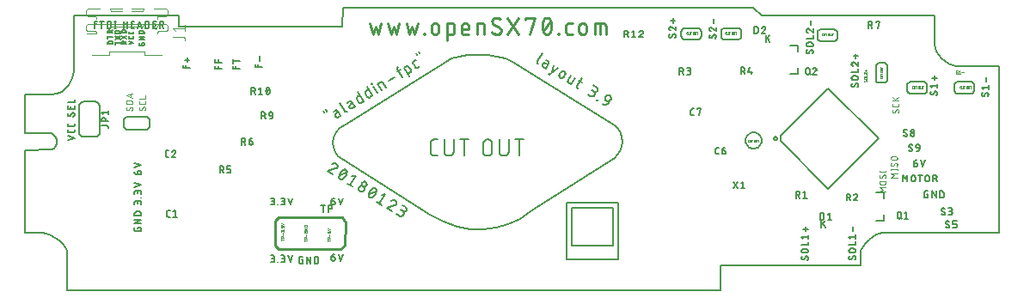
<source format=gto>
G75*
%MOIN*%
%OFA0B0*%
%FSLAX25Y25*%
%IPPOS*%
%LPD*%
%AMOC8*
5,1,8,0,0,1.08239X$1,22.5*
%
%ADD10C,0.00600*%
%ADD11C,0.00500*%
%ADD12C,0.00800*%
%ADD13C,0.00000*%
%ADD14C,0.01100*%
%ADD15C,0.01000*%
%ADD16C,0.00300*%
%ADD17C,0.00400*%
%ADD18C,0.00746*%
D10*
X0017703Y0038877D02*
X0017703Y0053068D01*
X0017473Y0054223D01*
X0016826Y0055511D01*
X0015826Y0056843D01*
X0014540Y0058131D01*
X0013031Y0059287D01*
X0011367Y0060221D01*
X0009609Y0060847D01*
X0007826Y0061075D01*
X0001300Y0061075D01*
X0001300Y0093285D01*
X0011489Y0093363D01*
X0012380Y0093845D01*
X0013016Y0094600D01*
X0013395Y0095536D01*
X0013520Y0096561D01*
X0013391Y0097585D01*
X0013008Y0098513D01*
X0012374Y0099256D01*
X0011489Y0099720D01*
X0001300Y0099735D01*
X0017797Y0100597D02*
X0017797Y0101174D01*
X0017797Y0100597D02*
X0017799Y0100549D01*
X0017805Y0100502D01*
X0017815Y0100455D01*
X0017828Y0100409D01*
X0017846Y0100365D01*
X0017867Y0100322D01*
X0017891Y0100281D01*
X0017919Y0100242D01*
X0017950Y0100206D01*
X0017984Y0100172D01*
X0018020Y0100141D01*
X0018059Y0100113D01*
X0018100Y0100089D01*
X0018143Y0100068D01*
X0018187Y0100050D01*
X0018233Y0100037D01*
X0018280Y0100027D01*
X0018327Y0100021D01*
X0018375Y0100019D01*
X0019819Y0100019D01*
X0019867Y0100021D01*
X0019914Y0100027D01*
X0019961Y0100037D01*
X0020007Y0100050D01*
X0020051Y0100068D01*
X0020094Y0100089D01*
X0020135Y0100113D01*
X0020174Y0100141D01*
X0020210Y0100172D01*
X0020244Y0100206D01*
X0020275Y0100242D01*
X0020303Y0100281D01*
X0020327Y0100322D01*
X0020348Y0100365D01*
X0020366Y0100409D01*
X0020379Y0100455D01*
X0020389Y0100502D01*
X0020395Y0100549D01*
X0020397Y0100597D01*
X0020397Y0101174D01*
X0019819Y0102419D02*
X0018375Y0102419D01*
X0018327Y0102421D01*
X0018280Y0102427D01*
X0018233Y0102437D01*
X0018187Y0102450D01*
X0018143Y0102468D01*
X0018100Y0102489D01*
X0018059Y0102513D01*
X0018020Y0102541D01*
X0017984Y0102572D01*
X0017950Y0102606D01*
X0017919Y0102642D01*
X0017891Y0102681D01*
X0017867Y0102722D01*
X0017846Y0102765D01*
X0017828Y0102809D01*
X0017815Y0102855D01*
X0017805Y0102902D01*
X0017799Y0102949D01*
X0017797Y0102997D01*
X0017797Y0103574D01*
X0019819Y0102419D02*
X0019867Y0102421D01*
X0019914Y0102427D01*
X0019961Y0102437D01*
X0020007Y0102450D01*
X0020051Y0102468D01*
X0020094Y0102489D01*
X0020135Y0102513D01*
X0020174Y0102541D01*
X0020210Y0102572D01*
X0020244Y0102606D01*
X0020275Y0102642D01*
X0020303Y0102681D01*
X0020327Y0102722D01*
X0020348Y0102765D01*
X0020366Y0102809D01*
X0020379Y0102855D01*
X0020389Y0102902D01*
X0020395Y0102949D01*
X0020397Y0102997D01*
X0020397Y0103574D01*
X0018880Y0106634D02*
X0019314Y0107428D01*
X0020397Y0107139D02*
X0020395Y0107070D01*
X0020389Y0107002D01*
X0020380Y0106933D01*
X0020366Y0106866D01*
X0020349Y0106799D01*
X0020328Y0106734D01*
X0020303Y0106669D01*
X0020275Y0106607D01*
X0020243Y0106546D01*
X0020208Y0106486D01*
X0020169Y0106429D01*
X0020128Y0106374D01*
X0020083Y0106322D01*
X0020036Y0106272D01*
X0019313Y0107428D02*
X0019339Y0107467D01*
X0019367Y0107505D01*
X0019398Y0107540D01*
X0019432Y0107572D01*
X0019469Y0107601D01*
X0019508Y0107628D01*
X0019548Y0107651D01*
X0019591Y0107671D01*
X0019635Y0107687D01*
X0019680Y0107700D01*
X0019726Y0107710D01*
X0019772Y0107715D01*
X0019819Y0107717D01*
X0019864Y0107715D01*
X0019909Y0107710D01*
X0019954Y0107701D01*
X0019998Y0107689D01*
X0020040Y0107673D01*
X0020081Y0107654D01*
X0020121Y0107632D01*
X0020159Y0107607D01*
X0020194Y0107579D01*
X0020228Y0107548D01*
X0020259Y0107514D01*
X0020287Y0107479D01*
X0020312Y0107441D01*
X0020334Y0107401D01*
X0020353Y0107360D01*
X0020369Y0107318D01*
X0020381Y0107274D01*
X0020390Y0107229D01*
X0020395Y0107184D01*
X0020397Y0107139D01*
X0018014Y0107573D02*
X0017977Y0107521D01*
X0017944Y0107467D01*
X0017913Y0107412D01*
X0017887Y0107354D01*
X0017863Y0107295D01*
X0017843Y0107235D01*
X0017827Y0107174D01*
X0017814Y0107112D01*
X0017804Y0107049D01*
X0017799Y0106986D01*
X0017797Y0106923D01*
X0017799Y0106878D01*
X0017804Y0106833D01*
X0017813Y0106788D01*
X0017825Y0106744D01*
X0017841Y0106702D01*
X0017860Y0106661D01*
X0017882Y0106621D01*
X0017907Y0106583D01*
X0017935Y0106548D01*
X0017966Y0106514D01*
X0018000Y0106483D01*
X0018035Y0106455D01*
X0018073Y0106430D01*
X0018113Y0106408D01*
X0018154Y0106389D01*
X0018196Y0106373D01*
X0018240Y0106361D01*
X0018285Y0106352D01*
X0018330Y0106347D01*
X0018375Y0106345D01*
X0018422Y0106347D01*
X0018468Y0106352D01*
X0018514Y0106362D01*
X0018559Y0106375D01*
X0018603Y0106391D01*
X0018646Y0106411D01*
X0018686Y0106434D01*
X0018725Y0106461D01*
X0018762Y0106490D01*
X0018796Y0106522D01*
X0018827Y0106557D01*
X0018855Y0106595D01*
X0018881Y0106634D01*
X0018952Y0109162D02*
X0018952Y0110029D01*
X0017797Y0110318D02*
X0017797Y0109162D01*
X0020397Y0109162D01*
X0020397Y0110318D01*
X0020397Y0111658D02*
X0020397Y0112814D01*
X0020397Y0111658D02*
X0017797Y0111658D01*
X0022197Y0110208D02*
X0022197Y0100208D01*
X0022199Y0100125D01*
X0022205Y0100042D01*
X0022214Y0099959D01*
X0022228Y0099877D01*
X0022245Y0099796D01*
X0022266Y0099715D01*
X0022290Y0099636D01*
X0022319Y0099558D01*
X0022350Y0099481D01*
X0022386Y0099406D01*
X0022424Y0099332D01*
X0022467Y0099260D01*
X0022512Y0099191D01*
X0022561Y0099123D01*
X0022612Y0099058D01*
X0022667Y0098995D01*
X0022724Y0098935D01*
X0022784Y0098878D01*
X0022847Y0098823D01*
X0022912Y0098772D01*
X0022980Y0098723D01*
X0023049Y0098678D01*
X0023121Y0098635D01*
X0023195Y0098597D01*
X0023270Y0098561D01*
X0023347Y0098530D01*
X0023425Y0098501D01*
X0023504Y0098477D01*
X0023585Y0098456D01*
X0023666Y0098439D01*
X0023748Y0098425D01*
X0023831Y0098416D01*
X0023914Y0098410D01*
X0023997Y0098408D01*
X0028397Y0098408D01*
X0028480Y0098410D01*
X0028563Y0098416D01*
X0028646Y0098425D01*
X0028728Y0098439D01*
X0028809Y0098456D01*
X0028890Y0098477D01*
X0028969Y0098501D01*
X0029047Y0098530D01*
X0029124Y0098561D01*
X0029199Y0098597D01*
X0029273Y0098635D01*
X0029345Y0098678D01*
X0029414Y0098723D01*
X0029482Y0098772D01*
X0029547Y0098823D01*
X0029610Y0098878D01*
X0029670Y0098935D01*
X0029727Y0098995D01*
X0029782Y0099058D01*
X0029833Y0099123D01*
X0029882Y0099191D01*
X0029927Y0099260D01*
X0029970Y0099332D01*
X0030008Y0099406D01*
X0030044Y0099481D01*
X0030075Y0099558D01*
X0030104Y0099636D01*
X0030128Y0099715D01*
X0030149Y0099796D01*
X0030166Y0099877D01*
X0030180Y0099959D01*
X0030189Y0100042D01*
X0030195Y0100125D01*
X0030197Y0100208D01*
X0030197Y0110208D01*
X0030195Y0110291D01*
X0030189Y0110374D01*
X0030180Y0110457D01*
X0030166Y0110539D01*
X0030149Y0110620D01*
X0030128Y0110701D01*
X0030104Y0110780D01*
X0030075Y0110858D01*
X0030044Y0110935D01*
X0030008Y0111010D01*
X0029970Y0111084D01*
X0029927Y0111156D01*
X0029882Y0111225D01*
X0029833Y0111293D01*
X0029782Y0111358D01*
X0029727Y0111421D01*
X0029670Y0111481D01*
X0029610Y0111538D01*
X0029547Y0111593D01*
X0029482Y0111644D01*
X0029414Y0111693D01*
X0029345Y0111738D01*
X0029273Y0111781D01*
X0029199Y0111819D01*
X0029124Y0111855D01*
X0029047Y0111886D01*
X0028969Y0111915D01*
X0028890Y0111939D01*
X0028809Y0111960D01*
X0028728Y0111977D01*
X0028646Y0111991D01*
X0028563Y0112000D01*
X0028480Y0112006D01*
X0028397Y0112008D01*
X0023997Y0112008D01*
X0023914Y0112006D01*
X0023831Y0112000D01*
X0023748Y0111991D01*
X0023666Y0111977D01*
X0023585Y0111960D01*
X0023504Y0111939D01*
X0023425Y0111915D01*
X0023347Y0111886D01*
X0023270Y0111855D01*
X0023195Y0111819D01*
X0023121Y0111781D01*
X0023049Y0111738D01*
X0022980Y0111693D01*
X0022912Y0111644D01*
X0022847Y0111593D01*
X0022784Y0111538D01*
X0022724Y0111481D01*
X0022667Y0111421D01*
X0022612Y0111358D01*
X0022561Y0111293D01*
X0022512Y0111225D01*
X0022467Y0111156D01*
X0022424Y0111084D01*
X0022386Y0111010D01*
X0022350Y0110935D01*
X0022319Y0110858D01*
X0022290Y0110780D01*
X0022266Y0110701D01*
X0022245Y0110620D01*
X0022228Y0110539D01*
X0022214Y0110457D01*
X0022205Y0110374D01*
X0022199Y0110291D01*
X0022197Y0110208D01*
X0030997Y0107838D02*
X0033597Y0107838D01*
X0033597Y0108560D02*
X0033597Y0107115D01*
X0031575Y0107115D02*
X0030997Y0107838D01*
X0030997Y0105125D02*
X0030997Y0104403D01*
X0033597Y0104403D01*
X0032441Y0104403D02*
X0032441Y0105125D01*
X0032439Y0105178D01*
X0032433Y0105230D01*
X0032424Y0105282D01*
X0032410Y0105333D01*
X0032393Y0105383D01*
X0032373Y0105431D01*
X0032349Y0105478D01*
X0032321Y0105523D01*
X0032290Y0105566D01*
X0032257Y0105607D01*
X0032220Y0105645D01*
X0032181Y0105680D01*
X0032139Y0105712D01*
X0032095Y0105741D01*
X0032049Y0105767D01*
X0032001Y0105789D01*
X0031952Y0105808D01*
X0031902Y0105824D01*
X0031850Y0105835D01*
X0031798Y0105843D01*
X0031745Y0105847D01*
X0031693Y0105847D01*
X0031640Y0105843D01*
X0031588Y0105835D01*
X0031536Y0105824D01*
X0031486Y0105808D01*
X0031437Y0105789D01*
X0031389Y0105767D01*
X0031343Y0105741D01*
X0031299Y0105712D01*
X0031257Y0105680D01*
X0031218Y0105645D01*
X0031181Y0105607D01*
X0031148Y0105566D01*
X0031117Y0105523D01*
X0031089Y0105478D01*
X0031065Y0105431D01*
X0031045Y0105383D01*
X0031028Y0105333D01*
X0031014Y0105282D01*
X0031005Y0105230D01*
X0030999Y0105178D01*
X0030997Y0105125D01*
X0030997Y0102723D02*
X0033019Y0102723D01*
X0033019Y0102724D02*
X0033064Y0102722D01*
X0033109Y0102717D01*
X0033154Y0102708D01*
X0033198Y0102696D01*
X0033240Y0102680D01*
X0033281Y0102661D01*
X0033321Y0102639D01*
X0033359Y0102614D01*
X0033394Y0102586D01*
X0033428Y0102555D01*
X0033459Y0102521D01*
X0033487Y0102486D01*
X0033512Y0102448D01*
X0033534Y0102408D01*
X0033553Y0102367D01*
X0033569Y0102325D01*
X0033581Y0102281D01*
X0033590Y0102236D01*
X0033595Y0102191D01*
X0033597Y0102146D01*
X0033597Y0101857D01*
X0039697Y0102208D02*
X0039697Y0105208D01*
X0040697Y0106208D01*
X0048697Y0106208D01*
X0049697Y0105208D01*
X0049697Y0102208D01*
X0048697Y0101208D01*
X0040697Y0101208D01*
X0039697Y0102208D01*
X0055847Y0092590D02*
X0055847Y0091145D01*
X0055849Y0091100D01*
X0055854Y0091055D01*
X0055863Y0091010D01*
X0055875Y0090966D01*
X0055891Y0090924D01*
X0055910Y0090883D01*
X0055932Y0090843D01*
X0055957Y0090805D01*
X0055985Y0090770D01*
X0056016Y0090736D01*
X0056050Y0090705D01*
X0056085Y0090677D01*
X0056123Y0090652D01*
X0056163Y0090630D01*
X0056204Y0090611D01*
X0056246Y0090595D01*
X0056290Y0090583D01*
X0056335Y0090574D01*
X0056380Y0090569D01*
X0056425Y0090567D01*
X0057003Y0090567D01*
X0058261Y0090567D02*
X0059706Y0090567D01*
X0058261Y0090567D02*
X0059489Y0092012D01*
X0059056Y0093167D02*
X0059001Y0093165D01*
X0058946Y0093160D01*
X0058891Y0093151D01*
X0058838Y0093138D01*
X0058785Y0093122D01*
X0058733Y0093102D01*
X0058683Y0093079D01*
X0058634Y0093053D01*
X0058587Y0093023D01*
X0058543Y0092991D01*
X0058500Y0092955D01*
X0058460Y0092917D01*
X0058423Y0092876D01*
X0058388Y0092833D01*
X0058357Y0092788D01*
X0058328Y0092741D01*
X0058303Y0092692D01*
X0058280Y0092641D01*
X0058262Y0092589D01*
X0059489Y0092012D02*
X0059525Y0092048D01*
X0059558Y0092088D01*
X0059588Y0092129D01*
X0059615Y0092173D01*
X0059639Y0092219D01*
X0059659Y0092266D01*
X0059676Y0092314D01*
X0059689Y0092364D01*
X0059698Y0092415D01*
X0059704Y0092466D01*
X0059706Y0092517D01*
X0059704Y0092566D01*
X0059699Y0092614D01*
X0059690Y0092662D01*
X0059677Y0092709D01*
X0059661Y0092754D01*
X0059642Y0092799D01*
X0059619Y0092842D01*
X0059593Y0092883D01*
X0059564Y0092922D01*
X0059532Y0092959D01*
X0059498Y0092993D01*
X0059461Y0093025D01*
X0059422Y0093054D01*
X0059381Y0093080D01*
X0059338Y0093103D01*
X0059293Y0093122D01*
X0059248Y0093138D01*
X0059201Y0093151D01*
X0059153Y0093160D01*
X0059105Y0093165D01*
X0059056Y0093167D01*
X0057003Y0093167D02*
X0056425Y0093167D01*
X0056425Y0093168D02*
X0056377Y0093166D01*
X0056330Y0093160D01*
X0056283Y0093150D01*
X0056237Y0093137D01*
X0056193Y0093119D01*
X0056150Y0093098D01*
X0056109Y0093074D01*
X0056070Y0093046D01*
X0056034Y0093015D01*
X0056000Y0092981D01*
X0055969Y0092945D01*
X0055941Y0092906D01*
X0055917Y0092865D01*
X0055896Y0092822D01*
X0055878Y0092778D01*
X0055865Y0092732D01*
X0055855Y0092685D01*
X0055849Y0092638D01*
X0055847Y0092590D01*
X0046272Y0087361D02*
X0043672Y0088227D01*
X0043672Y0086494D02*
X0046272Y0087361D01*
X0045550Y0085203D02*
X0045405Y0085203D01*
X0045360Y0085201D01*
X0045315Y0085196D01*
X0045270Y0085187D01*
X0045226Y0085175D01*
X0045184Y0085159D01*
X0045143Y0085140D01*
X0045103Y0085118D01*
X0045065Y0085093D01*
X0045030Y0085065D01*
X0044996Y0085034D01*
X0044965Y0085000D01*
X0044937Y0084965D01*
X0044912Y0084927D01*
X0044890Y0084887D01*
X0044871Y0084846D01*
X0044855Y0084804D01*
X0044843Y0084760D01*
X0044834Y0084715D01*
X0044829Y0084670D01*
X0044827Y0084625D01*
X0044827Y0083758D01*
X0045550Y0083758D01*
X0045550Y0083759D02*
X0045603Y0083761D01*
X0045655Y0083767D01*
X0045707Y0083776D01*
X0045758Y0083790D01*
X0045808Y0083807D01*
X0045856Y0083827D01*
X0045903Y0083851D01*
X0045948Y0083879D01*
X0045991Y0083910D01*
X0046032Y0083943D01*
X0046070Y0083980D01*
X0046105Y0084019D01*
X0046137Y0084061D01*
X0046166Y0084105D01*
X0046192Y0084151D01*
X0046214Y0084199D01*
X0046233Y0084248D01*
X0046249Y0084298D01*
X0046260Y0084350D01*
X0046268Y0084402D01*
X0046272Y0084455D01*
X0046272Y0084507D01*
X0046268Y0084560D01*
X0046260Y0084612D01*
X0046249Y0084664D01*
X0046233Y0084714D01*
X0046214Y0084763D01*
X0046192Y0084811D01*
X0046166Y0084857D01*
X0046137Y0084901D01*
X0046105Y0084943D01*
X0046070Y0084982D01*
X0046032Y0085019D01*
X0045991Y0085052D01*
X0045948Y0085083D01*
X0045903Y0085111D01*
X0045856Y0085135D01*
X0045808Y0085155D01*
X0045758Y0085172D01*
X0045707Y0085186D01*
X0045655Y0085195D01*
X0045603Y0085201D01*
X0045550Y0085203D01*
X0044827Y0083758D02*
X0044760Y0083760D01*
X0044693Y0083766D01*
X0044626Y0083776D01*
X0044560Y0083789D01*
X0044495Y0083807D01*
X0044432Y0083828D01*
X0044369Y0083853D01*
X0044308Y0083881D01*
X0044249Y0083913D01*
X0044192Y0083948D01*
X0044137Y0083987D01*
X0044084Y0084028D01*
X0044034Y0084073D01*
X0043986Y0084121D01*
X0043941Y0084171D01*
X0043900Y0084224D01*
X0043861Y0084279D01*
X0043826Y0084336D01*
X0043794Y0084395D01*
X0043766Y0084456D01*
X0043741Y0084519D01*
X0043720Y0084582D01*
X0043702Y0084647D01*
X0043689Y0084713D01*
X0043679Y0084780D01*
X0043673Y0084847D01*
X0043671Y0084914D01*
X0043672Y0080634D02*
X0046272Y0079768D01*
X0043672Y0078901D01*
X0043672Y0077032D02*
X0043672Y0076165D01*
X0043672Y0077032D02*
X0043674Y0077079D01*
X0043679Y0077125D01*
X0043689Y0077170D01*
X0043702Y0077215D01*
X0043718Y0077259D01*
X0043738Y0077301D01*
X0043761Y0077341D01*
X0043788Y0077379D01*
X0043817Y0077415D01*
X0043850Y0077449D01*
X0043884Y0077480D01*
X0043922Y0077508D01*
X0043961Y0077533D01*
X0044002Y0077554D01*
X0044045Y0077572D01*
X0044089Y0077587D01*
X0044134Y0077598D01*
X0044180Y0077606D01*
X0044227Y0077610D01*
X0044273Y0077610D01*
X0044320Y0077606D01*
X0044366Y0077598D01*
X0044411Y0077587D01*
X0044455Y0077572D01*
X0044498Y0077554D01*
X0044539Y0077533D01*
X0044578Y0077508D01*
X0044616Y0077480D01*
X0044650Y0077449D01*
X0044683Y0077415D01*
X0044712Y0077379D01*
X0044739Y0077341D01*
X0044762Y0077301D01*
X0044782Y0077259D01*
X0044798Y0077215D01*
X0044811Y0077170D01*
X0044821Y0077125D01*
X0044826Y0077079D01*
X0044828Y0077032D01*
X0044827Y0077032D02*
X0044827Y0076454D01*
X0044828Y0076888D02*
X0044830Y0076941D01*
X0044836Y0076993D01*
X0044845Y0077045D01*
X0044859Y0077096D01*
X0044876Y0077146D01*
X0044896Y0077194D01*
X0044920Y0077241D01*
X0044948Y0077286D01*
X0044979Y0077329D01*
X0045012Y0077370D01*
X0045049Y0077408D01*
X0045088Y0077443D01*
X0045130Y0077475D01*
X0045174Y0077504D01*
X0045220Y0077530D01*
X0045268Y0077552D01*
X0045317Y0077571D01*
X0045367Y0077587D01*
X0045419Y0077598D01*
X0045471Y0077606D01*
X0045524Y0077610D01*
X0045576Y0077610D01*
X0045629Y0077606D01*
X0045681Y0077598D01*
X0045733Y0077587D01*
X0045783Y0077571D01*
X0045832Y0077552D01*
X0045880Y0077530D01*
X0045926Y0077504D01*
X0045970Y0077475D01*
X0046012Y0077443D01*
X0046051Y0077408D01*
X0046088Y0077370D01*
X0046121Y0077329D01*
X0046152Y0077286D01*
X0046180Y0077241D01*
X0046204Y0077194D01*
X0046224Y0077146D01*
X0046241Y0077096D01*
X0046255Y0077045D01*
X0046264Y0076993D01*
X0046270Y0076941D01*
X0046272Y0076888D01*
X0046272Y0076165D01*
X0046272Y0074944D02*
X0046272Y0074799D01*
X0046127Y0074799D01*
X0046127Y0074944D01*
X0046272Y0074944D01*
X0044827Y0073000D02*
X0044827Y0072422D01*
X0044828Y0073000D02*
X0044826Y0073047D01*
X0044821Y0073093D01*
X0044811Y0073138D01*
X0044798Y0073183D01*
X0044782Y0073227D01*
X0044762Y0073269D01*
X0044739Y0073309D01*
X0044712Y0073347D01*
X0044683Y0073383D01*
X0044650Y0073417D01*
X0044616Y0073448D01*
X0044578Y0073476D01*
X0044539Y0073501D01*
X0044498Y0073522D01*
X0044455Y0073540D01*
X0044411Y0073555D01*
X0044366Y0073566D01*
X0044320Y0073574D01*
X0044273Y0073578D01*
X0044227Y0073578D01*
X0044180Y0073574D01*
X0044134Y0073566D01*
X0044089Y0073555D01*
X0044045Y0073540D01*
X0044002Y0073522D01*
X0043961Y0073501D01*
X0043922Y0073476D01*
X0043884Y0073448D01*
X0043850Y0073417D01*
X0043817Y0073383D01*
X0043788Y0073347D01*
X0043761Y0073309D01*
X0043738Y0073269D01*
X0043718Y0073227D01*
X0043702Y0073183D01*
X0043689Y0073138D01*
X0043679Y0073093D01*
X0043674Y0073047D01*
X0043672Y0073000D01*
X0043672Y0072133D01*
X0044828Y0072856D02*
X0044830Y0072909D01*
X0044836Y0072961D01*
X0044845Y0073013D01*
X0044859Y0073064D01*
X0044876Y0073114D01*
X0044896Y0073162D01*
X0044920Y0073209D01*
X0044948Y0073254D01*
X0044979Y0073297D01*
X0045012Y0073338D01*
X0045049Y0073376D01*
X0045088Y0073411D01*
X0045130Y0073443D01*
X0045174Y0073472D01*
X0045220Y0073498D01*
X0045268Y0073520D01*
X0045317Y0073539D01*
X0045367Y0073555D01*
X0045419Y0073566D01*
X0045471Y0073574D01*
X0045524Y0073578D01*
X0045576Y0073578D01*
X0045629Y0073574D01*
X0045681Y0073566D01*
X0045733Y0073555D01*
X0045783Y0073539D01*
X0045832Y0073520D01*
X0045880Y0073498D01*
X0045926Y0073472D01*
X0045970Y0073443D01*
X0046012Y0073411D01*
X0046051Y0073376D01*
X0046088Y0073338D01*
X0046121Y0073297D01*
X0046152Y0073254D01*
X0046180Y0073209D01*
X0046204Y0073162D01*
X0046224Y0073114D01*
X0046241Y0073064D01*
X0046255Y0073013D01*
X0046264Y0072961D01*
X0046270Y0072909D01*
X0046272Y0072856D01*
X0046272Y0072133D01*
X0045550Y0069347D02*
X0044394Y0069347D01*
X0044343Y0069345D01*
X0044291Y0069340D01*
X0044241Y0069331D01*
X0044191Y0069318D01*
X0044142Y0069301D01*
X0044094Y0069282D01*
X0044048Y0069259D01*
X0044004Y0069232D01*
X0043961Y0069203D01*
X0043921Y0069171D01*
X0043883Y0069136D01*
X0043848Y0069098D01*
X0043816Y0069058D01*
X0043787Y0069015D01*
X0043760Y0068971D01*
X0043737Y0068925D01*
X0043718Y0068877D01*
X0043701Y0068828D01*
X0043689Y0068778D01*
X0043679Y0068728D01*
X0043674Y0068677D01*
X0043672Y0068625D01*
X0043672Y0067902D01*
X0046272Y0067902D01*
X0046272Y0068625D01*
X0046270Y0068677D01*
X0046265Y0068728D01*
X0046256Y0068778D01*
X0046243Y0068828D01*
X0046226Y0068877D01*
X0046207Y0068925D01*
X0046184Y0068971D01*
X0046157Y0069015D01*
X0046128Y0069058D01*
X0046096Y0069098D01*
X0046061Y0069136D01*
X0046023Y0069171D01*
X0045983Y0069203D01*
X0045940Y0069232D01*
X0045896Y0069259D01*
X0045850Y0069282D01*
X0045802Y0069301D01*
X0045753Y0069318D01*
X0045703Y0069331D01*
X0045653Y0069340D01*
X0045602Y0069345D01*
X0045550Y0069347D01*
X0046272Y0066275D02*
X0043672Y0066275D01*
X0043672Y0064830D02*
X0046272Y0066275D01*
X0046272Y0064830D02*
X0043672Y0064830D01*
X0043672Y0063203D02*
X0043672Y0062336D01*
X0043674Y0062288D01*
X0043680Y0062241D01*
X0043690Y0062194D01*
X0043703Y0062148D01*
X0043721Y0062104D01*
X0043742Y0062061D01*
X0043766Y0062020D01*
X0043794Y0061981D01*
X0043825Y0061945D01*
X0043859Y0061911D01*
X0043895Y0061880D01*
X0043934Y0061852D01*
X0043975Y0061828D01*
X0044018Y0061807D01*
X0044062Y0061789D01*
X0044108Y0061776D01*
X0044155Y0061766D01*
X0044202Y0061760D01*
X0044250Y0061758D01*
X0045694Y0061758D01*
X0045742Y0061760D01*
X0045789Y0061766D01*
X0045836Y0061776D01*
X0045882Y0061789D01*
X0045926Y0061807D01*
X0045969Y0061828D01*
X0046010Y0061852D01*
X0046049Y0061880D01*
X0046085Y0061911D01*
X0046119Y0061945D01*
X0046150Y0061981D01*
X0046178Y0062020D01*
X0046202Y0062061D01*
X0046223Y0062104D01*
X0046241Y0062148D01*
X0046254Y0062194D01*
X0046264Y0062241D01*
X0046270Y0062288D01*
X0046272Y0062336D01*
X0046272Y0063203D01*
X0044827Y0063203D01*
X0044827Y0062769D01*
X0056268Y0067886D02*
X0056268Y0069331D01*
X0056267Y0069331D02*
X0056269Y0069379D01*
X0056275Y0069426D01*
X0056285Y0069473D01*
X0056298Y0069519D01*
X0056316Y0069563D01*
X0056337Y0069606D01*
X0056361Y0069647D01*
X0056389Y0069686D01*
X0056420Y0069722D01*
X0056454Y0069756D01*
X0056490Y0069787D01*
X0056529Y0069815D01*
X0056570Y0069839D01*
X0056613Y0069860D01*
X0056657Y0069878D01*
X0056703Y0069891D01*
X0056750Y0069901D01*
X0056797Y0069907D01*
X0056845Y0069909D01*
X0056845Y0069908D02*
X0057423Y0069908D01*
X0058682Y0069331D02*
X0059404Y0069908D01*
X0059404Y0067308D01*
X0058682Y0067308D02*
X0060126Y0067308D01*
X0057423Y0067308D02*
X0056845Y0067308D01*
X0056800Y0067310D01*
X0056755Y0067315D01*
X0056710Y0067324D01*
X0056666Y0067336D01*
X0056624Y0067352D01*
X0056583Y0067371D01*
X0056543Y0067393D01*
X0056505Y0067418D01*
X0056470Y0067446D01*
X0056436Y0067477D01*
X0056405Y0067511D01*
X0056377Y0067546D01*
X0056352Y0067584D01*
X0056330Y0067624D01*
X0056311Y0067665D01*
X0056295Y0067707D01*
X0056283Y0067751D01*
X0056274Y0067796D01*
X0056269Y0067841D01*
X0056267Y0067886D01*
X0076728Y0084433D02*
X0076728Y0087033D01*
X0077451Y0087033D01*
X0077504Y0087031D01*
X0077556Y0087025D01*
X0077608Y0087016D01*
X0077659Y0087002D01*
X0077709Y0086985D01*
X0077757Y0086965D01*
X0077804Y0086941D01*
X0077849Y0086913D01*
X0077892Y0086882D01*
X0077933Y0086849D01*
X0077971Y0086812D01*
X0078006Y0086773D01*
X0078038Y0086731D01*
X0078067Y0086687D01*
X0078093Y0086641D01*
X0078115Y0086593D01*
X0078134Y0086544D01*
X0078150Y0086494D01*
X0078161Y0086442D01*
X0078169Y0086390D01*
X0078173Y0086337D01*
X0078173Y0086285D01*
X0078169Y0086232D01*
X0078161Y0086180D01*
X0078150Y0086128D01*
X0078134Y0086078D01*
X0078115Y0086029D01*
X0078093Y0085981D01*
X0078067Y0085935D01*
X0078038Y0085891D01*
X0078006Y0085849D01*
X0077971Y0085810D01*
X0077933Y0085773D01*
X0077892Y0085740D01*
X0077849Y0085709D01*
X0077804Y0085681D01*
X0077757Y0085657D01*
X0077709Y0085637D01*
X0077659Y0085620D01*
X0077608Y0085606D01*
X0077556Y0085597D01*
X0077504Y0085591D01*
X0077451Y0085589D01*
X0076728Y0085589D01*
X0077595Y0085589D02*
X0078173Y0084433D01*
X0079577Y0084433D02*
X0080444Y0084433D01*
X0080492Y0084435D01*
X0080539Y0084441D01*
X0080586Y0084451D01*
X0080632Y0084464D01*
X0080676Y0084482D01*
X0080719Y0084503D01*
X0080760Y0084527D01*
X0080799Y0084555D01*
X0080835Y0084586D01*
X0080869Y0084620D01*
X0080900Y0084656D01*
X0080928Y0084695D01*
X0080952Y0084736D01*
X0080973Y0084779D01*
X0080991Y0084823D01*
X0081004Y0084869D01*
X0081014Y0084916D01*
X0081020Y0084963D01*
X0081022Y0085011D01*
X0081022Y0085300D01*
X0081020Y0085345D01*
X0081015Y0085390D01*
X0081006Y0085435D01*
X0080994Y0085479D01*
X0080978Y0085521D01*
X0080959Y0085562D01*
X0080937Y0085602D01*
X0080912Y0085640D01*
X0080884Y0085675D01*
X0080853Y0085709D01*
X0080819Y0085740D01*
X0080784Y0085768D01*
X0080746Y0085793D01*
X0080706Y0085815D01*
X0080665Y0085834D01*
X0080623Y0085850D01*
X0080579Y0085862D01*
X0080534Y0085871D01*
X0080489Y0085876D01*
X0080444Y0085878D01*
X0079577Y0085878D01*
X0079577Y0087033D01*
X0081022Y0087033D01*
X0085228Y0095308D02*
X0085228Y0097908D01*
X0085951Y0097908D01*
X0086004Y0097906D01*
X0086056Y0097900D01*
X0086108Y0097891D01*
X0086159Y0097877D01*
X0086209Y0097860D01*
X0086257Y0097840D01*
X0086304Y0097816D01*
X0086349Y0097788D01*
X0086392Y0097757D01*
X0086433Y0097724D01*
X0086471Y0097687D01*
X0086506Y0097648D01*
X0086538Y0097606D01*
X0086567Y0097562D01*
X0086593Y0097516D01*
X0086615Y0097468D01*
X0086634Y0097419D01*
X0086650Y0097369D01*
X0086661Y0097317D01*
X0086669Y0097265D01*
X0086673Y0097212D01*
X0086673Y0097160D01*
X0086669Y0097107D01*
X0086661Y0097055D01*
X0086650Y0097003D01*
X0086634Y0096953D01*
X0086615Y0096904D01*
X0086593Y0096856D01*
X0086567Y0096810D01*
X0086538Y0096766D01*
X0086506Y0096724D01*
X0086471Y0096685D01*
X0086433Y0096648D01*
X0086392Y0096615D01*
X0086349Y0096584D01*
X0086304Y0096556D01*
X0086257Y0096532D01*
X0086209Y0096512D01*
X0086159Y0096495D01*
X0086108Y0096481D01*
X0086056Y0096472D01*
X0086004Y0096466D01*
X0085951Y0096464D01*
X0085228Y0096464D01*
X0086095Y0096464D02*
X0086673Y0095308D01*
X0088077Y0096031D02*
X0088077Y0096753D01*
X0088944Y0096753D01*
X0088077Y0096753D02*
X0088079Y0096820D01*
X0088085Y0096887D01*
X0088095Y0096954D01*
X0088108Y0097020D01*
X0088126Y0097085D01*
X0088147Y0097148D01*
X0088172Y0097211D01*
X0088200Y0097272D01*
X0088232Y0097331D01*
X0088267Y0097388D01*
X0088306Y0097443D01*
X0088347Y0097496D01*
X0088392Y0097546D01*
X0088440Y0097594D01*
X0088490Y0097639D01*
X0088543Y0097680D01*
X0088598Y0097719D01*
X0088655Y0097754D01*
X0088714Y0097786D01*
X0088775Y0097814D01*
X0088838Y0097839D01*
X0088901Y0097860D01*
X0088966Y0097878D01*
X0089032Y0097891D01*
X0089099Y0097901D01*
X0089166Y0097907D01*
X0089233Y0097909D01*
X0089522Y0096175D02*
X0089522Y0096031D01*
X0089522Y0096175D02*
X0089520Y0096220D01*
X0089515Y0096265D01*
X0089506Y0096310D01*
X0089494Y0096354D01*
X0089478Y0096396D01*
X0089459Y0096437D01*
X0089437Y0096477D01*
X0089412Y0096515D01*
X0089384Y0096550D01*
X0089353Y0096584D01*
X0089319Y0096615D01*
X0089284Y0096643D01*
X0089246Y0096668D01*
X0089206Y0096690D01*
X0089165Y0096709D01*
X0089123Y0096725D01*
X0089079Y0096737D01*
X0089034Y0096746D01*
X0088989Y0096751D01*
X0088944Y0096753D01*
X0089522Y0096031D02*
X0089520Y0095978D01*
X0089514Y0095926D01*
X0089505Y0095874D01*
X0089491Y0095823D01*
X0089474Y0095773D01*
X0089454Y0095725D01*
X0089430Y0095678D01*
X0089402Y0095633D01*
X0089371Y0095590D01*
X0089338Y0095549D01*
X0089301Y0095511D01*
X0089262Y0095476D01*
X0089220Y0095444D01*
X0089176Y0095415D01*
X0089130Y0095389D01*
X0089082Y0095367D01*
X0089033Y0095348D01*
X0088983Y0095332D01*
X0088931Y0095321D01*
X0088879Y0095313D01*
X0088826Y0095309D01*
X0088774Y0095309D01*
X0088721Y0095313D01*
X0088669Y0095321D01*
X0088617Y0095332D01*
X0088567Y0095348D01*
X0088518Y0095367D01*
X0088470Y0095389D01*
X0088424Y0095415D01*
X0088380Y0095444D01*
X0088338Y0095476D01*
X0088299Y0095511D01*
X0088262Y0095549D01*
X0088229Y0095590D01*
X0088198Y0095633D01*
X0088170Y0095678D01*
X0088146Y0095725D01*
X0088126Y0095773D01*
X0088109Y0095823D01*
X0088095Y0095874D01*
X0088086Y0095926D01*
X0088080Y0095978D01*
X0088078Y0096031D01*
X0092978Y0105433D02*
X0092978Y0108033D01*
X0093701Y0108033D01*
X0093754Y0108031D01*
X0093806Y0108025D01*
X0093858Y0108016D01*
X0093909Y0108002D01*
X0093959Y0107985D01*
X0094007Y0107965D01*
X0094054Y0107941D01*
X0094099Y0107913D01*
X0094142Y0107882D01*
X0094183Y0107849D01*
X0094221Y0107812D01*
X0094256Y0107773D01*
X0094288Y0107731D01*
X0094317Y0107687D01*
X0094343Y0107641D01*
X0094365Y0107593D01*
X0094384Y0107544D01*
X0094400Y0107494D01*
X0094411Y0107442D01*
X0094419Y0107390D01*
X0094423Y0107337D01*
X0094423Y0107285D01*
X0094419Y0107232D01*
X0094411Y0107180D01*
X0094400Y0107128D01*
X0094384Y0107078D01*
X0094365Y0107029D01*
X0094343Y0106981D01*
X0094317Y0106935D01*
X0094288Y0106891D01*
X0094256Y0106849D01*
X0094221Y0106810D01*
X0094183Y0106773D01*
X0094142Y0106740D01*
X0094099Y0106709D01*
X0094054Y0106681D01*
X0094007Y0106657D01*
X0093959Y0106637D01*
X0093909Y0106620D01*
X0093858Y0106606D01*
X0093806Y0106597D01*
X0093754Y0106591D01*
X0093701Y0106589D01*
X0092978Y0106589D01*
X0093845Y0106589D02*
X0094423Y0105433D01*
X0096116Y0105433D02*
X0096183Y0105435D01*
X0096250Y0105441D01*
X0096317Y0105451D01*
X0096383Y0105464D01*
X0096448Y0105482D01*
X0096511Y0105503D01*
X0096574Y0105528D01*
X0096635Y0105556D01*
X0096694Y0105588D01*
X0096751Y0105623D01*
X0096806Y0105662D01*
X0096859Y0105703D01*
X0096909Y0105748D01*
X0096957Y0105796D01*
X0097002Y0105846D01*
X0097043Y0105899D01*
X0097082Y0105954D01*
X0097117Y0106011D01*
X0097149Y0106070D01*
X0097177Y0106131D01*
X0097202Y0106194D01*
X0097223Y0106257D01*
X0097241Y0106322D01*
X0097254Y0106388D01*
X0097264Y0106455D01*
X0097270Y0106522D01*
X0097272Y0106589D01*
X0097272Y0107311D01*
X0097272Y0106589D02*
X0096405Y0106589D01*
X0096360Y0106591D01*
X0096315Y0106596D01*
X0096270Y0106605D01*
X0096226Y0106617D01*
X0096184Y0106633D01*
X0096143Y0106652D01*
X0096103Y0106674D01*
X0096065Y0106699D01*
X0096030Y0106727D01*
X0095996Y0106758D01*
X0095965Y0106792D01*
X0095937Y0106827D01*
X0095912Y0106865D01*
X0095890Y0106905D01*
X0095871Y0106946D01*
X0095855Y0106988D01*
X0095843Y0107032D01*
X0095834Y0107077D01*
X0095829Y0107122D01*
X0095827Y0107167D01*
X0095827Y0107311D01*
X0095828Y0107311D02*
X0095830Y0107364D01*
X0095836Y0107416D01*
X0095845Y0107468D01*
X0095859Y0107519D01*
X0095876Y0107569D01*
X0095896Y0107617D01*
X0095920Y0107664D01*
X0095948Y0107709D01*
X0095979Y0107752D01*
X0096012Y0107793D01*
X0096049Y0107831D01*
X0096088Y0107866D01*
X0096130Y0107898D01*
X0096174Y0107927D01*
X0096220Y0107953D01*
X0096268Y0107975D01*
X0096317Y0107994D01*
X0096367Y0108010D01*
X0096419Y0108021D01*
X0096471Y0108029D01*
X0096524Y0108033D01*
X0096576Y0108033D01*
X0096629Y0108029D01*
X0096681Y0108021D01*
X0096733Y0108010D01*
X0096783Y0107994D01*
X0096832Y0107975D01*
X0096880Y0107953D01*
X0096926Y0107927D01*
X0096970Y0107898D01*
X0097012Y0107866D01*
X0097051Y0107831D01*
X0097088Y0107793D01*
X0097121Y0107752D01*
X0097152Y0107709D01*
X0097180Y0107664D01*
X0097204Y0107617D01*
X0097224Y0107569D01*
X0097241Y0107519D01*
X0097255Y0107468D01*
X0097264Y0107416D01*
X0097270Y0107364D01*
X0097272Y0107311D01*
X0095425Y0114934D02*
X0095469Y0114936D01*
X0095513Y0114941D01*
X0095556Y0114950D01*
X0095598Y0114963D01*
X0095640Y0114979D01*
X0095679Y0114998D01*
X0095717Y0115021D01*
X0095753Y0115047D01*
X0095787Y0115075D01*
X0095818Y0115106D01*
X0095847Y0115140D01*
X0095872Y0115176D01*
X0095895Y0115214D01*
X0095914Y0115254D01*
X0095930Y0115295D01*
X0095425Y0114934D02*
X0095381Y0114936D01*
X0095337Y0114941D01*
X0095294Y0114950D01*
X0095252Y0114963D01*
X0095210Y0114979D01*
X0095171Y0114998D01*
X0095133Y0115021D01*
X0095097Y0115047D01*
X0095063Y0115075D01*
X0095032Y0115106D01*
X0095004Y0115140D01*
X0094978Y0115176D01*
X0094955Y0115214D01*
X0094936Y0115254D01*
X0094920Y0115295D01*
X0094847Y0115511D02*
X0096002Y0116956D01*
X0095930Y0117172D02*
X0095914Y0117213D01*
X0095895Y0117253D01*
X0095872Y0117291D01*
X0095847Y0117327D01*
X0095818Y0117361D01*
X0095787Y0117392D01*
X0095753Y0117420D01*
X0095717Y0117446D01*
X0095679Y0117469D01*
X0095640Y0117488D01*
X0095598Y0117504D01*
X0095556Y0117517D01*
X0095513Y0117526D01*
X0095469Y0117531D01*
X0095425Y0117533D01*
X0095381Y0117531D01*
X0095337Y0117526D01*
X0095294Y0117517D01*
X0095252Y0117504D01*
X0095210Y0117488D01*
X0095171Y0117469D01*
X0095133Y0117446D01*
X0095097Y0117420D01*
X0095063Y0117392D01*
X0095032Y0117361D01*
X0095004Y0117327D01*
X0094978Y0117291D01*
X0094955Y0117253D01*
X0094936Y0117213D01*
X0094920Y0117172D01*
X0095930Y0117172D02*
X0095967Y0117092D01*
X0096001Y0117010D01*
X0096031Y0116927D01*
X0096058Y0116843D01*
X0096082Y0116758D01*
X0096102Y0116672D01*
X0096118Y0116585D01*
X0096131Y0116497D01*
X0096140Y0116410D01*
X0096145Y0116321D01*
X0096147Y0116233D01*
X0094702Y0116233D02*
X0094704Y0116321D01*
X0094709Y0116410D01*
X0094718Y0116497D01*
X0094731Y0116585D01*
X0094747Y0116672D01*
X0094767Y0116758D01*
X0094791Y0116843D01*
X0094818Y0116927D01*
X0094848Y0117010D01*
X0094882Y0117092D01*
X0094919Y0117172D01*
X0096147Y0116233D02*
X0096145Y0116145D01*
X0096140Y0116056D01*
X0096131Y0115969D01*
X0096118Y0115881D01*
X0096102Y0115794D01*
X0096082Y0115708D01*
X0096058Y0115623D01*
X0096031Y0115539D01*
X0096001Y0115456D01*
X0095967Y0115374D01*
X0095930Y0115294D01*
X0094919Y0115294D02*
X0094882Y0115374D01*
X0094848Y0115456D01*
X0094818Y0115539D01*
X0094791Y0115623D01*
X0094767Y0115708D01*
X0094747Y0115794D01*
X0094731Y0115881D01*
X0094718Y0115969D01*
X0094709Y0116056D01*
X0094704Y0116145D01*
X0094702Y0116233D01*
X0093267Y0114933D02*
X0091822Y0114933D01*
X0092545Y0114933D02*
X0092545Y0117533D01*
X0091822Y0116956D01*
X0089696Y0117533D02*
X0089749Y0117531D01*
X0089801Y0117525D01*
X0089853Y0117516D01*
X0089904Y0117502D01*
X0089954Y0117485D01*
X0090002Y0117465D01*
X0090049Y0117441D01*
X0090094Y0117413D01*
X0090137Y0117382D01*
X0090178Y0117349D01*
X0090216Y0117312D01*
X0090251Y0117273D01*
X0090283Y0117231D01*
X0090312Y0117187D01*
X0090338Y0117141D01*
X0090360Y0117093D01*
X0090379Y0117044D01*
X0090395Y0116994D01*
X0090406Y0116942D01*
X0090414Y0116890D01*
X0090418Y0116837D01*
X0090418Y0116785D01*
X0090414Y0116732D01*
X0090406Y0116680D01*
X0090395Y0116628D01*
X0090379Y0116578D01*
X0090360Y0116529D01*
X0090338Y0116481D01*
X0090312Y0116435D01*
X0090283Y0116391D01*
X0090251Y0116349D01*
X0090216Y0116310D01*
X0090178Y0116273D01*
X0090137Y0116240D01*
X0090094Y0116209D01*
X0090049Y0116181D01*
X0090002Y0116157D01*
X0089954Y0116137D01*
X0089904Y0116120D01*
X0089853Y0116106D01*
X0089801Y0116097D01*
X0089749Y0116091D01*
X0089696Y0116089D01*
X0088973Y0116089D01*
X0089840Y0116089D02*
X0090418Y0114933D01*
X0088973Y0114933D02*
X0088973Y0117533D01*
X0089696Y0117533D01*
X0090497Y0125487D02*
X0090497Y0126643D01*
X0091652Y0126643D02*
X0091652Y0125487D01*
X0090497Y0125487D02*
X0093097Y0125487D01*
X0092086Y0127925D02*
X0092086Y0129658D01*
X0084397Y0127679D02*
X0081797Y0127679D01*
X0081797Y0126957D02*
X0081797Y0128401D01*
X0077597Y0127253D02*
X0074997Y0127253D01*
X0074997Y0128408D01*
X0076152Y0128408D02*
X0076152Y0127253D01*
X0076152Y0125912D02*
X0076152Y0124757D01*
X0074997Y0124757D02*
X0074997Y0125912D01*
X0074997Y0124757D02*
X0077597Y0124757D01*
X0081797Y0124758D02*
X0081797Y0125914D01*
X0082952Y0125914D02*
X0082952Y0124758D01*
X0081797Y0124758D02*
X0084397Y0124758D01*
X0065097Y0124987D02*
X0062497Y0124987D01*
X0062497Y0126143D01*
X0063652Y0126143D02*
X0063652Y0124987D01*
X0064086Y0127425D02*
X0064086Y0129158D01*
X0064952Y0128292D02*
X0063219Y0128292D01*
X0060762Y0141013D02*
X0124178Y0141164D01*
X0124439Y0148568D01*
X0283611Y0148568D01*
X0286803Y0145461D01*
X0353849Y0145461D01*
X0353872Y0134183D01*
X0354104Y0132969D01*
X0354668Y0131631D01*
X0355516Y0130256D01*
X0356599Y0128933D01*
X0357869Y0127750D01*
X0359276Y0126796D01*
X0360773Y0126160D01*
X0362309Y0125929D01*
X0362585Y0125935D01*
X0378794Y0125924D01*
X0378794Y0061075D01*
X0333600Y0061075D01*
X0332610Y0060907D01*
X0331351Y0060421D01*
X0329946Y0059641D01*
X0328519Y0058595D01*
X0327194Y0057307D01*
X0326094Y0055804D01*
X0325344Y0054111D01*
X0325066Y0052254D01*
X0325066Y0048361D01*
X0270858Y0048361D01*
X0270858Y0038877D01*
X0017703Y0038877D01*
X0096497Y0049758D02*
X0097219Y0049758D01*
X0097219Y0049759D02*
X0097272Y0049761D01*
X0097324Y0049767D01*
X0097376Y0049776D01*
X0097427Y0049790D01*
X0097477Y0049807D01*
X0097525Y0049827D01*
X0097572Y0049851D01*
X0097617Y0049879D01*
X0097660Y0049910D01*
X0097701Y0049943D01*
X0097739Y0049980D01*
X0097774Y0050019D01*
X0097806Y0050061D01*
X0097835Y0050105D01*
X0097861Y0050151D01*
X0097883Y0050199D01*
X0097902Y0050248D01*
X0097918Y0050298D01*
X0097929Y0050350D01*
X0097937Y0050402D01*
X0097941Y0050455D01*
X0097941Y0050507D01*
X0097937Y0050560D01*
X0097929Y0050612D01*
X0097918Y0050664D01*
X0097902Y0050714D01*
X0097883Y0050763D01*
X0097861Y0050811D01*
X0097835Y0050857D01*
X0097806Y0050901D01*
X0097774Y0050943D01*
X0097739Y0050982D01*
X0097701Y0051019D01*
X0097660Y0051052D01*
X0097617Y0051083D01*
X0097572Y0051111D01*
X0097525Y0051135D01*
X0097477Y0051155D01*
X0097427Y0051172D01*
X0097376Y0051186D01*
X0097324Y0051195D01*
X0097272Y0051201D01*
X0097219Y0051203D01*
X0097364Y0051203D02*
X0096786Y0051203D01*
X0097364Y0051203D02*
X0097411Y0051205D01*
X0097457Y0051210D01*
X0097502Y0051220D01*
X0097547Y0051233D01*
X0097591Y0051249D01*
X0097633Y0051269D01*
X0097673Y0051292D01*
X0097711Y0051319D01*
X0097747Y0051348D01*
X0097781Y0051381D01*
X0097812Y0051415D01*
X0097840Y0051453D01*
X0097865Y0051492D01*
X0097886Y0051533D01*
X0097904Y0051576D01*
X0097919Y0051620D01*
X0097930Y0051665D01*
X0097938Y0051711D01*
X0097942Y0051758D01*
X0097942Y0051804D01*
X0097938Y0051851D01*
X0097930Y0051897D01*
X0097919Y0051942D01*
X0097904Y0051986D01*
X0097886Y0052029D01*
X0097865Y0052070D01*
X0097840Y0052109D01*
X0097812Y0052147D01*
X0097781Y0052181D01*
X0097747Y0052214D01*
X0097711Y0052243D01*
X0097673Y0052270D01*
X0097633Y0052293D01*
X0097591Y0052313D01*
X0097547Y0052329D01*
X0097502Y0052342D01*
X0097457Y0052352D01*
X0097411Y0052357D01*
X0097364Y0052359D01*
X0097364Y0052358D02*
X0096497Y0052358D01*
X0099163Y0049903D02*
X0099307Y0049903D01*
X0099307Y0049758D01*
X0099163Y0049758D01*
X0099163Y0049903D01*
X0100529Y0049758D02*
X0101251Y0049758D01*
X0101251Y0049759D02*
X0101304Y0049761D01*
X0101356Y0049767D01*
X0101408Y0049776D01*
X0101459Y0049790D01*
X0101509Y0049807D01*
X0101557Y0049827D01*
X0101604Y0049851D01*
X0101649Y0049879D01*
X0101692Y0049910D01*
X0101733Y0049943D01*
X0101771Y0049980D01*
X0101806Y0050019D01*
X0101838Y0050061D01*
X0101867Y0050105D01*
X0101893Y0050151D01*
X0101915Y0050199D01*
X0101934Y0050248D01*
X0101950Y0050298D01*
X0101961Y0050350D01*
X0101969Y0050402D01*
X0101973Y0050455D01*
X0101973Y0050507D01*
X0101969Y0050560D01*
X0101961Y0050612D01*
X0101950Y0050664D01*
X0101934Y0050714D01*
X0101915Y0050763D01*
X0101893Y0050811D01*
X0101867Y0050857D01*
X0101838Y0050901D01*
X0101806Y0050943D01*
X0101771Y0050982D01*
X0101733Y0051019D01*
X0101692Y0051052D01*
X0101649Y0051083D01*
X0101604Y0051111D01*
X0101557Y0051135D01*
X0101509Y0051155D01*
X0101459Y0051172D01*
X0101408Y0051186D01*
X0101356Y0051195D01*
X0101304Y0051201D01*
X0101251Y0051203D01*
X0101395Y0051203D02*
X0100818Y0051203D01*
X0101395Y0051203D02*
X0101442Y0051205D01*
X0101488Y0051210D01*
X0101533Y0051220D01*
X0101578Y0051233D01*
X0101622Y0051249D01*
X0101664Y0051269D01*
X0101704Y0051292D01*
X0101742Y0051319D01*
X0101778Y0051348D01*
X0101812Y0051381D01*
X0101843Y0051415D01*
X0101871Y0051453D01*
X0101896Y0051492D01*
X0101917Y0051533D01*
X0101935Y0051576D01*
X0101950Y0051620D01*
X0101961Y0051665D01*
X0101969Y0051711D01*
X0101973Y0051758D01*
X0101973Y0051804D01*
X0101969Y0051851D01*
X0101961Y0051897D01*
X0101950Y0051942D01*
X0101935Y0051986D01*
X0101917Y0052029D01*
X0101896Y0052070D01*
X0101871Y0052109D01*
X0101843Y0052147D01*
X0101812Y0052181D01*
X0101778Y0052214D01*
X0101742Y0052243D01*
X0101704Y0052270D01*
X0101664Y0052293D01*
X0101622Y0052313D01*
X0101578Y0052329D01*
X0101533Y0052342D01*
X0101488Y0052352D01*
X0101442Y0052357D01*
X0101395Y0052359D01*
X0101395Y0052358D02*
X0100529Y0052358D01*
X0103264Y0052358D02*
X0104131Y0049758D01*
X0104998Y0052358D01*
X0107433Y0051331D02*
X0107433Y0049886D01*
X0107435Y0049841D01*
X0107440Y0049796D01*
X0107449Y0049751D01*
X0107461Y0049707D01*
X0107477Y0049665D01*
X0107496Y0049624D01*
X0107518Y0049584D01*
X0107543Y0049546D01*
X0107571Y0049511D01*
X0107602Y0049477D01*
X0107636Y0049446D01*
X0107671Y0049418D01*
X0107709Y0049393D01*
X0107749Y0049371D01*
X0107790Y0049352D01*
X0107832Y0049336D01*
X0107876Y0049324D01*
X0107921Y0049315D01*
X0107966Y0049310D01*
X0108011Y0049308D01*
X0108878Y0049308D01*
X0108878Y0050753D01*
X0108445Y0050753D01*
X0107433Y0051331D02*
X0107435Y0051379D01*
X0107441Y0051426D01*
X0107451Y0051473D01*
X0107464Y0051519D01*
X0107482Y0051563D01*
X0107503Y0051606D01*
X0107527Y0051647D01*
X0107555Y0051686D01*
X0107586Y0051722D01*
X0107620Y0051756D01*
X0107656Y0051787D01*
X0107695Y0051815D01*
X0107736Y0051839D01*
X0107779Y0051860D01*
X0107823Y0051878D01*
X0107869Y0051891D01*
X0107916Y0051901D01*
X0107963Y0051907D01*
X0108011Y0051909D01*
X0108011Y0051908D02*
X0108878Y0051908D01*
X0110505Y0051908D02*
X0111950Y0049308D01*
X0111950Y0051908D01*
X0110505Y0051908D02*
X0110505Y0049308D01*
X0113577Y0049308D02*
X0114300Y0049308D01*
X0114300Y0049309D02*
X0114352Y0049311D01*
X0114403Y0049316D01*
X0114453Y0049325D01*
X0114503Y0049338D01*
X0114552Y0049355D01*
X0114600Y0049374D01*
X0114646Y0049397D01*
X0114690Y0049424D01*
X0114733Y0049453D01*
X0114773Y0049485D01*
X0114811Y0049520D01*
X0114846Y0049558D01*
X0114878Y0049598D01*
X0114907Y0049641D01*
X0114934Y0049685D01*
X0114957Y0049731D01*
X0114976Y0049779D01*
X0114993Y0049828D01*
X0115006Y0049878D01*
X0115015Y0049928D01*
X0115020Y0049979D01*
X0115022Y0050031D01*
X0115022Y0051186D01*
X0115020Y0051238D01*
X0115015Y0051289D01*
X0115006Y0051339D01*
X0114993Y0051389D01*
X0114976Y0051438D01*
X0114957Y0051486D01*
X0114934Y0051532D01*
X0114907Y0051576D01*
X0114878Y0051619D01*
X0114846Y0051659D01*
X0114811Y0051697D01*
X0114773Y0051732D01*
X0114733Y0051764D01*
X0114690Y0051793D01*
X0114646Y0051820D01*
X0114600Y0051843D01*
X0114552Y0051862D01*
X0114503Y0051879D01*
X0114453Y0051892D01*
X0114403Y0051901D01*
X0114352Y0051906D01*
X0114300Y0051908D01*
X0113577Y0051908D01*
X0113577Y0049308D01*
X0119997Y0050981D02*
X0119997Y0051703D01*
X0120864Y0051703D01*
X0119996Y0051703D02*
X0119998Y0051770D01*
X0120004Y0051837D01*
X0120014Y0051904D01*
X0120027Y0051970D01*
X0120045Y0052035D01*
X0120066Y0052098D01*
X0120091Y0052161D01*
X0120119Y0052222D01*
X0120151Y0052281D01*
X0120186Y0052338D01*
X0120225Y0052393D01*
X0120266Y0052446D01*
X0120311Y0052496D01*
X0120359Y0052544D01*
X0120409Y0052589D01*
X0120462Y0052630D01*
X0120517Y0052669D01*
X0120574Y0052704D01*
X0120633Y0052736D01*
X0120694Y0052764D01*
X0120757Y0052789D01*
X0120820Y0052810D01*
X0120885Y0052828D01*
X0120951Y0052841D01*
X0121018Y0052851D01*
X0121085Y0052857D01*
X0121152Y0052859D01*
X0122732Y0052858D02*
X0123599Y0050258D01*
X0124466Y0052858D01*
X0121441Y0051125D02*
X0121441Y0050981D01*
X0121442Y0051125D02*
X0121440Y0051170D01*
X0121435Y0051215D01*
X0121426Y0051260D01*
X0121414Y0051304D01*
X0121398Y0051346D01*
X0121379Y0051387D01*
X0121357Y0051427D01*
X0121332Y0051465D01*
X0121304Y0051500D01*
X0121273Y0051534D01*
X0121239Y0051565D01*
X0121204Y0051593D01*
X0121166Y0051618D01*
X0121126Y0051640D01*
X0121085Y0051659D01*
X0121043Y0051675D01*
X0120999Y0051687D01*
X0120954Y0051696D01*
X0120909Y0051701D01*
X0120864Y0051703D01*
X0121441Y0050981D02*
X0121439Y0050928D01*
X0121433Y0050876D01*
X0121424Y0050824D01*
X0121410Y0050773D01*
X0121393Y0050723D01*
X0121373Y0050675D01*
X0121349Y0050628D01*
X0121321Y0050583D01*
X0121290Y0050540D01*
X0121257Y0050499D01*
X0121220Y0050461D01*
X0121181Y0050426D01*
X0121139Y0050394D01*
X0121095Y0050365D01*
X0121049Y0050339D01*
X0121001Y0050317D01*
X0120952Y0050298D01*
X0120902Y0050282D01*
X0120850Y0050271D01*
X0120798Y0050263D01*
X0120745Y0050259D01*
X0120693Y0050259D01*
X0120640Y0050263D01*
X0120588Y0050271D01*
X0120536Y0050282D01*
X0120486Y0050298D01*
X0120437Y0050317D01*
X0120389Y0050339D01*
X0120343Y0050365D01*
X0120299Y0050394D01*
X0120257Y0050426D01*
X0120218Y0050461D01*
X0120181Y0050499D01*
X0120148Y0050540D01*
X0120117Y0050583D01*
X0120089Y0050628D01*
X0120065Y0050675D01*
X0120045Y0050723D01*
X0120028Y0050773D01*
X0120014Y0050824D01*
X0120005Y0050876D01*
X0119999Y0050928D01*
X0119997Y0050981D01*
X0118852Y0069258D02*
X0118852Y0071858D01*
X0119574Y0071858D01*
X0119627Y0071856D01*
X0119679Y0071850D01*
X0119731Y0071841D01*
X0119782Y0071827D01*
X0119832Y0071810D01*
X0119880Y0071790D01*
X0119927Y0071766D01*
X0119972Y0071738D01*
X0120015Y0071707D01*
X0120056Y0071674D01*
X0120094Y0071637D01*
X0120129Y0071598D01*
X0120161Y0071556D01*
X0120190Y0071512D01*
X0120216Y0071466D01*
X0120238Y0071418D01*
X0120257Y0071369D01*
X0120273Y0071319D01*
X0120284Y0071267D01*
X0120292Y0071215D01*
X0120296Y0071162D01*
X0120296Y0071110D01*
X0120292Y0071057D01*
X0120284Y0071005D01*
X0120273Y0070953D01*
X0120257Y0070903D01*
X0120238Y0070854D01*
X0120216Y0070806D01*
X0120190Y0070760D01*
X0120161Y0070716D01*
X0120129Y0070674D01*
X0120094Y0070635D01*
X0120056Y0070598D01*
X0120015Y0070565D01*
X0119972Y0070534D01*
X0119927Y0070506D01*
X0119880Y0070482D01*
X0119832Y0070462D01*
X0119782Y0070445D01*
X0119731Y0070431D01*
X0119679Y0070422D01*
X0119627Y0070416D01*
X0119574Y0070414D01*
X0118852Y0070414D01*
X0117441Y0071858D02*
X0115997Y0071858D01*
X0116719Y0071858D02*
X0116719Y0069258D01*
X0119997Y0072731D02*
X0119997Y0073453D01*
X0120864Y0073453D01*
X0119996Y0073453D02*
X0119998Y0073520D01*
X0120004Y0073587D01*
X0120014Y0073654D01*
X0120027Y0073720D01*
X0120045Y0073785D01*
X0120066Y0073848D01*
X0120091Y0073911D01*
X0120119Y0073972D01*
X0120151Y0074031D01*
X0120186Y0074088D01*
X0120225Y0074143D01*
X0120266Y0074196D01*
X0120311Y0074246D01*
X0120359Y0074294D01*
X0120409Y0074339D01*
X0120462Y0074380D01*
X0120517Y0074419D01*
X0120574Y0074454D01*
X0120633Y0074486D01*
X0120694Y0074514D01*
X0120757Y0074539D01*
X0120820Y0074560D01*
X0120885Y0074578D01*
X0120951Y0074591D01*
X0121018Y0074601D01*
X0121085Y0074607D01*
X0121152Y0074609D01*
X0122732Y0074608D02*
X0123599Y0072008D01*
X0124466Y0074608D01*
X0121441Y0072875D02*
X0121441Y0072731D01*
X0121442Y0072875D02*
X0121440Y0072920D01*
X0121435Y0072965D01*
X0121426Y0073010D01*
X0121414Y0073054D01*
X0121398Y0073096D01*
X0121379Y0073137D01*
X0121357Y0073177D01*
X0121332Y0073215D01*
X0121304Y0073250D01*
X0121273Y0073284D01*
X0121239Y0073315D01*
X0121204Y0073343D01*
X0121166Y0073368D01*
X0121126Y0073390D01*
X0121085Y0073409D01*
X0121043Y0073425D01*
X0120999Y0073437D01*
X0120954Y0073446D01*
X0120909Y0073451D01*
X0120864Y0073453D01*
X0121441Y0072731D02*
X0121439Y0072678D01*
X0121433Y0072626D01*
X0121424Y0072574D01*
X0121410Y0072523D01*
X0121393Y0072473D01*
X0121373Y0072425D01*
X0121349Y0072378D01*
X0121321Y0072333D01*
X0121290Y0072290D01*
X0121257Y0072249D01*
X0121220Y0072211D01*
X0121181Y0072176D01*
X0121139Y0072144D01*
X0121095Y0072115D01*
X0121049Y0072089D01*
X0121001Y0072067D01*
X0120952Y0072048D01*
X0120902Y0072032D01*
X0120850Y0072021D01*
X0120798Y0072013D01*
X0120745Y0072009D01*
X0120693Y0072009D01*
X0120640Y0072013D01*
X0120588Y0072021D01*
X0120536Y0072032D01*
X0120486Y0072048D01*
X0120437Y0072067D01*
X0120389Y0072089D01*
X0120343Y0072115D01*
X0120299Y0072144D01*
X0120257Y0072176D01*
X0120218Y0072211D01*
X0120181Y0072249D01*
X0120148Y0072290D01*
X0120117Y0072333D01*
X0120089Y0072378D01*
X0120065Y0072425D01*
X0120045Y0072473D01*
X0120028Y0072523D01*
X0120014Y0072574D01*
X0120005Y0072626D01*
X0119999Y0072678D01*
X0119997Y0072731D01*
X0104998Y0074608D02*
X0104131Y0072008D01*
X0103264Y0074608D01*
X0101395Y0074608D02*
X0100529Y0074608D01*
X0101395Y0074609D02*
X0101442Y0074607D01*
X0101488Y0074602D01*
X0101533Y0074592D01*
X0101578Y0074579D01*
X0101622Y0074563D01*
X0101664Y0074543D01*
X0101704Y0074520D01*
X0101742Y0074493D01*
X0101778Y0074464D01*
X0101812Y0074431D01*
X0101843Y0074397D01*
X0101871Y0074359D01*
X0101896Y0074320D01*
X0101917Y0074279D01*
X0101935Y0074236D01*
X0101950Y0074192D01*
X0101961Y0074147D01*
X0101969Y0074101D01*
X0101973Y0074054D01*
X0101973Y0074008D01*
X0101969Y0073961D01*
X0101961Y0073915D01*
X0101950Y0073870D01*
X0101935Y0073826D01*
X0101917Y0073783D01*
X0101896Y0073742D01*
X0101871Y0073703D01*
X0101843Y0073665D01*
X0101812Y0073631D01*
X0101778Y0073598D01*
X0101742Y0073569D01*
X0101704Y0073542D01*
X0101664Y0073519D01*
X0101622Y0073499D01*
X0101578Y0073483D01*
X0101533Y0073470D01*
X0101488Y0073460D01*
X0101442Y0073455D01*
X0101395Y0073453D01*
X0100818Y0073453D01*
X0101251Y0073453D02*
X0101304Y0073451D01*
X0101356Y0073445D01*
X0101408Y0073436D01*
X0101459Y0073422D01*
X0101509Y0073405D01*
X0101557Y0073385D01*
X0101604Y0073361D01*
X0101649Y0073333D01*
X0101692Y0073302D01*
X0101733Y0073269D01*
X0101771Y0073232D01*
X0101806Y0073193D01*
X0101838Y0073151D01*
X0101867Y0073107D01*
X0101893Y0073061D01*
X0101915Y0073013D01*
X0101934Y0072964D01*
X0101950Y0072914D01*
X0101961Y0072862D01*
X0101969Y0072810D01*
X0101973Y0072757D01*
X0101973Y0072705D01*
X0101969Y0072652D01*
X0101961Y0072600D01*
X0101950Y0072548D01*
X0101934Y0072498D01*
X0101915Y0072449D01*
X0101893Y0072401D01*
X0101867Y0072355D01*
X0101838Y0072311D01*
X0101806Y0072269D01*
X0101771Y0072230D01*
X0101733Y0072193D01*
X0101692Y0072160D01*
X0101649Y0072129D01*
X0101604Y0072101D01*
X0101557Y0072077D01*
X0101509Y0072057D01*
X0101459Y0072040D01*
X0101408Y0072026D01*
X0101356Y0072017D01*
X0101304Y0072011D01*
X0101251Y0072009D01*
X0101251Y0072008D02*
X0100529Y0072008D01*
X0099307Y0072008D02*
X0099163Y0072008D01*
X0099163Y0072153D01*
X0099307Y0072153D01*
X0099307Y0072008D01*
X0097219Y0072008D02*
X0096497Y0072008D01*
X0097219Y0072009D02*
X0097272Y0072011D01*
X0097324Y0072017D01*
X0097376Y0072026D01*
X0097427Y0072040D01*
X0097477Y0072057D01*
X0097525Y0072077D01*
X0097572Y0072101D01*
X0097617Y0072129D01*
X0097660Y0072160D01*
X0097701Y0072193D01*
X0097739Y0072230D01*
X0097774Y0072269D01*
X0097806Y0072311D01*
X0097835Y0072355D01*
X0097861Y0072401D01*
X0097883Y0072449D01*
X0097902Y0072498D01*
X0097918Y0072548D01*
X0097929Y0072600D01*
X0097937Y0072652D01*
X0097941Y0072705D01*
X0097941Y0072757D01*
X0097937Y0072810D01*
X0097929Y0072862D01*
X0097918Y0072914D01*
X0097902Y0072964D01*
X0097883Y0073013D01*
X0097861Y0073061D01*
X0097835Y0073107D01*
X0097806Y0073151D01*
X0097774Y0073193D01*
X0097739Y0073232D01*
X0097701Y0073269D01*
X0097660Y0073302D01*
X0097617Y0073333D01*
X0097572Y0073361D01*
X0097525Y0073385D01*
X0097477Y0073405D01*
X0097427Y0073422D01*
X0097376Y0073436D01*
X0097324Y0073445D01*
X0097272Y0073451D01*
X0097219Y0073453D01*
X0097364Y0073453D02*
X0096786Y0073453D01*
X0097364Y0073453D02*
X0097411Y0073455D01*
X0097457Y0073460D01*
X0097502Y0073470D01*
X0097547Y0073483D01*
X0097591Y0073499D01*
X0097633Y0073519D01*
X0097673Y0073542D01*
X0097711Y0073569D01*
X0097747Y0073598D01*
X0097781Y0073631D01*
X0097812Y0073665D01*
X0097840Y0073703D01*
X0097865Y0073742D01*
X0097886Y0073783D01*
X0097904Y0073826D01*
X0097919Y0073870D01*
X0097930Y0073915D01*
X0097938Y0073961D01*
X0097942Y0074008D01*
X0097942Y0074054D01*
X0097938Y0074101D01*
X0097930Y0074147D01*
X0097919Y0074192D01*
X0097904Y0074236D01*
X0097886Y0074279D01*
X0097865Y0074320D01*
X0097840Y0074359D01*
X0097812Y0074397D01*
X0097781Y0074431D01*
X0097747Y0074464D01*
X0097711Y0074493D01*
X0097673Y0074520D01*
X0097633Y0074543D01*
X0097591Y0074563D01*
X0097547Y0074579D01*
X0097502Y0074592D01*
X0097457Y0074602D01*
X0097411Y0074607D01*
X0097364Y0074609D01*
X0097364Y0074608D02*
X0096497Y0074608D01*
X0122690Y0090966D02*
X0124225Y0089783D01*
X0158265Y0068189D01*
X0163523Y0065449D01*
X0168754Y0063607D01*
X0173919Y0062628D01*
X0178974Y0062478D01*
X0183880Y0063119D01*
X0188596Y0064518D01*
X0193079Y0066639D01*
X0197289Y0069447D01*
X0229895Y0090159D01*
X0230978Y0091402D01*
X0231843Y0092915D01*
X0232442Y0094612D01*
X0232729Y0096404D01*
X0232659Y0098204D01*
X0232183Y0099923D01*
X0231257Y0101475D01*
X0229833Y0102771D01*
X0190100Y0127595D01*
X0187592Y0128804D01*
X0184372Y0129643D01*
X0180700Y0130126D01*
X0176836Y0130263D01*
X0173041Y0130067D01*
X0169574Y0129549D01*
X0166698Y0128721D01*
X0164671Y0127595D01*
X0125405Y0103236D01*
X0123317Y0101738D01*
X0121857Y0099993D01*
X0120989Y0098097D01*
X0120674Y0096150D01*
X0120878Y0094247D01*
X0121562Y0092486D01*
X0122690Y0090966D01*
X0158497Y0092431D02*
X0158497Y0095986D01*
X0158499Y0096060D01*
X0158505Y0096135D01*
X0158515Y0096208D01*
X0158528Y0096282D01*
X0158545Y0096354D01*
X0158567Y0096425D01*
X0158591Y0096496D01*
X0158620Y0096564D01*
X0158652Y0096632D01*
X0158688Y0096697D01*
X0158726Y0096760D01*
X0158769Y0096822D01*
X0158814Y0096881D01*
X0158862Y0096937D01*
X0158913Y0096992D01*
X0158967Y0097043D01*
X0159024Y0097091D01*
X0159083Y0097136D01*
X0159145Y0097179D01*
X0159208Y0097217D01*
X0159273Y0097253D01*
X0159341Y0097285D01*
X0159409Y0097314D01*
X0159480Y0097338D01*
X0159551Y0097360D01*
X0159623Y0097377D01*
X0159697Y0097390D01*
X0159770Y0097400D01*
X0159845Y0097406D01*
X0159919Y0097408D01*
X0161341Y0097408D01*
X0163846Y0097408D02*
X0163846Y0092786D01*
X0163848Y0092703D01*
X0163854Y0092620D01*
X0163864Y0092537D01*
X0163877Y0092454D01*
X0163895Y0092373D01*
X0163916Y0092292D01*
X0163941Y0092213D01*
X0163970Y0092135D01*
X0164002Y0092058D01*
X0164038Y0091983D01*
X0164077Y0091909D01*
X0164120Y0091838D01*
X0164166Y0091768D01*
X0164216Y0091701D01*
X0164268Y0091636D01*
X0164323Y0091574D01*
X0164382Y0091514D01*
X0164443Y0091457D01*
X0164506Y0091403D01*
X0164572Y0091352D01*
X0164641Y0091305D01*
X0164711Y0091260D01*
X0164784Y0091219D01*
X0164858Y0091182D01*
X0164934Y0091147D01*
X0165012Y0091117D01*
X0165090Y0091090D01*
X0165171Y0091067D01*
X0165252Y0091047D01*
X0165334Y0091032D01*
X0165416Y0091020D01*
X0165499Y0091012D01*
X0165582Y0091008D01*
X0165666Y0091008D01*
X0165749Y0091012D01*
X0165832Y0091020D01*
X0165914Y0091032D01*
X0165996Y0091047D01*
X0166077Y0091067D01*
X0166158Y0091090D01*
X0166236Y0091117D01*
X0166314Y0091147D01*
X0166390Y0091182D01*
X0166464Y0091219D01*
X0166537Y0091260D01*
X0166607Y0091305D01*
X0166676Y0091352D01*
X0166742Y0091403D01*
X0166805Y0091457D01*
X0166866Y0091514D01*
X0166925Y0091574D01*
X0166980Y0091636D01*
X0167032Y0091701D01*
X0167082Y0091768D01*
X0167128Y0091838D01*
X0167171Y0091909D01*
X0167210Y0091983D01*
X0167246Y0092058D01*
X0167278Y0092135D01*
X0167307Y0092213D01*
X0167332Y0092292D01*
X0167353Y0092373D01*
X0167371Y0092454D01*
X0167384Y0092537D01*
X0167394Y0092620D01*
X0167400Y0092703D01*
X0167402Y0092786D01*
X0167401Y0092786D02*
X0167401Y0097408D01*
X0169795Y0097408D02*
X0173350Y0097408D01*
X0171573Y0097408D02*
X0171573Y0091008D01*
X0178821Y0092786D02*
X0178821Y0095631D01*
X0178820Y0095631D02*
X0178822Y0095714D01*
X0178828Y0095797D01*
X0178838Y0095880D01*
X0178851Y0095963D01*
X0178869Y0096044D01*
X0178890Y0096125D01*
X0178915Y0096204D01*
X0178944Y0096282D01*
X0178976Y0096359D01*
X0179012Y0096434D01*
X0179051Y0096508D01*
X0179094Y0096579D01*
X0179140Y0096649D01*
X0179190Y0096716D01*
X0179242Y0096781D01*
X0179297Y0096843D01*
X0179356Y0096903D01*
X0179417Y0096960D01*
X0179480Y0097014D01*
X0179546Y0097065D01*
X0179615Y0097112D01*
X0179685Y0097157D01*
X0179758Y0097198D01*
X0179832Y0097235D01*
X0179908Y0097270D01*
X0179986Y0097300D01*
X0180064Y0097327D01*
X0180145Y0097350D01*
X0180226Y0097370D01*
X0180308Y0097385D01*
X0180390Y0097397D01*
X0180473Y0097405D01*
X0180556Y0097409D01*
X0180640Y0097409D01*
X0180723Y0097405D01*
X0180806Y0097397D01*
X0180888Y0097385D01*
X0180970Y0097370D01*
X0181051Y0097350D01*
X0181132Y0097327D01*
X0181210Y0097300D01*
X0181288Y0097270D01*
X0181364Y0097235D01*
X0181438Y0097198D01*
X0181511Y0097157D01*
X0181581Y0097112D01*
X0181650Y0097065D01*
X0181716Y0097014D01*
X0181779Y0096960D01*
X0181840Y0096903D01*
X0181899Y0096843D01*
X0181954Y0096781D01*
X0182006Y0096716D01*
X0182056Y0096649D01*
X0182102Y0096579D01*
X0182145Y0096508D01*
X0182184Y0096434D01*
X0182220Y0096359D01*
X0182252Y0096282D01*
X0182281Y0096204D01*
X0182306Y0096125D01*
X0182327Y0096044D01*
X0182345Y0095963D01*
X0182358Y0095880D01*
X0182368Y0095797D01*
X0182374Y0095714D01*
X0182376Y0095631D01*
X0182376Y0092786D01*
X0182374Y0092703D01*
X0182368Y0092620D01*
X0182358Y0092537D01*
X0182345Y0092454D01*
X0182327Y0092373D01*
X0182306Y0092292D01*
X0182281Y0092213D01*
X0182252Y0092135D01*
X0182220Y0092058D01*
X0182184Y0091983D01*
X0182145Y0091909D01*
X0182102Y0091838D01*
X0182056Y0091768D01*
X0182006Y0091701D01*
X0181954Y0091636D01*
X0181899Y0091574D01*
X0181840Y0091514D01*
X0181779Y0091457D01*
X0181716Y0091403D01*
X0181650Y0091352D01*
X0181581Y0091305D01*
X0181511Y0091260D01*
X0181438Y0091219D01*
X0181364Y0091182D01*
X0181288Y0091147D01*
X0181210Y0091117D01*
X0181132Y0091090D01*
X0181051Y0091067D01*
X0180970Y0091047D01*
X0180888Y0091032D01*
X0180806Y0091020D01*
X0180723Y0091012D01*
X0180640Y0091008D01*
X0180556Y0091008D01*
X0180473Y0091012D01*
X0180390Y0091020D01*
X0180308Y0091032D01*
X0180226Y0091047D01*
X0180145Y0091067D01*
X0180064Y0091090D01*
X0179986Y0091117D01*
X0179908Y0091147D01*
X0179832Y0091182D01*
X0179758Y0091219D01*
X0179685Y0091260D01*
X0179615Y0091305D01*
X0179546Y0091352D01*
X0179480Y0091403D01*
X0179417Y0091457D01*
X0179356Y0091514D01*
X0179297Y0091574D01*
X0179242Y0091636D01*
X0179190Y0091701D01*
X0179140Y0091768D01*
X0179094Y0091838D01*
X0179051Y0091909D01*
X0179012Y0091983D01*
X0178976Y0092058D01*
X0178944Y0092135D01*
X0178915Y0092213D01*
X0178890Y0092292D01*
X0178869Y0092373D01*
X0178851Y0092454D01*
X0178838Y0092537D01*
X0178828Y0092620D01*
X0178822Y0092703D01*
X0178820Y0092786D01*
X0185180Y0092786D02*
X0185180Y0097408D01*
X0188735Y0097408D02*
X0188735Y0092786D01*
X0188736Y0092786D02*
X0188734Y0092703D01*
X0188728Y0092620D01*
X0188718Y0092537D01*
X0188705Y0092454D01*
X0188687Y0092373D01*
X0188666Y0092292D01*
X0188641Y0092213D01*
X0188612Y0092135D01*
X0188580Y0092058D01*
X0188544Y0091983D01*
X0188505Y0091909D01*
X0188462Y0091838D01*
X0188416Y0091768D01*
X0188366Y0091701D01*
X0188314Y0091636D01*
X0188259Y0091574D01*
X0188200Y0091514D01*
X0188139Y0091457D01*
X0188076Y0091403D01*
X0188010Y0091352D01*
X0187941Y0091305D01*
X0187871Y0091260D01*
X0187798Y0091219D01*
X0187724Y0091182D01*
X0187648Y0091147D01*
X0187570Y0091117D01*
X0187492Y0091090D01*
X0187411Y0091067D01*
X0187330Y0091047D01*
X0187248Y0091032D01*
X0187166Y0091020D01*
X0187083Y0091012D01*
X0187000Y0091008D01*
X0186916Y0091008D01*
X0186833Y0091012D01*
X0186750Y0091020D01*
X0186668Y0091032D01*
X0186586Y0091047D01*
X0186505Y0091067D01*
X0186424Y0091090D01*
X0186346Y0091117D01*
X0186268Y0091147D01*
X0186192Y0091182D01*
X0186118Y0091219D01*
X0186045Y0091260D01*
X0185975Y0091305D01*
X0185906Y0091352D01*
X0185840Y0091403D01*
X0185777Y0091457D01*
X0185716Y0091514D01*
X0185657Y0091574D01*
X0185602Y0091636D01*
X0185550Y0091701D01*
X0185500Y0091768D01*
X0185454Y0091838D01*
X0185411Y0091909D01*
X0185372Y0091983D01*
X0185336Y0092058D01*
X0185304Y0092135D01*
X0185275Y0092213D01*
X0185250Y0092292D01*
X0185229Y0092373D01*
X0185211Y0092454D01*
X0185198Y0092537D01*
X0185188Y0092620D01*
X0185182Y0092703D01*
X0185180Y0092786D01*
X0191129Y0097408D02*
X0194684Y0097408D01*
X0192907Y0097408D02*
X0192907Y0091008D01*
X0161341Y0091008D02*
X0159919Y0091008D01*
X0159919Y0091009D02*
X0159845Y0091011D01*
X0159770Y0091017D01*
X0159697Y0091027D01*
X0159623Y0091040D01*
X0159551Y0091057D01*
X0159480Y0091079D01*
X0159409Y0091103D01*
X0159341Y0091132D01*
X0159273Y0091164D01*
X0159208Y0091200D01*
X0159145Y0091238D01*
X0159083Y0091281D01*
X0159024Y0091326D01*
X0158967Y0091374D01*
X0158913Y0091425D01*
X0158862Y0091479D01*
X0158814Y0091536D01*
X0158769Y0091595D01*
X0158726Y0091657D01*
X0158688Y0091720D01*
X0158652Y0091785D01*
X0158620Y0091853D01*
X0158591Y0091921D01*
X0158567Y0091992D01*
X0158545Y0092063D01*
X0158528Y0092135D01*
X0158515Y0092209D01*
X0158505Y0092282D01*
X0158499Y0092357D01*
X0158497Y0092431D01*
X0211197Y0072708D02*
X0231197Y0072708D01*
X0231197Y0050708D01*
X0211197Y0050708D01*
X0211197Y0072708D01*
X0213197Y0070708D02*
X0213197Y0056208D01*
X0229197Y0056208D01*
X0229197Y0070708D01*
X0213197Y0070708D01*
X0269036Y0092255D02*
X0269036Y0093699D01*
X0269038Y0093747D01*
X0269044Y0093794D01*
X0269054Y0093841D01*
X0269067Y0093887D01*
X0269085Y0093931D01*
X0269106Y0093974D01*
X0269130Y0094015D01*
X0269158Y0094054D01*
X0269189Y0094090D01*
X0269223Y0094124D01*
X0269259Y0094155D01*
X0269298Y0094183D01*
X0269339Y0094207D01*
X0269382Y0094228D01*
X0269426Y0094246D01*
X0269472Y0094259D01*
X0269519Y0094269D01*
X0269566Y0094275D01*
X0269614Y0094277D01*
X0270192Y0094277D01*
X0271450Y0093121D02*
X0271450Y0092399D01*
X0271450Y0093121D02*
X0272317Y0093121D01*
X0271450Y0093121D02*
X0271452Y0093188D01*
X0271458Y0093255D01*
X0271468Y0093322D01*
X0271481Y0093388D01*
X0271499Y0093453D01*
X0271520Y0093516D01*
X0271545Y0093579D01*
X0271573Y0093640D01*
X0271605Y0093699D01*
X0271640Y0093756D01*
X0271679Y0093811D01*
X0271720Y0093864D01*
X0271765Y0093914D01*
X0271813Y0093962D01*
X0271863Y0094007D01*
X0271916Y0094048D01*
X0271971Y0094087D01*
X0272028Y0094122D01*
X0272087Y0094154D01*
X0272148Y0094182D01*
X0272211Y0094207D01*
X0272274Y0094228D01*
X0272339Y0094246D01*
X0272405Y0094259D01*
X0272472Y0094269D01*
X0272539Y0094275D01*
X0272606Y0094277D01*
X0272895Y0092543D02*
X0272895Y0092399D01*
X0272895Y0092543D02*
X0272893Y0092588D01*
X0272888Y0092633D01*
X0272879Y0092678D01*
X0272867Y0092722D01*
X0272851Y0092764D01*
X0272832Y0092805D01*
X0272810Y0092845D01*
X0272785Y0092883D01*
X0272757Y0092918D01*
X0272726Y0092952D01*
X0272692Y0092983D01*
X0272657Y0093011D01*
X0272619Y0093036D01*
X0272579Y0093058D01*
X0272538Y0093077D01*
X0272496Y0093093D01*
X0272452Y0093105D01*
X0272407Y0093114D01*
X0272362Y0093119D01*
X0272317Y0093121D01*
X0272895Y0092399D02*
X0272893Y0092346D01*
X0272887Y0092294D01*
X0272878Y0092242D01*
X0272864Y0092191D01*
X0272847Y0092141D01*
X0272827Y0092093D01*
X0272803Y0092046D01*
X0272775Y0092001D01*
X0272744Y0091958D01*
X0272711Y0091917D01*
X0272674Y0091879D01*
X0272635Y0091844D01*
X0272593Y0091812D01*
X0272549Y0091783D01*
X0272503Y0091757D01*
X0272455Y0091735D01*
X0272406Y0091716D01*
X0272356Y0091700D01*
X0272304Y0091689D01*
X0272252Y0091681D01*
X0272199Y0091677D01*
X0272147Y0091677D01*
X0272094Y0091681D01*
X0272042Y0091689D01*
X0271990Y0091700D01*
X0271940Y0091716D01*
X0271891Y0091735D01*
X0271843Y0091757D01*
X0271797Y0091783D01*
X0271753Y0091812D01*
X0271711Y0091844D01*
X0271672Y0091879D01*
X0271635Y0091917D01*
X0271602Y0091958D01*
X0271571Y0092001D01*
X0271543Y0092046D01*
X0271519Y0092093D01*
X0271499Y0092141D01*
X0271482Y0092191D01*
X0271468Y0092242D01*
X0271459Y0092294D01*
X0271453Y0092346D01*
X0271451Y0092399D01*
X0270192Y0091677D02*
X0269614Y0091677D01*
X0269569Y0091679D01*
X0269524Y0091684D01*
X0269479Y0091693D01*
X0269435Y0091705D01*
X0269393Y0091721D01*
X0269352Y0091740D01*
X0269312Y0091762D01*
X0269274Y0091787D01*
X0269239Y0091815D01*
X0269205Y0091846D01*
X0269174Y0091880D01*
X0269146Y0091915D01*
X0269121Y0091953D01*
X0269099Y0091993D01*
X0269080Y0092034D01*
X0269064Y0092076D01*
X0269052Y0092120D01*
X0269043Y0092165D01*
X0269038Y0092210D01*
X0269036Y0092255D01*
X0280765Y0095719D02*
X0280586Y0096310D01*
X0280525Y0096924D01*
X0280586Y0097539D01*
X0280765Y0098129D01*
X0281056Y0098674D01*
X0281448Y0099151D01*
X0281925Y0099543D01*
X0282469Y0099834D01*
X0283060Y0100013D01*
X0283675Y0100074D01*
X0284289Y0100013D01*
X0284880Y0099834D01*
X0285425Y0099543D01*
X0285902Y0099151D01*
X0286294Y0098674D01*
X0286585Y0098129D01*
X0286764Y0097539D01*
X0286824Y0096924D01*
X0286764Y0096310D01*
X0286585Y0095719D01*
X0286294Y0095174D01*
X0285902Y0094697D01*
X0285425Y0094305D01*
X0284880Y0094014D01*
X0284289Y0093835D01*
X0283675Y0093774D01*
X0283060Y0093835D01*
X0282469Y0094014D01*
X0281925Y0094305D01*
X0281448Y0094697D01*
X0281056Y0095174D01*
X0280765Y0095719D01*
X0280773Y0095698D02*
X0280589Y0096289D01*
X0280525Y0096924D01*
X0280589Y0097559D01*
X0280773Y0098150D01*
X0281063Y0098685D01*
X0281448Y0099151D01*
X0281914Y0099536D01*
X0282449Y0099826D01*
X0283040Y0100010D01*
X0283675Y0100074D01*
X0284309Y0100010D01*
X0284901Y0099826D01*
X0285436Y0099536D01*
X0285902Y0099151D01*
X0286287Y0098685D01*
X0286577Y0098150D01*
X0286760Y0097559D01*
X0286824Y0096924D01*
X0286760Y0096289D01*
X0286577Y0095698D01*
X0286287Y0095163D01*
X0285902Y0094697D01*
X0285436Y0094312D01*
X0284901Y0094022D01*
X0284309Y0093839D01*
X0283675Y0093774D01*
X0283040Y0093839D01*
X0282449Y0094022D01*
X0281914Y0094312D01*
X0281448Y0094697D01*
X0281063Y0095163D01*
X0280773Y0095698D01*
X0262489Y0106732D02*
X0263211Y0109332D01*
X0261766Y0109332D01*
X0261766Y0109043D01*
X0260508Y0109332D02*
X0259930Y0109332D01*
X0259882Y0109330D01*
X0259835Y0109324D01*
X0259788Y0109314D01*
X0259742Y0109301D01*
X0259698Y0109283D01*
X0259655Y0109262D01*
X0259614Y0109238D01*
X0259575Y0109210D01*
X0259539Y0109179D01*
X0259505Y0109145D01*
X0259474Y0109109D01*
X0259446Y0109070D01*
X0259422Y0109029D01*
X0259401Y0108986D01*
X0259383Y0108942D01*
X0259370Y0108896D01*
X0259360Y0108849D01*
X0259354Y0108802D01*
X0259352Y0108754D01*
X0259352Y0107309D01*
X0259354Y0107264D01*
X0259359Y0107219D01*
X0259368Y0107174D01*
X0259380Y0107130D01*
X0259396Y0107088D01*
X0259415Y0107047D01*
X0259437Y0107007D01*
X0259462Y0106969D01*
X0259490Y0106934D01*
X0259521Y0106900D01*
X0259555Y0106869D01*
X0259590Y0106841D01*
X0259628Y0106816D01*
X0259668Y0106794D01*
X0259709Y0106775D01*
X0259751Y0106759D01*
X0259795Y0106747D01*
X0259840Y0106738D01*
X0259885Y0106733D01*
X0259930Y0106731D01*
X0259930Y0106732D02*
X0260508Y0106732D01*
X0258550Y0122558D02*
X0257827Y0122558D01*
X0258550Y0122559D02*
X0258603Y0122561D01*
X0258655Y0122567D01*
X0258707Y0122576D01*
X0258758Y0122590D01*
X0258808Y0122607D01*
X0258856Y0122627D01*
X0258903Y0122651D01*
X0258948Y0122679D01*
X0258991Y0122710D01*
X0259032Y0122743D01*
X0259070Y0122780D01*
X0259105Y0122819D01*
X0259137Y0122861D01*
X0259166Y0122905D01*
X0259192Y0122951D01*
X0259214Y0122999D01*
X0259233Y0123048D01*
X0259249Y0123098D01*
X0259260Y0123150D01*
X0259268Y0123202D01*
X0259272Y0123255D01*
X0259272Y0123307D01*
X0259268Y0123360D01*
X0259260Y0123412D01*
X0259249Y0123464D01*
X0259233Y0123514D01*
X0259214Y0123563D01*
X0259192Y0123611D01*
X0259166Y0123657D01*
X0259137Y0123701D01*
X0259105Y0123743D01*
X0259070Y0123782D01*
X0259032Y0123819D01*
X0258991Y0123852D01*
X0258948Y0123883D01*
X0258903Y0123911D01*
X0258856Y0123935D01*
X0258808Y0123955D01*
X0258758Y0123972D01*
X0258707Y0123986D01*
X0258655Y0123995D01*
X0258603Y0124001D01*
X0258550Y0124003D01*
X0258694Y0124003D02*
X0258116Y0124003D01*
X0258694Y0124003D02*
X0258741Y0124005D01*
X0258787Y0124010D01*
X0258832Y0124020D01*
X0258877Y0124033D01*
X0258921Y0124049D01*
X0258963Y0124069D01*
X0259003Y0124092D01*
X0259041Y0124119D01*
X0259077Y0124148D01*
X0259111Y0124181D01*
X0259142Y0124215D01*
X0259170Y0124253D01*
X0259195Y0124292D01*
X0259216Y0124333D01*
X0259234Y0124376D01*
X0259249Y0124420D01*
X0259260Y0124465D01*
X0259268Y0124511D01*
X0259272Y0124558D01*
X0259272Y0124604D01*
X0259268Y0124651D01*
X0259260Y0124697D01*
X0259249Y0124742D01*
X0259234Y0124786D01*
X0259216Y0124829D01*
X0259195Y0124870D01*
X0259170Y0124909D01*
X0259142Y0124947D01*
X0259111Y0124981D01*
X0259077Y0125014D01*
X0259041Y0125043D01*
X0259003Y0125070D01*
X0258963Y0125093D01*
X0258921Y0125113D01*
X0258877Y0125129D01*
X0258832Y0125142D01*
X0258787Y0125152D01*
X0258741Y0125157D01*
X0258694Y0125159D01*
X0258694Y0125158D02*
X0257827Y0125158D01*
X0255701Y0125158D02*
X0254978Y0125158D01*
X0254978Y0122558D01*
X0254978Y0123714D02*
X0255701Y0123714D01*
X0255845Y0123714D02*
X0256423Y0122558D01*
X0255701Y0123714D02*
X0255754Y0123716D01*
X0255806Y0123722D01*
X0255858Y0123731D01*
X0255909Y0123745D01*
X0255959Y0123762D01*
X0256007Y0123782D01*
X0256054Y0123806D01*
X0256099Y0123834D01*
X0256142Y0123865D01*
X0256183Y0123898D01*
X0256221Y0123935D01*
X0256256Y0123974D01*
X0256288Y0124016D01*
X0256317Y0124060D01*
X0256343Y0124106D01*
X0256365Y0124154D01*
X0256384Y0124203D01*
X0256400Y0124253D01*
X0256411Y0124305D01*
X0256419Y0124357D01*
X0256423Y0124410D01*
X0256423Y0124462D01*
X0256419Y0124515D01*
X0256411Y0124567D01*
X0256400Y0124619D01*
X0256384Y0124669D01*
X0256365Y0124718D01*
X0256343Y0124766D01*
X0256317Y0124812D01*
X0256288Y0124856D01*
X0256256Y0124898D01*
X0256221Y0124937D01*
X0256183Y0124974D01*
X0256142Y0125007D01*
X0256099Y0125038D01*
X0256054Y0125066D01*
X0256007Y0125090D01*
X0255959Y0125110D01*
X0255909Y0125127D01*
X0255858Y0125141D01*
X0255806Y0125150D01*
X0255754Y0125156D01*
X0255701Y0125158D01*
X0278853Y0125408D02*
X0278853Y0122808D01*
X0278853Y0123964D02*
X0279576Y0123964D01*
X0279720Y0123964D02*
X0280298Y0122808D01*
X0281702Y0123386D02*
X0283147Y0123386D01*
X0282714Y0123964D02*
X0282714Y0122808D01*
X0281702Y0123386D02*
X0282280Y0125408D01*
X0279576Y0125408D02*
X0278853Y0125408D01*
X0279576Y0125408D02*
X0279629Y0125406D01*
X0279681Y0125400D01*
X0279733Y0125391D01*
X0279784Y0125377D01*
X0279834Y0125360D01*
X0279882Y0125340D01*
X0279929Y0125316D01*
X0279974Y0125288D01*
X0280017Y0125257D01*
X0280058Y0125224D01*
X0280096Y0125187D01*
X0280131Y0125148D01*
X0280163Y0125106D01*
X0280192Y0125062D01*
X0280218Y0125016D01*
X0280240Y0124968D01*
X0280259Y0124919D01*
X0280275Y0124869D01*
X0280286Y0124817D01*
X0280294Y0124765D01*
X0280298Y0124712D01*
X0280298Y0124660D01*
X0280294Y0124607D01*
X0280286Y0124555D01*
X0280275Y0124503D01*
X0280259Y0124453D01*
X0280240Y0124404D01*
X0280218Y0124356D01*
X0280192Y0124310D01*
X0280163Y0124266D01*
X0280131Y0124224D01*
X0280096Y0124185D01*
X0280058Y0124148D01*
X0280017Y0124115D01*
X0279974Y0124084D01*
X0279929Y0124056D01*
X0279882Y0124032D01*
X0279834Y0124012D01*
X0279784Y0123995D01*
X0279733Y0123981D01*
X0279681Y0123972D01*
X0279629Y0123966D01*
X0279576Y0123964D01*
X0288497Y0135133D02*
X0288497Y0137733D01*
X0288374Y0138579D02*
X0286930Y0138579D01*
X0288157Y0140024D01*
X0287724Y0141179D02*
X0287669Y0141177D01*
X0287614Y0141172D01*
X0287559Y0141163D01*
X0287506Y0141150D01*
X0287453Y0141134D01*
X0287401Y0141114D01*
X0287351Y0141091D01*
X0287302Y0141065D01*
X0287255Y0141035D01*
X0287211Y0141003D01*
X0287168Y0140967D01*
X0287128Y0140929D01*
X0287091Y0140888D01*
X0287056Y0140845D01*
X0287025Y0140800D01*
X0286996Y0140753D01*
X0286971Y0140704D01*
X0286948Y0140653D01*
X0286930Y0140601D01*
X0288157Y0140024D02*
X0288193Y0140060D01*
X0288226Y0140100D01*
X0288256Y0140141D01*
X0288283Y0140185D01*
X0288307Y0140231D01*
X0288327Y0140278D01*
X0288344Y0140326D01*
X0288357Y0140376D01*
X0288366Y0140427D01*
X0288372Y0140478D01*
X0288374Y0140529D01*
X0288372Y0140578D01*
X0288367Y0140626D01*
X0288358Y0140674D01*
X0288345Y0140721D01*
X0288329Y0140766D01*
X0288310Y0140811D01*
X0288287Y0140854D01*
X0288261Y0140895D01*
X0288232Y0140934D01*
X0288200Y0140971D01*
X0288166Y0141005D01*
X0288129Y0141037D01*
X0288090Y0141066D01*
X0288049Y0141092D01*
X0288006Y0141115D01*
X0287961Y0141134D01*
X0287916Y0141150D01*
X0287869Y0141163D01*
X0287821Y0141172D01*
X0287773Y0141177D01*
X0287724Y0141179D01*
X0285398Y0140457D02*
X0285398Y0139301D01*
X0285396Y0139249D01*
X0285391Y0139198D01*
X0285382Y0139148D01*
X0285369Y0139098D01*
X0285352Y0139049D01*
X0285333Y0139001D01*
X0285310Y0138955D01*
X0285283Y0138911D01*
X0285254Y0138868D01*
X0285222Y0138828D01*
X0285187Y0138790D01*
X0285149Y0138755D01*
X0285109Y0138723D01*
X0285066Y0138694D01*
X0285022Y0138667D01*
X0284976Y0138644D01*
X0284928Y0138625D01*
X0284879Y0138608D01*
X0284829Y0138595D01*
X0284779Y0138586D01*
X0284728Y0138581D01*
X0284676Y0138579D01*
X0283954Y0138579D01*
X0283954Y0141179D01*
X0284676Y0141179D01*
X0284728Y0141177D01*
X0284779Y0141172D01*
X0284829Y0141163D01*
X0284879Y0141150D01*
X0284928Y0141133D01*
X0284976Y0141114D01*
X0285022Y0141091D01*
X0285066Y0141064D01*
X0285109Y0141035D01*
X0285149Y0141003D01*
X0285187Y0140968D01*
X0285222Y0140930D01*
X0285254Y0140890D01*
X0285283Y0140847D01*
X0285310Y0140803D01*
X0285333Y0140757D01*
X0285352Y0140709D01*
X0285369Y0140660D01*
X0285382Y0140610D01*
X0285391Y0140560D01*
X0285396Y0140509D01*
X0285398Y0140457D01*
X0289941Y0137733D02*
X0288497Y0136144D01*
X0289075Y0136722D02*
X0289941Y0135133D01*
X0278802Y0137142D02*
X0278725Y0136897D01*
X0278604Y0136675D01*
X0278444Y0136481D01*
X0278250Y0136321D01*
X0278028Y0136200D01*
X0277783Y0136123D01*
X0277520Y0136097D01*
X0272443Y0136097D01*
X0272181Y0136123D01*
X0271935Y0136200D01*
X0271713Y0136321D01*
X0271520Y0136481D01*
X0271359Y0136675D01*
X0271239Y0136897D01*
X0271162Y0137142D01*
X0271135Y0137405D01*
X0271135Y0139289D01*
X0271162Y0139552D01*
X0271239Y0139797D01*
X0271359Y0140020D01*
X0271520Y0140213D01*
X0271713Y0140374D01*
X0271935Y0140495D01*
X0272181Y0140571D01*
X0272443Y0140598D01*
X0277520Y0140598D01*
X0277783Y0140571D01*
X0278028Y0140495D01*
X0278250Y0140374D01*
X0278444Y0140213D01*
X0278604Y0140020D01*
X0278725Y0139797D01*
X0278802Y0139552D01*
X0278828Y0139289D01*
X0278828Y0137405D01*
X0278802Y0137142D01*
X0269147Y0139417D02*
X0269147Y0140862D01*
X0269147Y0139417D02*
X0267702Y0140645D01*
X0266547Y0140212D02*
X0266549Y0140157D01*
X0266554Y0140102D01*
X0266563Y0140047D01*
X0266576Y0139994D01*
X0266592Y0139941D01*
X0266612Y0139889D01*
X0266635Y0139839D01*
X0266661Y0139790D01*
X0266691Y0139743D01*
X0266723Y0139699D01*
X0266759Y0139656D01*
X0266797Y0139616D01*
X0266838Y0139579D01*
X0266881Y0139544D01*
X0266926Y0139513D01*
X0266973Y0139484D01*
X0267022Y0139459D01*
X0267073Y0139436D01*
X0267125Y0139418D01*
X0267702Y0140645D02*
X0267666Y0140681D01*
X0267626Y0140714D01*
X0267585Y0140744D01*
X0267541Y0140771D01*
X0267495Y0140795D01*
X0267448Y0140815D01*
X0267400Y0140832D01*
X0267350Y0140845D01*
X0267299Y0140854D01*
X0267248Y0140860D01*
X0267197Y0140862D01*
X0267148Y0140860D01*
X0267100Y0140855D01*
X0267052Y0140846D01*
X0267005Y0140833D01*
X0266960Y0140817D01*
X0266915Y0140798D01*
X0266872Y0140775D01*
X0266831Y0140749D01*
X0266792Y0140720D01*
X0266755Y0140688D01*
X0266721Y0140654D01*
X0266689Y0140617D01*
X0266660Y0140578D01*
X0266634Y0140537D01*
X0266611Y0140494D01*
X0266592Y0140449D01*
X0266576Y0140404D01*
X0266563Y0140357D01*
X0266554Y0140309D01*
X0266549Y0140261D01*
X0266547Y0140212D01*
X0268064Y0137789D02*
X0267630Y0136994D01*
X0266547Y0137283D02*
X0266549Y0137346D01*
X0266554Y0137409D01*
X0266564Y0137472D01*
X0266577Y0137534D01*
X0266593Y0137595D01*
X0266613Y0137655D01*
X0266637Y0137714D01*
X0266663Y0137772D01*
X0266694Y0137827D01*
X0266727Y0137881D01*
X0266764Y0137933D01*
X0267631Y0136994D02*
X0267605Y0136955D01*
X0267577Y0136917D01*
X0267546Y0136882D01*
X0267512Y0136850D01*
X0267475Y0136821D01*
X0267436Y0136794D01*
X0267396Y0136771D01*
X0267353Y0136751D01*
X0267309Y0136735D01*
X0267264Y0136722D01*
X0267218Y0136712D01*
X0267172Y0136707D01*
X0267125Y0136705D01*
X0267080Y0136707D01*
X0267035Y0136712D01*
X0266990Y0136721D01*
X0266946Y0136733D01*
X0266904Y0136749D01*
X0266863Y0136768D01*
X0266823Y0136790D01*
X0266785Y0136815D01*
X0266750Y0136843D01*
X0266716Y0136874D01*
X0266685Y0136908D01*
X0266657Y0136943D01*
X0266632Y0136981D01*
X0266610Y0137021D01*
X0266591Y0137062D01*
X0266575Y0137104D01*
X0266563Y0137148D01*
X0266554Y0137193D01*
X0266549Y0137238D01*
X0266547Y0137283D01*
X0268786Y0136633D02*
X0268833Y0136683D01*
X0268878Y0136735D01*
X0268919Y0136790D01*
X0268958Y0136847D01*
X0268993Y0136907D01*
X0269025Y0136968D01*
X0269053Y0137030D01*
X0269078Y0137095D01*
X0269099Y0137160D01*
X0269116Y0137227D01*
X0269130Y0137294D01*
X0269139Y0137363D01*
X0269145Y0137431D01*
X0269147Y0137500D01*
X0269145Y0137545D01*
X0269140Y0137590D01*
X0269131Y0137635D01*
X0269119Y0137679D01*
X0269103Y0137721D01*
X0269084Y0137762D01*
X0269062Y0137802D01*
X0269037Y0137840D01*
X0269009Y0137875D01*
X0268978Y0137909D01*
X0268944Y0137940D01*
X0268909Y0137968D01*
X0268871Y0137993D01*
X0268831Y0138015D01*
X0268790Y0138034D01*
X0268748Y0138050D01*
X0268704Y0138062D01*
X0268659Y0138071D01*
X0268614Y0138076D01*
X0268569Y0138078D01*
X0268522Y0138076D01*
X0268476Y0138071D01*
X0268430Y0138061D01*
X0268385Y0138048D01*
X0268341Y0138032D01*
X0268298Y0138012D01*
X0268258Y0137989D01*
X0268219Y0137962D01*
X0268182Y0137933D01*
X0268148Y0137901D01*
X0268117Y0137866D01*
X0268089Y0137828D01*
X0268063Y0137789D01*
X0263400Y0137405D02*
X0263400Y0139289D01*
X0263374Y0139552D01*
X0263297Y0139797D01*
X0263176Y0140020D01*
X0263016Y0140213D01*
X0262822Y0140374D01*
X0262600Y0140495D01*
X0262355Y0140571D01*
X0262092Y0140598D01*
X0257016Y0140598D01*
X0256753Y0140571D01*
X0256508Y0140495D01*
X0256285Y0140374D01*
X0256092Y0140213D01*
X0255931Y0140020D01*
X0255811Y0139797D01*
X0255734Y0139552D01*
X0255707Y0139289D01*
X0255707Y0137405D01*
X0255734Y0137142D01*
X0255811Y0136897D01*
X0255931Y0136675D01*
X0256092Y0136481D01*
X0256285Y0136321D01*
X0256508Y0136200D01*
X0256753Y0136123D01*
X0257016Y0136097D01*
X0262092Y0136097D01*
X0262355Y0136123D01*
X0262600Y0136200D01*
X0262822Y0136321D01*
X0263016Y0136481D01*
X0263176Y0136675D01*
X0263297Y0136897D01*
X0263374Y0137142D01*
X0263400Y0137405D01*
X0268136Y0142345D02*
X0268136Y0144078D01*
X0253377Y0143462D02*
X0251644Y0143462D01*
X0252511Y0144328D02*
X0252511Y0142595D01*
X0252077Y0140895D02*
X0253522Y0139667D01*
X0253522Y0141112D01*
X0251500Y0139668D02*
X0251448Y0139686D01*
X0251397Y0139709D01*
X0251348Y0139734D01*
X0251301Y0139763D01*
X0251256Y0139794D01*
X0251213Y0139829D01*
X0251172Y0139866D01*
X0251134Y0139906D01*
X0251098Y0139949D01*
X0251066Y0139993D01*
X0251036Y0140040D01*
X0251010Y0140089D01*
X0250987Y0140139D01*
X0250967Y0140191D01*
X0250951Y0140244D01*
X0250938Y0140297D01*
X0250929Y0140352D01*
X0250924Y0140407D01*
X0250922Y0140462D01*
X0250924Y0140511D01*
X0250929Y0140559D01*
X0250938Y0140607D01*
X0250951Y0140654D01*
X0250967Y0140699D01*
X0250986Y0140744D01*
X0251009Y0140787D01*
X0251035Y0140828D01*
X0251064Y0140867D01*
X0251096Y0140904D01*
X0251130Y0140938D01*
X0251167Y0140970D01*
X0251206Y0140999D01*
X0251247Y0141025D01*
X0251290Y0141048D01*
X0251335Y0141067D01*
X0251380Y0141083D01*
X0251427Y0141096D01*
X0251475Y0141105D01*
X0251523Y0141110D01*
X0251572Y0141112D01*
X0251623Y0141110D01*
X0251674Y0141104D01*
X0251725Y0141095D01*
X0251775Y0141082D01*
X0251823Y0141065D01*
X0251870Y0141045D01*
X0251916Y0141021D01*
X0251960Y0140994D01*
X0252001Y0140964D01*
X0252041Y0140931D01*
X0252077Y0140895D01*
X0252439Y0138039D02*
X0252005Y0137244D01*
X0250922Y0137533D02*
X0250924Y0137596D01*
X0250929Y0137659D01*
X0250939Y0137722D01*
X0250952Y0137784D01*
X0250968Y0137845D01*
X0250988Y0137905D01*
X0251012Y0137964D01*
X0251038Y0138022D01*
X0251069Y0138077D01*
X0251102Y0138131D01*
X0251139Y0138183D01*
X0252006Y0137244D02*
X0251980Y0137205D01*
X0251952Y0137167D01*
X0251921Y0137132D01*
X0251887Y0137100D01*
X0251850Y0137071D01*
X0251811Y0137044D01*
X0251771Y0137021D01*
X0251728Y0137001D01*
X0251684Y0136985D01*
X0251639Y0136972D01*
X0251593Y0136962D01*
X0251547Y0136957D01*
X0251500Y0136955D01*
X0251455Y0136957D01*
X0251410Y0136962D01*
X0251365Y0136971D01*
X0251321Y0136983D01*
X0251279Y0136999D01*
X0251238Y0137018D01*
X0251198Y0137040D01*
X0251160Y0137065D01*
X0251125Y0137093D01*
X0251091Y0137124D01*
X0251060Y0137158D01*
X0251032Y0137193D01*
X0251007Y0137231D01*
X0250985Y0137271D01*
X0250966Y0137312D01*
X0250950Y0137354D01*
X0250938Y0137398D01*
X0250929Y0137443D01*
X0250924Y0137488D01*
X0250922Y0137533D01*
X0253161Y0136883D02*
X0253208Y0136933D01*
X0253253Y0136985D01*
X0253294Y0137040D01*
X0253333Y0137097D01*
X0253368Y0137157D01*
X0253400Y0137218D01*
X0253428Y0137280D01*
X0253453Y0137345D01*
X0253474Y0137410D01*
X0253491Y0137477D01*
X0253505Y0137544D01*
X0253514Y0137613D01*
X0253520Y0137681D01*
X0253522Y0137750D01*
X0253520Y0137795D01*
X0253515Y0137840D01*
X0253506Y0137885D01*
X0253494Y0137929D01*
X0253478Y0137971D01*
X0253459Y0138012D01*
X0253437Y0138052D01*
X0253412Y0138090D01*
X0253384Y0138125D01*
X0253353Y0138159D01*
X0253319Y0138190D01*
X0253284Y0138218D01*
X0253246Y0138243D01*
X0253206Y0138265D01*
X0253165Y0138284D01*
X0253123Y0138300D01*
X0253079Y0138312D01*
X0253034Y0138321D01*
X0252989Y0138326D01*
X0252944Y0138328D01*
X0252897Y0138326D01*
X0252851Y0138321D01*
X0252805Y0138311D01*
X0252760Y0138298D01*
X0252716Y0138282D01*
X0252673Y0138262D01*
X0252633Y0138239D01*
X0252594Y0138212D01*
X0252557Y0138183D01*
X0252523Y0138151D01*
X0252492Y0138116D01*
X0252464Y0138078D01*
X0252438Y0138039D01*
X0240819Y0137036D02*
X0239374Y0137036D01*
X0240602Y0138481D01*
X0240169Y0139636D02*
X0240114Y0139634D01*
X0240059Y0139629D01*
X0240004Y0139620D01*
X0239951Y0139607D01*
X0239898Y0139591D01*
X0239846Y0139571D01*
X0239796Y0139548D01*
X0239747Y0139522D01*
X0239700Y0139492D01*
X0239656Y0139460D01*
X0239613Y0139424D01*
X0239573Y0139386D01*
X0239536Y0139345D01*
X0239501Y0139302D01*
X0239470Y0139257D01*
X0239441Y0139210D01*
X0239416Y0139161D01*
X0239393Y0139110D01*
X0239375Y0139058D01*
X0240601Y0138481D02*
X0240637Y0138517D01*
X0240670Y0138557D01*
X0240700Y0138598D01*
X0240727Y0138642D01*
X0240751Y0138688D01*
X0240771Y0138735D01*
X0240788Y0138783D01*
X0240801Y0138833D01*
X0240810Y0138884D01*
X0240816Y0138935D01*
X0240818Y0138986D01*
X0240819Y0138986D02*
X0240817Y0139035D01*
X0240812Y0139083D01*
X0240803Y0139131D01*
X0240790Y0139178D01*
X0240774Y0139223D01*
X0240755Y0139268D01*
X0240732Y0139311D01*
X0240706Y0139352D01*
X0240677Y0139391D01*
X0240645Y0139428D01*
X0240611Y0139462D01*
X0240574Y0139494D01*
X0240535Y0139523D01*
X0240494Y0139549D01*
X0240451Y0139572D01*
X0240406Y0139591D01*
X0240361Y0139607D01*
X0240314Y0139620D01*
X0240266Y0139629D01*
X0240218Y0139634D01*
X0240169Y0139636D01*
X0237216Y0139636D02*
X0237216Y0137036D01*
X0236494Y0137036D02*
X0237939Y0137036D01*
X0236494Y0139059D02*
X0237216Y0139636D01*
X0234367Y0139636D02*
X0233645Y0139636D01*
X0233645Y0137036D01*
X0233645Y0138192D02*
X0234367Y0138192D01*
X0234512Y0138192D02*
X0235090Y0137036D01*
X0234367Y0138192D02*
X0234420Y0138194D01*
X0234472Y0138200D01*
X0234524Y0138209D01*
X0234575Y0138223D01*
X0234625Y0138240D01*
X0234673Y0138260D01*
X0234720Y0138284D01*
X0234765Y0138312D01*
X0234808Y0138343D01*
X0234849Y0138376D01*
X0234887Y0138413D01*
X0234922Y0138452D01*
X0234954Y0138494D01*
X0234983Y0138538D01*
X0235009Y0138584D01*
X0235031Y0138632D01*
X0235050Y0138681D01*
X0235066Y0138731D01*
X0235077Y0138783D01*
X0235085Y0138835D01*
X0235089Y0138888D01*
X0235089Y0138940D01*
X0235085Y0138993D01*
X0235077Y0139045D01*
X0235066Y0139097D01*
X0235050Y0139147D01*
X0235031Y0139196D01*
X0235009Y0139244D01*
X0234983Y0139290D01*
X0234954Y0139334D01*
X0234922Y0139376D01*
X0234887Y0139415D01*
X0234849Y0139452D01*
X0234808Y0139485D01*
X0234765Y0139516D01*
X0234720Y0139544D01*
X0234673Y0139568D01*
X0234625Y0139588D01*
X0234575Y0139605D01*
X0234524Y0139619D01*
X0234472Y0139628D01*
X0234420Y0139634D01*
X0234367Y0139636D01*
X0304172Y0136528D02*
X0306772Y0136528D01*
X0306772Y0137683D01*
X0306772Y0138918D02*
X0305327Y0140146D01*
X0304172Y0139713D02*
X0304174Y0139658D01*
X0304179Y0139603D01*
X0304188Y0139548D01*
X0304201Y0139495D01*
X0304217Y0139442D01*
X0304237Y0139390D01*
X0304260Y0139340D01*
X0304286Y0139291D01*
X0304316Y0139244D01*
X0304348Y0139200D01*
X0304384Y0139157D01*
X0304422Y0139117D01*
X0304463Y0139080D01*
X0304506Y0139045D01*
X0304551Y0139014D01*
X0304598Y0138985D01*
X0304647Y0138960D01*
X0304698Y0138937D01*
X0304750Y0138919D01*
X0305327Y0140146D02*
X0305291Y0140182D01*
X0305251Y0140215D01*
X0305210Y0140245D01*
X0305166Y0140272D01*
X0305120Y0140296D01*
X0305073Y0140316D01*
X0305025Y0140333D01*
X0304975Y0140346D01*
X0304924Y0140355D01*
X0304873Y0140361D01*
X0304822Y0140363D01*
X0304773Y0140361D01*
X0304725Y0140356D01*
X0304677Y0140347D01*
X0304630Y0140334D01*
X0304585Y0140318D01*
X0304540Y0140299D01*
X0304497Y0140276D01*
X0304456Y0140250D01*
X0304417Y0140221D01*
X0304380Y0140189D01*
X0304346Y0140155D01*
X0304314Y0140118D01*
X0304285Y0140079D01*
X0304259Y0140038D01*
X0304236Y0139995D01*
X0304217Y0139950D01*
X0304201Y0139905D01*
X0304188Y0139858D01*
X0304179Y0139810D01*
X0304174Y0139762D01*
X0304172Y0139713D01*
X0305761Y0141846D02*
X0305761Y0143579D01*
X0306772Y0140363D02*
X0306772Y0138918D01*
X0308483Y0138774D02*
X0308510Y0139037D01*
X0308587Y0139282D01*
X0308707Y0139504D01*
X0308868Y0139698D01*
X0309061Y0139858D01*
X0309283Y0139979D01*
X0309529Y0140056D01*
X0309791Y0140082D01*
X0314868Y0140082D01*
X0315131Y0140056D01*
X0315376Y0139979D01*
X0315598Y0139858D01*
X0315792Y0139698D01*
X0315952Y0139504D01*
X0316073Y0139282D01*
X0316150Y0139037D01*
X0316176Y0138774D01*
X0316176Y0136890D01*
X0316150Y0136627D01*
X0316073Y0136382D01*
X0315952Y0136160D01*
X0315792Y0135966D01*
X0315598Y0135806D01*
X0315376Y0135685D01*
X0315131Y0135608D01*
X0314868Y0135582D01*
X0309791Y0135582D01*
X0309529Y0135608D01*
X0309283Y0135685D01*
X0309061Y0135806D01*
X0308868Y0135966D01*
X0308707Y0136160D01*
X0308587Y0136382D01*
X0308510Y0136627D01*
X0308483Y0136890D01*
X0308483Y0138774D01*
X0306050Y0134987D02*
X0304894Y0134987D01*
X0304841Y0134985D01*
X0304789Y0134979D01*
X0304737Y0134970D01*
X0304686Y0134956D01*
X0304636Y0134939D01*
X0304588Y0134919D01*
X0304541Y0134895D01*
X0304496Y0134867D01*
X0304453Y0134836D01*
X0304412Y0134803D01*
X0304374Y0134766D01*
X0304339Y0134727D01*
X0304307Y0134685D01*
X0304278Y0134641D01*
X0304252Y0134595D01*
X0304230Y0134547D01*
X0304211Y0134498D01*
X0304195Y0134448D01*
X0304184Y0134396D01*
X0304176Y0134344D01*
X0304172Y0134291D01*
X0304172Y0134239D01*
X0304176Y0134186D01*
X0304184Y0134134D01*
X0304195Y0134082D01*
X0304211Y0134032D01*
X0304230Y0133983D01*
X0304252Y0133935D01*
X0304278Y0133889D01*
X0304307Y0133845D01*
X0304339Y0133803D01*
X0304374Y0133764D01*
X0304412Y0133727D01*
X0304453Y0133694D01*
X0304496Y0133663D01*
X0304541Y0133635D01*
X0304588Y0133611D01*
X0304636Y0133591D01*
X0304686Y0133574D01*
X0304737Y0133560D01*
X0304789Y0133551D01*
X0304841Y0133545D01*
X0304894Y0133543D01*
X0304894Y0133542D02*
X0306050Y0133542D01*
X0306050Y0133543D02*
X0306103Y0133545D01*
X0306155Y0133551D01*
X0306207Y0133560D01*
X0306258Y0133574D01*
X0306308Y0133591D01*
X0306356Y0133611D01*
X0306403Y0133635D01*
X0306448Y0133663D01*
X0306491Y0133694D01*
X0306532Y0133727D01*
X0306570Y0133764D01*
X0306605Y0133803D01*
X0306637Y0133845D01*
X0306666Y0133889D01*
X0306692Y0133935D01*
X0306714Y0133983D01*
X0306733Y0134032D01*
X0306749Y0134082D01*
X0306760Y0134134D01*
X0306768Y0134186D01*
X0306772Y0134239D01*
X0306772Y0134291D01*
X0306768Y0134344D01*
X0306760Y0134396D01*
X0306749Y0134448D01*
X0306733Y0134498D01*
X0306714Y0134547D01*
X0306692Y0134595D01*
X0306666Y0134641D01*
X0306637Y0134685D01*
X0306605Y0134727D01*
X0306570Y0134766D01*
X0306532Y0134803D01*
X0306491Y0134836D01*
X0306448Y0134867D01*
X0306403Y0134895D01*
X0306356Y0134919D01*
X0306308Y0134939D01*
X0306258Y0134956D01*
X0306207Y0134970D01*
X0306155Y0134979D01*
X0306103Y0134985D01*
X0306050Y0134987D01*
X0305689Y0131914D02*
X0305255Y0131119D01*
X0304172Y0131408D02*
X0304174Y0131471D01*
X0304179Y0131534D01*
X0304189Y0131597D01*
X0304202Y0131659D01*
X0304218Y0131720D01*
X0304238Y0131780D01*
X0304262Y0131839D01*
X0304288Y0131897D01*
X0304319Y0131952D01*
X0304352Y0132006D01*
X0304389Y0132058D01*
X0305256Y0131119D02*
X0305230Y0131080D01*
X0305202Y0131042D01*
X0305171Y0131007D01*
X0305137Y0130975D01*
X0305100Y0130946D01*
X0305061Y0130919D01*
X0305021Y0130896D01*
X0304978Y0130876D01*
X0304934Y0130860D01*
X0304889Y0130847D01*
X0304843Y0130837D01*
X0304797Y0130832D01*
X0304750Y0130830D01*
X0304705Y0130832D01*
X0304660Y0130837D01*
X0304615Y0130846D01*
X0304571Y0130858D01*
X0304529Y0130874D01*
X0304488Y0130893D01*
X0304448Y0130915D01*
X0304410Y0130940D01*
X0304375Y0130968D01*
X0304341Y0130999D01*
X0304310Y0131033D01*
X0304282Y0131068D01*
X0304257Y0131106D01*
X0304235Y0131146D01*
X0304216Y0131187D01*
X0304200Y0131229D01*
X0304188Y0131273D01*
X0304179Y0131318D01*
X0304174Y0131363D01*
X0304172Y0131408D01*
X0306411Y0130758D02*
X0306458Y0130808D01*
X0306503Y0130860D01*
X0306544Y0130915D01*
X0306583Y0130972D01*
X0306618Y0131032D01*
X0306650Y0131093D01*
X0306678Y0131155D01*
X0306703Y0131220D01*
X0306724Y0131285D01*
X0306741Y0131352D01*
X0306755Y0131419D01*
X0306764Y0131488D01*
X0306770Y0131556D01*
X0306772Y0131625D01*
X0306770Y0131670D01*
X0306765Y0131715D01*
X0306756Y0131760D01*
X0306744Y0131804D01*
X0306728Y0131846D01*
X0306709Y0131887D01*
X0306687Y0131927D01*
X0306662Y0131965D01*
X0306634Y0132000D01*
X0306603Y0132034D01*
X0306569Y0132065D01*
X0306534Y0132093D01*
X0306496Y0132118D01*
X0306456Y0132140D01*
X0306415Y0132159D01*
X0306373Y0132175D01*
X0306329Y0132187D01*
X0306284Y0132196D01*
X0306239Y0132201D01*
X0306194Y0132203D01*
X0306147Y0132201D01*
X0306101Y0132196D01*
X0306055Y0132186D01*
X0306010Y0132173D01*
X0305966Y0132157D01*
X0305923Y0132137D01*
X0305883Y0132114D01*
X0305844Y0132087D01*
X0305807Y0132058D01*
X0305773Y0132026D01*
X0305742Y0131991D01*
X0305714Y0131953D01*
X0305688Y0131914D01*
X0308136Y0124583D02*
X0308134Y0124532D01*
X0308128Y0124481D01*
X0308119Y0124430D01*
X0308106Y0124380D01*
X0308089Y0124332D01*
X0308069Y0124285D01*
X0308045Y0124239D01*
X0308018Y0124195D01*
X0307988Y0124154D01*
X0307955Y0124114D01*
X0307919Y0124078D01*
X0307920Y0124078D02*
X0306692Y0122633D01*
X0308136Y0122633D01*
X0306692Y0124655D02*
X0306710Y0124707D01*
X0306733Y0124758D01*
X0306758Y0124807D01*
X0306787Y0124854D01*
X0306818Y0124899D01*
X0306853Y0124942D01*
X0306890Y0124983D01*
X0306930Y0125021D01*
X0306973Y0125057D01*
X0307017Y0125089D01*
X0307064Y0125119D01*
X0307113Y0125145D01*
X0307163Y0125168D01*
X0307215Y0125188D01*
X0307268Y0125204D01*
X0307321Y0125217D01*
X0307376Y0125226D01*
X0307431Y0125231D01*
X0307486Y0125233D01*
X0307535Y0125231D01*
X0307583Y0125226D01*
X0307631Y0125217D01*
X0307678Y0125204D01*
X0307723Y0125188D01*
X0307768Y0125169D01*
X0307811Y0125146D01*
X0307852Y0125120D01*
X0307891Y0125091D01*
X0307928Y0125059D01*
X0307962Y0125025D01*
X0307994Y0124988D01*
X0308023Y0124949D01*
X0308049Y0124908D01*
X0308072Y0124865D01*
X0308091Y0124820D01*
X0308107Y0124775D01*
X0308120Y0124728D01*
X0308129Y0124680D01*
X0308134Y0124632D01*
X0308136Y0124583D01*
X0305441Y0124511D02*
X0305441Y0123356D01*
X0305152Y0123211D02*
X0305730Y0122633D01*
X0305441Y0123356D02*
X0305439Y0123303D01*
X0305433Y0123251D01*
X0305424Y0123199D01*
X0305410Y0123148D01*
X0305393Y0123098D01*
X0305373Y0123050D01*
X0305349Y0123003D01*
X0305321Y0122958D01*
X0305290Y0122915D01*
X0305257Y0122874D01*
X0305220Y0122836D01*
X0305181Y0122801D01*
X0305139Y0122769D01*
X0305095Y0122740D01*
X0305049Y0122714D01*
X0305001Y0122692D01*
X0304952Y0122673D01*
X0304902Y0122657D01*
X0304850Y0122646D01*
X0304798Y0122638D01*
X0304745Y0122634D01*
X0304693Y0122634D01*
X0304640Y0122638D01*
X0304588Y0122646D01*
X0304536Y0122657D01*
X0304486Y0122673D01*
X0304437Y0122692D01*
X0304389Y0122714D01*
X0304343Y0122740D01*
X0304299Y0122769D01*
X0304257Y0122801D01*
X0304218Y0122836D01*
X0304181Y0122874D01*
X0304148Y0122915D01*
X0304117Y0122958D01*
X0304089Y0123003D01*
X0304065Y0123050D01*
X0304045Y0123098D01*
X0304028Y0123148D01*
X0304014Y0123199D01*
X0304005Y0123251D01*
X0303999Y0123303D01*
X0303997Y0123356D01*
X0303997Y0124511D01*
X0303999Y0124564D01*
X0304005Y0124616D01*
X0304014Y0124668D01*
X0304028Y0124719D01*
X0304045Y0124769D01*
X0304065Y0124817D01*
X0304089Y0124864D01*
X0304117Y0124909D01*
X0304148Y0124952D01*
X0304181Y0124993D01*
X0304218Y0125031D01*
X0304257Y0125066D01*
X0304299Y0125098D01*
X0304343Y0125127D01*
X0304389Y0125153D01*
X0304437Y0125175D01*
X0304486Y0125194D01*
X0304536Y0125210D01*
X0304588Y0125221D01*
X0304640Y0125229D01*
X0304693Y0125233D01*
X0304745Y0125233D01*
X0304798Y0125229D01*
X0304850Y0125221D01*
X0304902Y0125210D01*
X0304952Y0125194D01*
X0305001Y0125175D01*
X0305049Y0125153D01*
X0305095Y0125127D01*
X0305139Y0125098D01*
X0305181Y0125066D01*
X0305220Y0125031D01*
X0305257Y0124993D01*
X0305290Y0124952D01*
X0305321Y0124909D01*
X0305349Y0124864D01*
X0305373Y0124817D01*
X0305393Y0124769D01*
X0305410Y0124719D01*
X0305424Y0124668D01*
X0305433Y0124616D01*
X0305439Y0124564D01*
X0305441Y0124511D01*
X0321672Y0123528D02*
X0324272Y0123528D01*
X0324272Y0124683D01*
X0324272Y0125918D02*
X0324272Y0127363D01*
X0324272Y0125918D02*
X0322827Y0127146D01*
X0321672Y0126713D02*
X0321674Y0126658D01*
X0321679Y0126603D01*
X0321688Y0126548D01*
X0321701Y0126495D01*
X0321717Y0126442D01*
X0321737Y0126390D01*
X0321760Y0126340D01*
X0321786Y0126291D01*
X0321816Y0126244D01*
X0321848Y0126200D01*
X0321884Y0126157D01*
X0321922Y0126117D01*
X0321963Y0126080D01*
X0322006Y0126045D01*
X0322051Y0126014D01*
X0322098Y0125985D01*
X0322147Y0125960D01*
X0322198Y0125937D01*
X0322250Y0125919D01*
X0322827Y0127146D02*
X0322791Y0127182D01*
X0322751Y0127215D01*
X0322710Y0127245D01*
X0322666Y0127272D01*
X0322620Y0127296D01*
X0322573Y0127316D01*
X0322525Y0127333D01*
X0322475Y0127346D01*
X0322424Y0127355D01*
X0322373Y0127361D01*
X0322322Y0127363D01*
X0322273Y0127361D01*
X0322225Y0127356D01*
X0322177Y0127347D01*
X0322130Y0127334D01*
X0322085Y0127318D01*
X0322040Y0127299D01*
X0321997Y0127276D01*
X0321956Y0127250D01*
X0321917Y0127221D01*
X0321880Y0127189D01*
X0321846Y0127155D01*
X0321814Y0127118D01*
X0321785Y0127079D01*
X0321759Y0127038D01*
X0321736Y0126995D01*
X0321717Y0126950D01*
X0321701Y0126905D01*
X0321688Y0126858D01*
X0321679Y0126810D01*
X0321674Y0126762D01*
X0321672Y0126713D01*
X0323261Y0128846D02*
X0323261Y0130579D01*
X0324127Y0129713D02*
X0322394Y0129713D01*
X0331167Y0126223D02*
X0331288Y0126445D01*
X0331448Y0126639D01*
X0331642Y0126799D01*
X0331865Y0126920D01*
X0332109Y0126996D01*
X0332372Y0127023D01*
X0334256Y0127023D01*
X0334519Y0126996D01*
X0334765Y0126920D01*
X0334987Y0126799D01*
X0335181Y0126639D01*
X0335341Y0126445D01*
X0335462Y0126223D01*
X0335538Y0125978D01*
X0335565Y0125715D01*
X0335565Y0120638D01*
X0335538Y0120375D01*
X0335462Y0120130D01*
X0335341Y0119908D01*
X0335181Y0119714D01*
X0334987Y0119554D01*
X0334765Y0119433D01*
X0334519Y0119357D01*
X0334256Y0119330D01*
X0332372Y0119330D01*
X0332109Y0119357D01*
X0331865Y0119433D01*
X0331642Y0119554D01*
X0331448Y0119714D01*
X0331288Y0119908D01*
X0331167Y0120130D01*
X0331091Y0120375D01*
X0331064Y0120638D01*
X0331064Y0125715D01*
X0331091Y0125978D01*
X0331167Y0126223D01*
X0323550Y0121987D02*
X0322394Y0121987D01*
X0322341Y0121985D01*
X0322289Y0121979D01*
X0322237Y0121970D01*
X0322186Y0121956D01*
X0322136Y0121939D01*
X0322088Y0121919D01*
X0322041Y0121895D01*
X0321996Y0121867D01*
X0321953Y0121836D01*
X0321912Y0121803D01*
X0321874Y0121766D01*
X0321839Y0121727D01*
X0321807Y0121685D01*
X0321778Y0121641D01*
X0321752Y0121595D01*
X0321730Y0121547D01*
X0321711Y0121498D01*
X0321695Y0121448D01*
X0321684Y0121396D01*
X0321676Y0121344D01*
X0321672Y0121291D01*
X0321672Y0121239D01*
X0321676Y0121186D01*
X0321684Y0121134D01*
X0321695Y0121082D01*
X0321711Y0121032D01*
X0321730Y0120983D01*
X0321752Y0120935D01*
X0321778Y0120889D01*
X0321807Y0120845D01*
X0321839Y0120803D01*
X0321874Y0120764D01*
X0321912Y0120727D01*
X0321953Y0120694D01*
X0321996Y0120663D01*
X0322041Y0120635D01*
X0322088Y0120611D01*
X0322136Y0120591D01*
X0322186Y0120574D01*
X0322237Y0120560D01*
X0322289Y0120551D01*
X0322341Y0120545D01*
X0322394Y0120543D01*
X0322394Y0120542D02*
X0323550Y0120542D01*
X0323550Y0120543D02*
X0323603Y0120545D01*
X0323655Y0120551D01*
X0323707Y0120560D01*
X0323758Y0120574D01*
X0323808Y0120591D01*
X0323856Y0120611D01*
X0323903Y0120635D01*
X0323948Y0120663D01*
X0323991Y0120694D01*
X0324032Y0120727D01*
X0324070Y0120764D01*
X0324105Y0120803D01*
X0324137Y0120845D01*
X0324166Y0120889D01*
X0324192Y0120935D01*
X0324214Y0120983D01*
X0324233Y0121032D01*
X0324249Y0121082D01*
X0324260Y0121134D01*
X0324268Y0121186D01*
X0324272Y0121239D01*
X0324272Y0121291D01*
X0324268Y0121344D01*
X0324260Y0121396D01*
X0324249Y0121448D01*
X0324233Y0121498D01*
X0324214Y0121547D01*
X0324192Y0121595D01*
X0324166Y0121641D01*
X0324137Y0121685D01*
X0324105Y0121727D01*
X0324070Y0121766D01*
X0324032Y0121803D01*
X0323991Y0121836D01*
X0323948Y0121867D01*
X0323903Y0121895D01*
X0323856Y0121919D01*
X0323808Y0121939D01*
X0323758Y0121956D01*
X0323707Y0121970D01*
X0323655Y0121979D01*
X0323603Y0121985D01*
X0323550Y0121987D01*
X0323189Y0118914D02*
X0322755Y0118119D01*
X0321672Y0118408D02*
X0321674Y0118471D01*
X0321679Y0118534D01*
X0321689Y0118597D01*
X0321702Y0118659D01*
X0321718Y0118720D01*
X0321738Y0118780D01*
X0321762Y0118839D01*
X0321788Y0118897D01*
X0321819Y0118952D01*
X0321852Y0119006D01*
X0321889Y0119058D01*
X0322756Y0118119D02*
X0322730Y0118080D01*
X0322702Y0118042D01*
X0322671Y0118007D01*
X0322637Y0117975D01*
X0322600Y0117946D01*
X0322561Y0117919D01*
X0322521Y0117896D01*
X0322478Y0117876D01*
X0322434Y0117860D01*
X0322389Y0117847D01*
X0322343Y0117837D01*
X0322297Y0117832D01*
X0322250Y0117830D01*
X0322205Y0117832D01*
X0322160Y0117837D01*
X0322115Y0117846D01*
X0322071Y0117858D01*
X0322029Y0117874D01*
X0321988Y0117893D01*
X0321948Y0117915D01*
X0321910Y0117940D01*
X0321875Y0117968D01*
X0321841Y0117999D01*
X0321810Y0118033D01*
X0321782Y0118068D01*
X0321757Y0118106D01*
X0321735Y0118146D01*
X0321716Y0118187D01*
X0321700Y0118229D01*
X0321688Y0118273D01*
X0321679Y0118318D01*
X0321674Y0118363D01*
X0321672Y0118408D01*
X0323911Y0117758D02*
X0323958Y0117808D01*
X0324003Y0117860D01*
X0324044Y0117915D01*
X0324083Y0117972D01*
X0324118Y0118032D01*
X0324150Y0118093D01*
X0324178Y0118155D01*
X0324203Y0118220D01*
X0324224Y0118285D01*
X0324241Y0118352D01*
X0324255Y0118419D01*
X0324264Y0118488D01*
X0324270Y0118556D01*
X0324272Y0118625D01*
X0324270Y0118670D01*
X0324265Y0118715D01*
X0324256Y0118760D01*
X0324244Y0118804D01*
X0324228Y0118846D01*
X0324209Y0118887D01*
X0324187Y0118927D01*
X0324162Y0118965D01*
X0324134Y0119000D01*
X0324103Y0119034D01*
X0324069Y0119065D01*
X0324034Y0119093D01*
X0323996Y0119118D01*
X0323956Y0119140D01*
X0323915Y0119159D01*
X0323873Y0119175D01*
X0323829Y0119187D01*
X0323784Y0119196D01*
X0323739Y0119201D01*
X0323694Y0119203D01*
X0323647Y0119201D01*
X0323601Y0119196D01*
X0323555Y0119186D01*
X0323510Y0119173D01*
X0323466Y0119157D01*
X0323423Y0119137D01*
X0323383Y0119114D01*
X0323344Y0119087D01*
X0323307Y0119058D01*
X0323273Y0119026D01*
X0323242Y0118991D01*
X0323214Y0118953D01*
X0323188Y0118914D01*
X0343253Y0118376D02*
X0343253Y0116492D01*
X0343280Y0116229D01*
X0343356Y0115984D01*
X0343477Y0115761D01*
X0343637Y0115567D01*
X0343831Y0115407D01*
X0344053Y0115286D01*
X0344298Y0115210D01*
X0344561Y0115183D01*
X0349637Y0115183D01*
X0349900Y0115210D01*
X0350145Y0115286D01*
X0350368Y0115407D01*
X0350561Y0115567D01*
X0350722Y0115761D01*
X0350843Y0115984D01*
X0350919Y0116229D01*
X0350946Y0116492D01*
X0350946Y0118376D01*
X0350919Y0118639D01*
X0350843Y0118884D01*
X0350722Y0119106D01*
X0350561Y0119300D01*
X0350368Y0119460D01*
X0350145Y0119581D01*
X0349900Y0119658D01*
X0349637Y0119684D01*
X0344561Y0119684D01*
X0344298Y0119658D01*
X0344053Y0119581D01*
X0343831Y0119460D01*
X0343637Y0119300D01*
X0343477Y0119106D01*
X0343356Y0118884D01*
X0343280Y0118639D01*
X0343253Y0118376D01*
X0352297Y0118140D02*
X0352875Y0117417D01*
X0352297Y0118140D02*
X0354897Y0118140D01*
X0354897Y0118862D02*
X0354897Y0117417D01*
X0353814Y0115789D02*
X0353380Y0114994D01*
X0352297Y0115283D02*
X0352299Y0115346D01*
X0352304Y0115409D01*
X0352314Y0115472D01*
X0352327Y0115534D01*
X0352343Y0115595D01*
X0352363Y0115655D01*
X0352387Y0115714D01*
X0352413Y0115772D01*
X0352444Y0115827D01*
X0352477Y0115881D01*
X0352514Y0115933D01*
X0353381Y0114994D02*
X0353355Y0114955D01*
X0353327Y0114917D01*
X0353296Y0114882D01*
X0353262Y0114850D01*
X0353225Y0114821D01*
X0353186Y0114794D01*
X0353146Y0114771D01*
X0353103Y0114751D01*
X0353059Y0114735D01*
X0353014Y0114722D01*
X0352968Y0114712D01*
X0352922Y0114707D01*
X0352875Y0114705D01*
X0352830Y0114707D01*
X0352785Y0114712D01*
X0352740Y0114721D01*
X0352696Y0114733D01*
X0352654Y0114749D01*
X0352613Y0114768D01*
X0352573Y0114790D01*
X0352535Y0114815D01*
X0352500Y0114843D01*
X0352466Y0114874D01*
X0352435Y0114908D01*
X0352407Y0114943D01*
X0352382Y0114981D01*
X0352360Y0115021D01*
X0352341Y0115062D01*
X0352325Y0115104D01*
X0352313Y0115148D01*
X0352304Y0115193D01*
X0352299Y0115238D01*
X0352297Y0115283D01*
X0354536Y0114633D02*
X0354583Y0114683D01*
X0354628Y0114735D01*
X0354669Y0114790D01*
X0354708Y0114847D01*
X0354743Y0114907D01*
X0354775Y0114968D01*
X0354803Y0115030D01*
X0354828Y0115095D01*
X0354849Y0115160D01*
X0354866Y0115227D01*
X0354880Y0115294D01*
X0354889Y0115363D01*
X0354895Y0115431D01*
X0354897Y0115500D01*
X0354895Y0115545D01*
X0354890Y0115590D01*
X0354881Y0115635D01*
X0354869Y0115679D01*
X0354853Y0115721D01*
X0354834Y0115762D01*
X0354812Y0115802D01*
X0354787Y0115840D01*
X0354759Y0115875D01*
X0354728Y0115909D01*
X0354694Y0115940D01*
X0354659Y0115968D01*
X0354621Y0115993D01*
X0354581Y0116015D01*
X0354540Y0116034D01*
X0354498Y0116050D01*
X0354454Y0116062D01*
X0354409Y0116071D01*
X0354364Y0116076D01*
X0354319Y0116078D01*
X0354272Y0116076D01*
X0354226Y0116071D01*
X0354180Y0116061D01*
X0354135Y0116048D01*
X0354091Y0116032D01*
X0354048Y0116012D01*
X0354008Y0115989D01*
X0353969Y0115962D01*
X0353932Y0115933D01*
X0353898Y0115901D01*
X0353867Y0115866D01*
X0353839Y0115828D01*
X0353813Y0115789D01*
X0361576Y0116492D02*
X0361576Y0118376D01*
X0361603Y0118639D01*
X0361680Y0118884D01*
X0361800Y0119106D01*
X0361961Y0119300D01*
X0362154Y0119460D01*
X0362377Y0119581D01*
X0362622Y0119658D01*
X0362885Y0119684D01*
X0367961Y0119684D01*
X0368224Y0119658D01*
X0368469Y0119581D01*
X0368691Y0119460D01*
X0368885Y0119300D01*
X0369045Y0119106D01*
X0369166Y0118884D01*
X0369243Y0118639D01*
X0369269Y0118376D01*
X0369269Y0116492D01*
X0369243Y0116229D01*
X0369166Y0115984D01*
X0369045Y0115761D01*
X0368885Y0115567D01*
X0368691Y0115407D01*
X0368469Y0115286D01*
X0368224Y0115210D01*
X0367961Y0115183D01*
X0362885Y0115183D01*
X0362622Y0115210D01*
X0362377Y0115286D01*
X0362154Y0115407D01*
X0361961Y0115567D01*
X0361800Y0115761D01*
X0361680Y0115984D01*
X0361603Y0116229D01*
X0361576Y0116492D01*
X0353886Y0120345D02*
X0353886Y0122078D01*
X0354752Y0121212D02*
X0353019Y0121212D01*
X0372172Y0117640D02*
X0372750Y0116917D01*
X0372172Y0117640D02*
X0374772Y0117640D01*
X0374772Y0118362D02*
X0374772Y0116917D01*
X0373689Y0115289D02*
X0373255Y0114494D01*
X0372172Y0114783D02*
X0372174Y0114846D01*
X0372179Y0114909D01*
X0372189Y0114972D01*
X0372202Y0115034D01*
X0372218Y0115095D01*
X0372238Y0115155D01*
X0372262Y0115214D01*
X0372288Y0115272D01*
X0372319Y0115327D01*
X0372352Y0115381D01*
X0372389Y0115433D01*
X0373256Y0114494D02*
X0373230Y0114455D01*
X0373202Y0114417D01*
X0373171Y0114382D01*
X0373137Y0114350D01*
X0373100Y0114321D01*
X0373061Y0114294D01*
X0373021Y0114271D01*
X0372978Y0114251D01*
X0372934Y0114235D01*
X0372889Y0114222D01*
X0372843Y0114212D01*
X0372797Y0114207D01*
X0372750Y0114205D01*
X0372705Y0114207D01*
X0372660Y0114212D01*
X0372615Y0114221D01*
X0372571Y0114233D01*
X0372529Y0114249D01*
X0372488Y0114268D01*
X0372448Y0114290D01*
X0372410Y0114315D01*
X0372375Y0114343D01*
X0372341Y0114374D01*
X0372310Y0114408D01*
X0372282Y0114443D01*
X0372257Y0114481D01*
X0372235Y0114521D01*
X0372216Y0114562D01*
X0372200Y0114604D01*
X0372188Y0114648D01*
X0372179Y0114693D01*
X0372174Y0114738D01*
X0372172Y0114783D01*
X0374411Y0114133D02*
X0374458Y0114183D01*
X0374503Y0114235D01*
X0374544Y0114290D01*
X0374583Y0114347D01*
X0374618Y0114407D01*
X0374650Y0114468D01*
X0374678Y0114530D01*
X0374703Y0114595D01*
X0374724Y0114660D01*
X0374741Y0114727D01*
X0374755Y0114794D01*
X0374764Y0114863D01*
X0374770Y0114931D01*
X0374772Y0115000D01*
X0374770Y0115045D01*
X0374765Y0115090D01*
X0374756Y0115135D01*
X0374744Y0115179D01*
X0374728Y0115221D01*
X0374709Y0115262D01*
X0374687Y0115302D01*
X0374662Y0115340D01*
X0374634Y0115375D01*
X0374603Y0115409D01*
X0374569Y0115440D01*
X0374534Y0115468D01*
X0374496Y0115493D01*
X0374456Y0115515D01*
X0374415Y0115534D01*
X0374373Y0115550D01*
X0374329Y0115562D01*
X0374284Y0115571D01*
X0374239Y0115576D01*
X0374194Y0115578D01*
X0374147Y0115576D01*
X0374101Y0115571D01*
X0374055Y0115561D01*
X0374010Y0115548D01*
X0373966Y0115532D01*
X0373923Y0115512D01*
X0373883Y0115489D01*
X0373844Y0115462D01*
X0373807Y0115433D01*
X0373773Y0115401D01*
X0373742Y0115366D01*
X0373714Y0115328D01*
X0373688Y0115289D01*
X0373761Y0119845D02*
X0373761Y0121578D01*
X0331818Y0140633D02*
X0332540Y0143233D01*
X0331096Y0143233D01*
X0331096Y0142944D01*
X0328969Y0143233D02*
X0328247Y0143233D01*
X0328247Y0140633D01*
X0328247Y0141789D02*
X0328969Y0141789D01*
X0329114Y0141789D02*
X0329691Y0140633D01*
X0328969Y0141789D02*
X0329022Y0141791D01*
X0329074Y0141797D01*
X0329126Y0141806D01*
X0329177Y0141820D01*
X0329227Y0141837D01*
X0329275Y0141857D01*
X0329322Y0141881D01*
X0329367Y0141909D01*
X0329410Y0141940D01*
X0329451Y0141973D01*
X0329489Y0142010D01*
X0329524Y0142049D01*
X0329556Y0142091D01*
X0329585Y0142135D01*
X0329611Y0142181D01*
X0329633Y0142229D01*
X0329652Y0142278D01*
X0329668Y0142328D01*
X0329679Y0142380D01*
X0329687Y0142432D01*
X0329691Y0142485D01*
X0329691Y0142537D01*
X0329687Y0142590D01*
X0329679Y0142642D01*
X0329668Y0142694D01*
X0329652Y0142744D01*
X0329633Y0142793D01*
X0329611Y0142841D01*
X0329585Y0142887D01*
X0329556Y0142931D01*
X0329524Y0142973D01*
X0329489Y0143012D01*
X0329451Y0143049D01*
X0329410Y0143082D01*
X0329367Y0143113D01*
X0329322Y0143141D01*
X0329275Y0143165D01*
X0329227Y0143185D01*
X0329177Y0143202D01*
X0329126Y0143216D01*
X0329074Y0143225D01*
X0329022Y0143231D01*
X0328969Y0143233D01*
X0342397Y0101234D02*
X0342352Y0101232D01*
X0342307Y0101227D01*
X0342262Y0101218D01*
X0342218Y0101206D01*
X0342176Y0101190D01*
X0342135Y0101171D01*
X0342095Y0101149D01*
X0342057Y0101124D01*
X0342022Y0101096D01*
X0341988Y0101065D01*
X0341957Y0101031D01*
X0341929Y0100996D01*
X0341904Y0100958D01*
X0341882Y0100918D01*
X0341863Y0100877D01*
X0341847Y0100835D01*
X0341835Y0100791D01*
X0341826Y0100746D01*
X0341821Y0100701D01*
X0341819Y0100656D01*
X0342108Y0100150D02*
X0342902Y0099717D01*
X0342614Y0098633D02*
X0342545Y0098635D01*
X0342477Y0098641D01*
X0342408Y0098650D01*
X0342341Y0098664D01*
X0342274Y0098681D01*
X0342209Y0098702D01*
X0342144Y0098727D01*
X0342082Y0098755D01*
X0342021Y0098787D01*
X0341961Y0098822D01*
X0341904Y0098861D01*
X0341849Y0098902D01*
X0341797Y0098947D01*
X0341747Y0098994D01*
X0342902Y0099717D02*
X0342941Y0099691D01*
X0342979Y0099663D01*
X0343014Y0099632D01*
X0343046Y0099598D01*
X0343075Y0099561D01*
X0343102Y0099522D01*
X0343125Y0099482D01*
X0343145Y0099439D01*
X0343161Y0099395D01*
X0343174Y0099350D01*
X0343184Y0099304D01*
X0343189Y0099258D01*
X0343191Y0099211D01*
X0343192Y0099211D02*
X0343190Y0099166D01*
X0343185Y0099121D01*
X0343176Y0099076D01*
X0343164Y0099032D01*
X0343148Y0098990D01*
X0343129Y0098949D01*
X0343107Y0098909D01*
X0343082Y0098871D01*
X0343054Y0098836D01*
X0343023Y0098802D01*
X0342989Y0098771D01*
X0342954Y0098743D01*
X0342916Y0098718D01*
X0342876Y0098696D01*
X0342835Y0098677D01*
X0342793Y0098661D01*
X0342749Y0098649D01*
X0342704Y0098640D01*
X0342659Y0098635D01*
X0342614Y0098633D01*
X0343047Y0101016D02*
X0342995Y0101053D01*
X0342941Y0101086D01*
X0342886Y0101117D01*
X0342828Y0101143D01*
X0342769Y0101167D01*
X0342709Y0101187D01*
X0342648Y0101203D01*
X0342586Y0101216D01*
X0342523Y0101226D01*
X0342460Y0101231D01*
X0342397Y0101233D01*
X0341819Y0100656D02*
X0341821Y0100609D01*
X0341826Y0100563D01*
X0341836Y0100517D01*
X0341849Y0100472D01*
X0341865Y0100428D01*
X0341885Y0100385D01*
X0341908Y0100345D01*
X0341935Y0100306D01*
X0341964Y0100269D01*
X0341996Y0100235D01*
X0342031Y0100204D01*
X0342069Y0100176D01*
X0342108Y0100150D01*
X0344675Y0100656D02*
X0344677Y0100609D01*
X0344682Y0100563D01*
X0344692Y0100518D01*
X0344705Y0100473D01*
X0344721Y0100429D01*
X0344741Y0100387D01*
X0344764Y0100347D01*
X0344791Y0100309D01*
X0344820Y0100273D01*
X0344853Y0100239D01*
X0344887Y0100208D01*
X0344925Y0100180D01*
X0344964Y0100155D01*
X0345005Y0100134D01*
X0345048Y0100116D01*
X0345092Y0100101D01*
X0345137Y0100090D01*
X0345183Y0100082D01*
X0345230Y0100078D01*
X0345276Y0100078D01*
X0345323Y0100082D01*
X0345369Y0100090D01*
X0345414Y0100101D01*
X0345458Y0100116D01*
X0345501Y0100134D01*
X0345542Y0100155D01*
X0345581Y0100180D01*
X0345619Y0100208D01*
X0345653Y0100239D01*
X0345686Y0100273D01*
X0345715Y0100309D01*
X0345742Y0100347D01*
X0345765Y0100387D01*
X0345785Y0100429D01*
X0345801Y0100473D01*
X0345814Y0100518D01*
X0345824Y0100563D01*
X0345829Y0100609D01*
X0345831Y0100656D01*
X0345829Y0100703D01*
X0345824Y0100749D01*
X0345814Y0100794D01*
X0345801Y0100839D01*
X0345785Y0100883D01*
X0345765Y0100925D01*
X0345742Y0100965D01*
X0345715Y0101003D01*
X0345686Y0101039D01*
X0345653Y0101073D01*
X0345619Y0101104D01*
X0345581Y0101132D01*
X0345542Y0101157D01*
X0345501Y0101178D01*
X0345458Y0101196D01*
X0345414Y0101211D01*
X0345369Y0101222D01*
X0345323Y0101230D01*
X0345276Y0101234D01*
X0345230Y0101234D01*
X0345183Y0101230D01*
X0345137Y0101222D01*
X0345092Y0101211D01*
X0345048Y0101196D01*
X0345005Y0101178D01*
X0344964Y0101157D01*
X0344925Y0101132D01*
X0344887Y0101104D01*
X0344853Y0101073D01*
X0344820Y0101039D01*
X0344791Y0101003D01*
X0344764Y0100965D01*
X0344741Y0100925D01*
X0344721Y0100883D01*
X0344705Y0100839D01*
X0344692Y0100794D01*
X0344682Y0100749D01*
X0344677Y0100703D01*
X0344675Y0100656D01*
X0344531Y0099356D02*
X0344533Y0099303D01*
X0344539Y0099251D01*
X0344548Y0099199D01*
X0344562Y0099148D01*
X0344579Y0099098D01*
X0344599Y0099050D01*
X0344623Y0099003D01*
X0344651Y0098958D01*
X0344682Y0098915D01*
X0344715Y0098874D01*
X0344752Y0098836D01*
X0344791Y0098801D01*
X0344833Y0098769D01*
X0344877Y0098740D01*
X0344923Y0098714D01*
X0344971Y0098692D01*
X0345020Y0098673D01*
X0345070Y0098657D01*
X0345122Y0098646D01*
X0345174Y0098638D01*
X0345227Y0098634D01*
X0345279Y0098634D01*
X0345332Y0098638D01*
X0345384Y0098646D01*
X0345436Y0098657D01*
X0345486Y0098673D01*
X0345535Y0098692D01*
X0345583Y0098714D01*
X0345629Y0098740D01*
X0345673Y0098769D01*
X0345715Y0098801D01*
X0345754Y0098836D01*
X0345791Y0098874D01*
X0345824Y0098915D01*
X0345855Y0098958D01*
X0345883Y0099003D01*
X0345907Y0099050D01*
X0345927Y0099098D01*
X0345944Y0099148D01*
X0345958Y0099199D01*
X0345967Y0099251D01*
X0345973Y0099303D01*
X0345975Y0099356D01*
X0345973Y0099409D01*
X0345967Y0099461D01*
X0345958Y0099513D01*
X0345944Y0099564D01*
X0345927Y0099614D01*
X0345907Y0099662D01*
X0345883Y0099709D01*
X0345855Y0099754D01*
X0345824Y0099797D01*
X0345791Y0099838D01*
X0345754Y0099876D01*
X0345715Y0099911D01*
X0345673Y0099943D01*
X0345629Y0099972D01*
X0345583Y0099998D01*
X0345535Y0100020D01*
X0345486Y0100039D01*
X0345436Y0100055D01*
X0345384Y0100066D01*
X0345332Y0100074D01*
X0345279Y0100078D01*
X0345227Y0100078D01*
X0345174Y0100074D01*
X0345122Y0100066D01*
X0345070Y0100055D01*
X0345020Y0100039D01*
X0344971Y0100020D01*
X0344923Y0099998D01*
X0344877Y0099972D01*
X0344833Y0099943D01*
X0344791Y0099911D01*
X0344752Y0099876D01*
X0344715Y0099838D01*
X0344682Y0099797D01*
X0344651Y0099754D01*
X0344623Y0099709D01*
X0344599Y0099662D01*
X0344579Y0099614D01*
X0344562Y0099564D01*
X0344548Y0099513D01*
X0344539Y0099461D01*
X0344533Y0099409D01*
X0344531Y0099356D01*
X0343944Y0094906D02*
X0343946Y0094859D01*
X0343951Y0094813D01*
X0343961Y0094767D01*
X0343974Y0094722D01*
X0343990Y0094678D01*
X0344010Y0094635D01*
X0344033Y0094595D01*
X0344060Y0094556D01*
X0344089Y0094519D01*
X0344121Y0094485D01*
X0344156Y0094454D01*
X0344194Y0094426D01*
X0344233Y0094400D01*
X0345027Y0093967D01*
X0344739Y0092883D02*
X0344670Y0092885D01*
X0344602Y0092891D01*
X0344533Y0092900D01*
X0344466Y0092914D01*
X0344399Y0092931D01*
X0344334Y0092952D01*
X0344269Y0092977D01*
X0344207Y0093005D01*
X0344146Y0093037D01*
X0344086Y0093072D01*
X0344029Y0093111D01*
X0343974Y0093152D01*
X0343922Y0093197D01*
X0343872Y0093244D01*
X0345027Y0093967D02*
X0345066Y0093941D01*
X0345104Y0093913D01*
X0345139Y0093882D01*
X0345171Y0093848D01*
X0345200Y0093811D01*
X0345227Y0093772D01*
X0345250Y0093732D01*
X0345270Y0093689D01*
X0345286Y0093645D01*
X0345299Y0093600D01*
X0345309Y0093554D01*
X0345314Y0093508D01*
X0345316Y0093461D01*
X0345317Y0093461D02*
X0345315Y0093416D01*
X0345310Y0093371D01*
X0345301Y0093326D01*
X0345289Y0093282D01*
X0345273Y0093240D01*
X0345254Y0093199D01*
X0345232Y0093159D01*
X0345207Y0093121D01*
X0345179Y0093086D01*
X0345148Y0093052D01*
X0345114Y0093021D01*
X0345079Y0092993D01*
X0345041Y0092968D01*
X0345001Y0092946D01*
X0344960Y0092927D01*
X0344918Y0092911D01*
X0344874Y0092899D01*
X0344829Y0092890D01*
X0344784Y0092885D01*
X0344739Y0092883D01*
X0345172Y0095266D02*
X0345120Y0095303D01*
X0345066Y0095336D01*
X0345011Y0095367D01*
X0344953Y0095393D01*
X0344894Y0095417D01*
X0344834Y0095437D01*
X0344773Y0095453D01*
X0344711Y0095466D01*
X0344648Y0095476D01*
X0344585Y0095481D01*
X0344522Y0095483D01*
X0344522Y0095484D02*
X0344477Y0095482D01*
X0344432Y0095477D01*
X0344387Y0095468D01*
X0344343Y0095456D01*
X0344301Y0095440D01*
X0344260Y0095421D01*
X0344220Y0095399D01*
X0344182Y0095374D01*
X0344147Y0095346D01*
X0344113Y0095315D01*
X0344082Y0095281D01*
X0344054Y0095246D01*
X0344029Y0095208D01*
X0344007Y0095168D01*
X0343988Y0095127D01*
X0343972Y0095085D01*
X0343960Y0095041D01*
X0343951Y0094996D01*
X0343946Y0094951D01*
X0343944Y0094906D01*
X0346656Y0094761D02*
X0346656Y0094617D01*
X0346658Y0094572D01*
X0346663Y0094527D01*
X0346672Y0094482D01*
X0346684Y0094438D01*
X0346700Y0094396D01*
X0346719Y0094355D01*
X0346741Y0094315D01*
X0346766Y0094277D01*
X0346794Y0094242D01*
X0346825Y0094208D01*
X0346859Y0094177D01*
X0346894Y0094149D01*
X0346932Y0094124D01*
X0346972Y0094102D01*
X0347013Y0094083D01*
X0347055Y0094067D01*
X0347099Y0094055D01*
X0347144Y0094046D01*
X0347189Y0094041D01*
X0347234Y0094039D01*
X0348100Y0094039D01*
X0348100Y0094761D01*
X0348098Y0094814D01*
X0348092Y0094866D01*
X0348083Y0094918D01*
X0348069Y0094969D01*
X0348052Y0095019D01*
X0348032Y0095067D01*
X0348008Y0095114D01*
X0347980Y0095159D01*
X0347949Y0095202D01*
X0347916Y0095243D01*
X0347879Y0095281D01*
X0347840Y0095316D01*
X0347798Y0095348D01*
X0347754Y0095377D01*
X0347708Y0095403D01*
X0347660Y0095425D01*
X0347611Y0095444D01*
X0347561Y0095460D01*
X0347509Y0095471D01*
X0347457Y0095479D01*
X0347404Y0095483D01*
X0347352Y0095483D01*
X0347299Y0095479D01*
X0347247Y0095471D01*
X0347195Y0095460D01*
X0347145Y0095444D01*
X0347096Y0095425D01*
X0347048Y0095403D01*
X0347002Y0095377D01*
X0346958Y0095348D01*
X0346916Y0095316D01*
X0346877Y0095281D01*
X0346840Y0095243D01*
X0346807Y0095202D01*
X0346776Y0095159D01*
X0346748Y0095114D01*
X0346724Y0095067D01*
X0346704Y0095019D01*
X0346687Y0094969D01*
X0346673Y0094918D01*
X0346664Y0094866D01*
X0346658Y0094814D01*
X0346656Y0094761D01*
X0348101Y0094039D02*
X0348099Y0093972D01*
X0348093Y0093905D01*
X0348083Y0093838D01*
X0348070Y0093772D01*
X0348052Y0093707D01*
X0348031Y0093644D01*
X0348006Y0093581D01*
X0347978Y0093520D01*
X0347946Y0093461D01*
X0347911Y0093404D01*
X0347872Y0093349D01*
X0347831Y0093296D01*
X0347786Y0093246D01*
X0347738Y0093198D01*
X0347688Y0093153D01*
X0347635Y0093112D01*
X0347580Y0093073D01*
X0347523Y0093038D01*
X0347464Y0093006D01*
X0347403Y0092978D01*
X0347340Y0092953D01*
X0347277Y0092932D01*
X0347212Y0092914D01*
X0347146Y0092901D01*
X0347079Y0092891D01*
X0347012Y0092885D01*
X0346945Y0092883D01*
X0348482Y0089358D02*
X0349349Y0086758D01*
X0350216Y0089358D01*
X0347191Y0087625D02*
X0347191Y0087481D01*
X0347192Y0087625D02*
X0347190Y0087670D01*
X0347185Y0087715D01*
X0347176Y0087760D01*
X0347164Y0087804D01*
X0347148Y0087846D01*
X0347129Y0087887D01*
X0347107Y0087927D01*
X0347082Y0087965D01*
X0347054Y0088000D01*
X0347023Y0088034D01*
X0346989Y0088065D01*
X0346954Y0088093D01*
X0346916Y0088118D01*
X0346876Y0088140D01*
X0346835Y0088159D01*
X0346793Y0088175D01*
X0346749Y0088187D01*
X0346704Y0088196D01*
X0346659Y0088201D01*
X0346614Y0088203D01*
X0345747Y0088203D01*
X0345747Y0087481D01*
X0345749Y0087428D01*
X0345755Y0087376D01*
X0345764Y0087324D01*
X0345778Y0087273D01*
X0345795Y0087223D01*
X0345815Y0087175D01*
X0345839Y0087128D01*
X0345867Y0087083D01*
X0345898Y0087040D01*
X0345931Y0086999D01*
X0345968Y0086961D01*
X0346007Y0086926D01*
X0346049Y0086894D01*
X0346093Y0086865D01*
X0346139Y0086839D01*
X0346187Y0086817D01*
X0346236Y0086798D01*
X0346286Y0086782D01*
X0346338Y0086771D01*
X0346390Y0086763D01*
X0346443Y0086759D01*
X0346495Y0086759D01*
X0346548Y0086763D01*
X0346600Y0086771D01*
X0346652Y0086782D01*
X0346702Y0086798D01*
X0346751Y0086817D01*
X0346799Y0086839D01*
X0346845Y0086865D01*
X0346889Y0086894D01*
X0346931Y0086926D01*
X0346970Y0086961D01*
X0347007Y0086999D01*
X0347040Y0087040D01*
X0347071Y0087083D01*
X0347099Y0087128D01*
X0347123Y0087175D01*
X0347143Y0087223D01*
X0347160Y0087273D01*
X0347174Y0087324D01*
X0347183Y0087376D01*
X0347189Y0087428D01*
X0347191Y0087481D01*
X0345746Y0088203D02*
X0345748Y0088270D01*
X0345754Y0088337D01*
X0345764Y0088404D01*
X0345777Y0088470D01*
X0345795Y0088535D01*
X0345816Y0088598D01*
X0345841Y0088661D01*
X0345869Y0088722D01*
X0345901Y0088781D01*
X0345936Y0088838D01*
X0345975Y0088893D01*
X0346016Y0088946D01*
X0346061Y0088996D01*
X0346109Y0089044D01*
X0346159Y0089089D01*
X0346212Y0089130D01*
X0346267Y0089169D01*
X0346324Y0089204D01*
X0346383Y0089236D01*
X0346444Y0089264D01*
X0346507Y0089289D01*
X0346570Y0089310D01*
X0346635Y0089328D01*
X0346701Y0089341D01*
X0346768Y0089351D01*
X0346835Y0089357D01*
X0346902Y0089359D01*
X0347622Y0083608D02*
X0349067Y0083608D01*
X0348345Y0083608D02*
X0348345Y0081008D01*
X0350310Y0081731D02*
X0350310Y0082886D01*
X0350312Y0082939D01*
X0350318Y0082991D01*
X0350327Y0083043D01*
X0350341Y0083094D01*
X0350358Y0083144D01*
X0350378Y0083192D01*
X0350402Y0083239D01*
X0350430Y0083284D01*
X0350461Y0083327D01*
X0350494Y0083368D01*
X0350531Y0083406D01*
X0350570Y0083441D01*
X0350612Y0083473D01*
X0350656Y0083502D01*
X0350702Y0083528D01*
X0350750Y0083550D01*
X0350799Y0083569D01*
X0350849Y0083585D01*
X0350901Y0083596D01*
X0350953Y0083604D01*
X0351006Y0083608D01*
X0351058Y0083608D01*
X0351111Y0083604D01*
X0351163Y0083596D01*
X0351215Y0083585D01*
X0351265Y0083569D01*
X0351314Y0083550D01*
X0351362Y0083528D01*
X0351408Y0083502D01*
X0351452Y0083473D01*
X0351494Y0083441D01*
X0351533Y0083406D01*
X0351570Y0083368D01*
X0351603Y0083327D01*
X0351634Y0083284D01*
X0351662Y0083239D01*
X0351686Y0083192D01*
X0351706Y0083144D01*
X0351723Y0083094D01*
X0351737Y0083043D01*
X0351746Y0082991D01*
X0351752Y0082939D01*
X0351754Y0082886D01*
X0351755Y0082886D02*
X0351755Y0081731D01*
X0351754Y0081731D02*
X0351752Y0081678D01*
X0351746Y0081626D01*
X0351737Y0081574D01*
X0351723Y0081523D01*
X0351706Y0081473D01*
X0351686Y0081425D01*
X0351662Y0081378D01*
X0351634Y0081333D01*
X0351603Y0081290D01*
X0351570Y0081249D01*
X0351533Y0081211D01*
X0351494Y0081176D01*
X0351452Y0081144D01*
X0351408Y0081115D01*
X0351362Y0081089D01*
X0351314Y0081067D01*
X0351265Y0081048D01*
X0351215Y0081032D01*
X0351163Y0081021D01*
X0351111Y0081013D01*
X0351058Y0081009D01*
X0351006Y0081009D01*
X0350953Y0081013D01*
X0350901Y0081021D01*
X0350849Y0081032D01*
X0350799Y0081048D01*
X0350750Y0081067D01*
X0350702Y0081089D01*
X0350656Y0081115D01*
X0350612Y0081144D01*
X0350570Y0081176D01*
X0350531Y0081211D01*
X0350494Y0081249D01*
X0350461Y0081290D01*
X0350430Y0081333D01*
X0350402Y0081378D01*
X0350378Y0081425D01*
X0350358Y0081473D01*
X0350341Y0081523D01*
X0350327Y0081574D01*
X0350318Y0081626D01*
X0350312Y0081678D01*
X0350310Y0081731D01*
X0353317Y0082164D02*
X0354040Y0082164D01*
X0354184Y0082164D02*
X0354762Y0081008D01*
X0353317Y0081008D02*
X0353317Y0083608D01*
X0354040Y0083608D01*
X0354093Y0083606D01*
X0354145Y0083600D01*
X0354197Y0083591D01*
X0354248Y0083577D01*
X0354298Y0083560D01*
X0354346Y0083540D01*
X0354393Y0083516D01*
X0354438Y0083488D01*
X0354481Y0083457D01*
X0354522Y0083424D01*
X0354560Y0083387D01*
X0354595Y0083348D01*
X0354627Y0083306D01*
X0354656Y0083262D01*
X0354682Y0083216D01*
X0354704Y0083168D01*
X0354723Y0083119D01*
X0354739Y0083069D01*
X0354750Y0083017D01*
X0354758Y0082965D01*
X0354762Y0082912D01*
X0354762Y0082860D01*
X0354758Y0082807D01*
X0354750Y0082755D01*
X0354739Y0082703D01*
X0354723Y0082653D01*
X0354704Y0082604D01*
X0354682Y0082556D01*
X0354656Y0082510D01*
X0354627Y0082466D01*
X0354595Y0082424D01*
X0354560Y0082385D01*
X0354522Y0082348D01*
X0354481Y0082315D01*
X0354438Y0082284D01*
X0354393Y0082256D01*
X0354346Y0082232D01*
X0354298Y0082212D01*
X0354248Y0082195D01*
X0354197Y0082181D01*
X0354145Y0082172D01*
X0354093Y0082166D01*
X0354040Y0082164D01*
X0346379Y0081731D02*
X0346379Y0082886D01*
X0346377Y0082939D01*
X0346371Y0082991D01*
X0346362Y0083043D01*
X0346348Y0083094D01*
X0346331Y0083144D01*
X0346311Y0083192D01*
X0346287Y0083239D01*
X0346259Y0083284D01*
X0346228Y0083327D01*
X0346195Y0083368D01*
X0346158Y0083406D01*
X0346119Y0083441D01*
X0346077Y0083473D01*
X0346033Y0083502D01*
X0345987Y0083528D01*
X0345939Y0083550D01*
X0345890Y0083569D01*
X0345840Y0083585D01*
X0345788Y0083596D01*
X0345736Y0083604D01*
X0345683Y0083608D01*
X0345631Y0083608D01*
X0345578Y0083604D01*
X0345526Y0083596D01*
X0345474Y0083585D01*
X0345424Y0083569D01*
X0345375Y0083550D01*
X0345327Y0083528D01*
X0345281Y0083502D01*
X0345237Y0083473D01*
X0345195Y0083441D01*
X0345156Y0083406D01*
X0345119Y0083368D01*
X0345086Y0083327D01*
X0345055Y0083284D01*
X0345027Y0083239D01*
X0345003Y0083192D01*
X0344983Y0083144D01*
X0344966Y0083094D01*
X0344952Y0083043D01*
X0344943Y0082991D01*
X0344937Y0082939D01*
X0344935Y0082886D01*
X0344934Y0082886D02*
X0344934Y0081731D01*
X0344935Y0081731D02*
X0344937Y0081678D01*
X0344943Y0081626D01*
X0344952Y0081574D01*
X0344966Y0081523D01*
X0344983Y0081473D01*
X0345003Y0081425D01*
X0345027Y0081378D01*
X0345055Y0081333D01*
X0345086Y0081290D01*
X0345119Y0081249D01*
X0345156Y0081211D01*
X0345195Y0081176D01*
X0345237Y0081144D01*
X0345281Y0081115D01*
X0345327Y0081089D01*
X0345375Y0081067D01*
X0345424Y0081048D01*
X0345474Y0081032D01*
X0345526Y0081021D01*
X0345578Y0081013D01*
X0345631Y0081009D01*
X0345683Y0081009D01*
X0345736Y0081013D01*
X0345788Y0081021D01*
X0345840Y0081032D01*
X0345890Y0081048D01*
X0345939Y0081067D01*
X0345987Y0081089D01*
X0346033Y0081115D01*
X0346077Y0081144D01*
X0346119Y0081176D01*
X0346158Y0081211D01*
X0346195Y0081249D01*
X0346228Y0081290D01*
X0346259Y0081333D01*
X0346287Y0081378D01*
X0346311Y0081425D01*
X0346331Y0081473D01*
X0346348Y0081523D01*
X0346362Y0081574D01*
X0346371Y0081626D01*
X0346377Y0081678D01*
X0346379Y0081731D01*
X0343355Y0081008D02*
X0343355Y0083608D01*
X0342489Y0082164D01*
X0341622Y0083608D01*
X0341622Y0081008D01*
X0349872Y0076781D02*
X0349872Y0075336D01*
X0349874Y0075291D01*
X0349879Y0075246D01*
X0349888Y0075201D01*
X0349900Y0075157D01*
X0349916Y0075115D01*
X0349935Y0075074D01*
X0349957Y0075034D01*
X0349982Y0074996D01*
X0350010Y0074961D01*
X0350041Y0074927D01*
X0350075Y0074896D01*
X0350110Y0074868D01*
X0350148Y0074843D01*
X0350188Y0074821D01*
X0350229Y0074802D01*
X0350271Y0074786D01*
X0350315Y0074774D01*
X0350360Y0074765D01*
X0350405Y0074760D01*
X0350450Y0074758D01*
X0351316Y0074758D01*
X0351316Y0076203D01*
X0350883Y0076203D01*
X0349872Y0076781D02*
X0349874Y0076829D01*
X0349880Y0076876D01*
X0349890Y0076923D01*
X0349903Y0076969D01*
X0349921Y0077013D01*
X0349942Y0077056D01*
X0349966Y0077097D01*
X0349994Y0077136D01*
X0350025Y0077172D01*
X0350059Y0077206D01*
X0350095Y0077237D01*
X0350134Y0077265D01*
X0350175Y0077289D01*
X0350218Y0077310D01*
X0350262Y0077328D01*
X0350308Y0077341D01*
X0350355Y0077351D01*
X0350402Y0077357D01*
X0350450Y0077359D01*
X0350450Y0077358D02*
X0351316Y0077358D01*
X0352944Y0077358D02*
X0354388Y0074758D01*
X0354388Y0077358D01*
X0352944Y0077358D02*
X0352944Y0074758D01*
X0356016Y0074758D02*
X0356016Y0077358D01*
X0356738Y0077358D01*
X0356790Y0077356D01*
X0356841Y0077351D01*
X0356891Y0077342D01*
X0356941Y0077329D01*
X0356990Y0077312D01*
X0357038Y0077293D01*
X0357084Y0077270D01*
X0357128Y0077243D01*
X0357171Y0077214D01*
X0357211Y0077182D01*
X0357249Y0077147D01*
X0357284Y0077109D01*
X0357316Y0077069D01*
X0357345Y0077026D01*
X0357372Y0076982D01*
X0357395Y0076936D01*
X0357414Y0076888D01*
X0357431Y0076839D01*
X0357444Y0076789D01*
X0357453Y0076739D01*
X0357458Y0076688D01*
X0357460Y0076636D01*
X0357460Y0075481D01*
X0357458Y0075429D01*
X0357453Y0075378D01*
X0357444Y0075328D01*
X0357431Y0075278D01*
X0357414Y0075229D01*
X0357395Y0075181D01*
X0357372Y0075135D01*
X0357345Y0075091D01*
X0357316Y0075048D01*
X0357284Y0075008D01*
X0357249Y0074970D01*
X0357211Y0074935D01*
X0357171Y0074903D01*
X0357128Y0074874D01*
X0357084Y0074847D01*
X0357038Y0074824D01*
X0356990Y0074805D01*
X0356941Y0074788D01*
X0356891Y0074775D01*
X0356841Y0074766D01*
X0356790Y0074761D01*
X0356738Y0074759D01*
X0356738Y0074758D02*
X0356016Y0074758D01*
X0357147Y0070734D02*
X0357102Y0070732D01*
X0357057Y0070727D01*
X0357012Y0070718D01*
X0356968Y0070706D01*
X0356926Y0070690D01*
X0356885Y0070671D01*
X0356845Y0070649D01*
X0356807Y0070624D01*
X0356772Y0070596D01*
X0356738Y0070565D01*
X0356707Y0070531D01*
X0356679Y0070496D01*
X0356654Y0070458D01*
X0356632Y0070418D01*
X0356613Y0070377D01*
X0356597Y0070335D01*
X0356585Y0070291D01*
X0356576Y0070246D01*
X0356571Y0070201D01*
X0356569Y0070156D01*
X0356571Y0070201D01*
X0356576Y0070246D01*
X0356585Y0070291D01*
X0356597Y0070335D01*
X0356613Y0070377D01*
X0356632Y0070418D01*
X0356654Y0070458D01*
X0356679Y0070496D01*
X0356707Y0070531D01*
X0356738Y0070565D01*
X0356772Y0070596D01*
X0356807Y0070624D01*
X0356845Y0070649D01*
X0356885Y0070671D01*
X0356926Y0070690D01*
X0356968Y0070706D01*
X0357012Y0070718D01*
X0357057Y0070727D01*
X0357102Y0070732D01*
X0357147Y0070734D01*
X0356569Y0070156D02*
X0356571Y0070109D01*
X0356576Y0070063D01*
X0356586Y0070017D01*
X0356599Y0069972D01*
X0356615Y0069928D01*
X0356635Y0069885D01*
X0356658Y0069845D01*
X0356685Y0069806D01*
X0356714Y0069769D01*
X0356746Y0069735D01*
X0356781Y0069704D01*
X0356819Y0069676D01*
X0356858Y0069650D01*
X0357652Y0069217D01*
X0356858Y0069650D01*
X0357147Y0070733D02*
X0357210Y0070731D01*
X0357273Y0070726D01*
X0357336Y0070716D01*
X0357398Y0070703D01*
X0357459Y0070687D01*
X0357519Y0070667D01*
X0357578Y0070643D01*
X0357636Y0070617D01*
X0357691Y0070586D01*
X0357745Y0070553D01*
X0357797Y0070516D01*
X0356858Y0069650D02*
X0356819Y0069676D01*
X0356781Y0069704D01*
X0356746Y0069735D01*
X0356714Y0069769D01*
X0356685Y0069806D01*
X0356658Y0069845D01*
X0356635Y0069885D01*
X0356615Y0069928D01*
X0356599Y0069972D01*
X0356586Y0070017D01*
X0356576Y0070063D01*
X0356571Y0070109D01*
X0356569Y0070156D01*
X0357147Y0070733D02*
X0357210Y0070731D01*
X0357273Y0070726D01*
X0357336Y0070716D01*
X0357398Y0070703D01*
X0357459Y0070687D01*
X0357519Y0070667D01*
X0357578Y0070643D01*
X0357636Y0070617D01*
X0357691Y0070586D01*
X0357745Y0070553D01*
X0357797Y0070516D01*
X0356497Y0068494D02*
X0356547Y0068447D01*
X0356599Y0068402D01*
X0356654Y0068361D01*
X0356711Y0068322D01*
X0356771Y0068287D01*
X0356832Y0068255D01*
X0356894Y0068227D01*
X0356959Y0068202D01*
X0357024Y0068181D01*
X0357091Y0068164D01*
X0357158Y0068150D01*
X0357227Y0068141D01*
X0357295Y0068135D01*
X0357364Y0068133D01*
X0357409Y0068135D01*
X0357454Y0068140D01*
X0357499Y0068149D01*
X0357543Y0068161D01*
X0357585Y0068177D01*
X0357626Y0068196D01*
X0357666Y0068218D01*
X0357704Y0068243D01*
X0357739Y0068271D01*
X0357773Y0068302D01*
X0357804Y0068336D01*
X0357832Y0068371D01*
X0357857Y0068409D01*
X0357879Y0068449D01*
X0357898Y0068490D01*
X0357914Y0068532D01*
X0357926Y0068576D01*
X0357935Y0068621D01*
X0357940Y0068666D01*
X0357942Y0068711D01*
X0357940Y0068666D01*
X0357935Y0068621D01*
X0357926Y0068576D01*
X0357914Y0068532D01*
X0357898Y0068490D01*
X0357879Y0068449D01*
X0357857Y0068409D01*
X0357832Y0068371D01*
X0357804Y0068336D01*
X0357773Y0068302D01*
X0357739Y0068271D01*
X0357704Y0068243D01*
X0357666Y0068218D01*
X0357626Y0068196D01*
X0357585Y0068177D01*
X0357543Y0068161D01*
X0357499Y0068149D01*
X0357454Y0068140D01*
X0357409Y0068135D01*
X0357364Y0068133D01*
X0357941Y0068711D02*
X0357939Y0068758D01*
X0357934Y0068804D01*
X0357924Y0068850D01*
X0357911Y0068895D01*
X0357895Y0068939D01*
X0357875Y0068982D01*
X0357852Y0069022D01*
X0357825Y0069061D01*
X0357796Y0069098D01*
X0357764Y0069132D01*
X0357729Y0069163D01*
X0357691Y0069191D01*
X0357652Y0069217D01*
X0357364Y0068133D02*
X0357295Y0068135D01*
X0357227Y0068141D01*
X0357158Y0068150D01*
X0357091Y0068164D01*
X0357024Y0068181D01*
X0356959Y0068202D01*
X0356894Y0068227D01*
X0356832Y0068255D01*
X0356771Y0068287D01*
X0356711Y0068322D01*
X0356654Y0068361D01*
X0356599Y0068402D01*
X0356547Y0068447D01*
X0356497Y0068494D01*
X0357652Y0069217D02*
X0357691Y0069191D01*
X0357729Y0069163D01*
X0357764Y0069132D01*
X0357796Y0069098D01*
X0357825Y0069061D01*
X0357852Y0069022D01*
X0357875Y0068982D01*
X0357895Y0068939D01*
X0357911Y0068895D01*
X0357924Y0068850D01*
X0357934Y0068804D01*
X0357939Y0068758D01*
X0357941Y0068711D01*
X0359281Y0068133D02*
X0360003Y0068133D01*
X0359281Y0068133D01*
X0360003Y0068134D02*
X0360056Y0068136D01*
X0360108Y0068142D01*
X0360160Y0068151D01*
X0360211Y0068165D01*
X0360261Y0068182D01*
X0360309Y0068202D01*
X0360356Y0068226D01*
X0360401Y0068254D01*
X0360444Y0068285D01*
X0360485Y0068318D01*
X0360523Y0068355D01*
X0360558Y0068394D01*
X0360590Y0068436D01*
X0360619Y0068480D01*
X0360645Y0068526D01*
X0360667Y0068574D01*
X0360686Y0068623D01*
X0360702Y0068673D01*
X0360713Y0068725D01*
X0360721Y0068777D01*
X0360725Y0068830D01*
X0360725Y0068882D01*
X0360721Y0068935D01*
X0360713Y0068987D01*
X0360702Y0069039D01*
X0360686Y0069089D01*
X0360667Y0069138D01*
X0360645Y0069186D01*
X0360619Y0069232D01*
X0360590Y0069276D01*
X0360558Y0069318D01*
X0360523Y0069357D01*
X0360485Y0069394D01*
X0360444Y0069427D01*
X0360401Y0069458D01*
X0360356Y0069486D01*
X0360309Y0069510D01*
X0360261Y0069530D01*
X0360211Y0069547D01*
X0360160Y0069561D01*
X0360108Y0069570D01*
X0360056Y0069576D01*
X0360003Y0069578D01*
X0360148Y0069578D02*
X0359570Y0069578D01*
X0360148Y0069578D01*
X0360195Y0069580D01*
X0360241Y0069585D01*
X0360286Y0069595D01*
X0360331Y0069608D01*
X0360375Y0069624D01*
X0360417Y0069644D01*
X0360457Y0069667D01*
X0360495Y0069694D01*
X0360531Y0069723D01*
X0360565Y0069756D01*
X0360596Y0069790D01*
X0360624Y0069828D01*
X0360649Y0069867D01*
X0360670Y0069908D01*
X0360688Y0069951D01*
X0360703Y0069995D01*
X0360714Y0070040D01*
X0360722Y0070086D01*
X0360726Y0070133D01*
X0360726Y0070179D01*
X0360722Y0070226D01*
X0360714Y0070272D01*
X0360703Y0070317D01*
X0360688Y0070361D01*
X0360670Y0070404D01*
X0360649Y0070445D01*
X0360624Y0070484D01*
X0360596Y0070522D01*
X0360565Y0070556D01*
X0360531Y0070589D01*
X0360495Y0070618D01*
X0360457Y0070645D01*
X0360417Y0070668D01*
X0360375Y0070688D01*
X0360331Y0070704D01*
X0360286Y0070717D01*
X0360241Y0070727D01*
X0360195Y0070732D01*
X0360148Y0070734D01*
X0360148Y0070733D02*
X0359281Y0070733D01*
X0360148Y0070733D01*
X0360148Y0070734D02*
X0360195Y0070732D01*
X0360241Y0070727D01*
X0360286Y0070717D01*
X0360331Y0070704D01*
X0360375Y0070688D01*
X0360417Y0070668D01*
X0360457Y0070645D01*
X0360495Y0070618D01*
X0360531Y0070589D01*
X0360565Y0070556D01*
X0360596Y0070522D01*
X0360624Y0070484D01*
X0360649Y0070445D01*
X0360670Y0070404D01*
X0360688Y0070361D01*
X0360703Y0070317D01*
X0360714Y0070272D01*
X0360722Y0070226D01*
X0360726Y0070179D01*
X0360726Y0070133D01*
X0360722Y0070086D01*
X0360714Y0070040D01*
X0360703Y0069995D01*
X0360688Y0069951D01*
X0360670Y0069908D01*
X0360649Y0069867D01*
X0360624Y0069828D01*
X0360596Y0069790D01*
X0360565Y0069756D01*
X0360531Y0069723D01*
X0360495Y0069694D01*
X0360457Y0069667D01*
X0360417Y0069644D01*
X0360375Y0069624D01*
X0360331Y0069608D01*
X0360286Y0069595D01*
X0360241Y0069585D01*
X0360195Y0069580D01*
X0360148Y0069578D01*
X0360003Y0069578D02*
X0360056Y0069576D01*
X0360108Y0069570D01*
X0360160Y0069561D01*
X0360211Y0069547D01*
X0360261Y0069530D01*
X0360309Y0069510D01*
X0360356Y0069486D01*
X0360401Y0069458D01*
X0360444Y0069427D01*
X0360485Y0069394D01*
X0360523Y0069357D01*
X0360558Y0069318D01*
X0360590Y0069276D01*
X0360619Y0069232D01*
X0360645Y0069186D01*
X0360667Y0069138D01*
X0360686Y0069089D01*
X0360702Y0069039D01*
X0360713Y0068987D01*
X0360721Y0068935D01*
X0360725Y0068882D01*
X0360725Y0068830D01*
X0360721Y0068777D01*
X0360713Y0068725D01*
X0360702Y0068673D01*
X0360686Y0068623D01*
X0360667Y0068574D01*
X0360645Y0068526D01*
X0360619Y0068480D01*
X0360590Y0068436D01*
X0360558Y0068394D01*
X0360523Y0068355D01*
X0360485Y0068318D01*
X0360444Y0068285D01*
X0360401Y0068254D01*
X0360356Y0068226D01*
X0360309Y0068202D01*
X0360261Y0068182D01*
X0360211Y0068165D01*
X0360160Y0068151D01*
X0360108Y0068142D01*
X0360056Y0068136D01*
X0360003Y0068134D01*
X0361031Y0065733D02*
X0362475Y0065733D01*
X0361898Y0064578D02*
X0361031Y0064578D01*
X0361031Y0065733D01*
X0361898Y0064578D02*
X0361943Y0064576D01*
X0361988Y0064571D01*
X0362033Y0064562D01*
X0362077Y0064550D01*
X0362119Y0064534D01*
X0362160Y0064515D01*
X0362200Y0064493D01*
X0362238Y0064468D01*
X0362273Y0064440D01*
X0362307Y0064409D01*
X0362338Y0064375D01*
X0362366Y0064340D01*
X0362391Y0064302D01*
X0362413Y0064262D01*
X0362432Y0064221D01*
X0362448Y0064179D01*
X0362460Y0064135D01*
X0362469Y0064090D01*
X0362474Y0064045D01*
X0362476Y0064000D01*
X0362475Y0064000D02*
X0362475Y0063711D01*
X0362476Y0063711D02*
X0362474Y0063663D01*
X0362468Y0063616D01*
X0362458Y0063569D01*
X0362445Y0063523D01*
X0362427Y0063479D01*
X0362406Y0063436D01*
X0362382Y0063395D01*
X0362354Y0063356D01*
X0362323Y0063320D01*
X0362289Y0063286D01*
X0362253Y0063255D01*
X0362214Y0063227D01*
X0362173Y0063203D01*
X0362130Y0063182D01*
X0362086Y0063164D01*
X0362040Y0063151D01*
X0361993Y0063141D01*
X0361946Y0063135D01*
X0361898Y0063133D01*
X0361031Y0063133D01*
X0359402Y0064217D02*
X0358608Y0064650D01*
X0358897Y0065733D02*
X0358960Y0065731D01*
X0359023Y0065726D01*
X0359086Y0065716D01*
X0359148Y0065703D01*
X0359209Y0065687D01*
X0359269Y0065667D01*
X0359328Y0065643D01*
X0359386Y0065617D01*
X0359441Y0065586D01*
X0359495Y0065553D01*
X0359547Y0065516D01*
X0358608Y0064650D02*
X0358569Y0064676D01*
X0358531Y0064704D01*
X0358496Y0064735D01*
X0358464Y0064769D01*
X0358435Y0064806D01*
X0358408Y0064845D01*
X0358385Y0064885D01*
X0358365Y0064928D01*
X0358349Y0064972D01*
X0358336Y0065017D01*
X0358326Y0065063D01*
X0358321Y0065109D01*
X0358319Y0065156D01*
X0358321Y0065201D01*
X0358326Y0065246D01*
X0358335Y0065291D01*
X0358347Y0065335D01*
X0358363Y0065377D01*
X0358382Y0065418D01*
X0358404Y0065458D01*
X0358429Y0065496D01*
X0358457Y0065531D01*
X0358488Y0065565D01*
X0358522Y0065596D01*
X0358557Y0065624D01*
X0358595Y0065649D01*
X0358635Y0065671D01*
X0358676Y0065690D01*
X0358718Y0065706D01*
X0358762Y0065718D01*
X0358807Y0065727D01*
X0358852Y0065732D01*
X0358897Y0065734D01*
X0358247Y0063494D02*
X0358297Y0063447D01*
X0358349Y0063402D01*
X0358404Y0063361D01*
X0358461Y0063322D01*
X0358521Y0063287D01*
X0358582Y0063255D01*
X0358644Y0063227D01*
X0358709Y0063202D01*
X0358774Y0063181D01*
X0358841Y0063164D01*
X0358908Y0063150D01*
X0358977Y0063141D01*
X0359045Y0063135D01*
X0359114Y0063133D01*
X0359159Y0063135D01*
X0359204Y0063140D01*
X0359249Y0063149D01*
X0359293Y0063161D01*
X0359335Y0063177D01*
X0359376Y0063196D01*
X0359416Y0063218D01*
X0359454Y0063243D01*
X0359489Y0063271D01*
X0359523Y0063302D01*
X0359554Y0063336D01*
X0359582Y0063371D01*
X0359607Y0063409D01*
X0359629Y0063449D01*
X0359648Y0063490D01*
X0359664Y0063532D01*
X0359676Y0063576D01*
X0359685Y0063621D01*
X0359690Y0063666D01*
X0359692Y0063711D01*
X0359691Y0063711D02*
X0359689Y0063758D01*
X0359684Y0063804D01*
X0359674Y0063850D01*
X0359661Y0063895D01*
X0359645Y0063939D01*
X0359625Y0063982D01*
X0359602Y0064022D01*
X0359575Y0064061D01*
X0359546Y0064098D01*
X0359514Y0064132D01*
X0359479Y0064163D01*
X0359441Y0064191D01*
X0359402Y0064217D01*
X0343636Y0066633D02*
X0342192Y0066633D01*
X0342914Y0066633D02*
X0342914Y0069233D01*
X0342192Y0068656D01*
X0340941Y0068511D02*
X0340941Y0067356D01*
X0340652Y0067211D02*
X0341230Y0066633D01*
X0340941Y0067356D02*
X0340939Y0067303D01*
X0340933Y0067251D01*
X0340924Y0067199D01*
X0340910Y0067148D01*
X0340893Y0067098D01*
X0340873Y0067050D01*
X0340849Y0067003D01*
X0340821Y0066958D01*
X0340790Y0066915D01*
X0340757Y0066874D01*
X0340720Y0066836D01*
X0340681Y0066801D01*
X0340639Y0066769D01*
X0340595Y0066740D01*
X0340549Y0066714D01*
X0340501Y0066692D01*
X0340452Y0066673D01*
X0340402Y0066657D01*
X0340350Y0066646D01*
X0340298Y0066638D01*
X0340245Y0066634D01*
X0340193Y0066634D01*
X0340140Y0066638D01*
X0340088Y0066646D01*
X0340036Y0066657D01*
X0339986Y0066673D01*
X0339937Y0066692D01*
X0339889Y0066714D01*
X0339843Y0066740D01*
X0339799Y0066769D01*
X0339757Y0066801D01*
X0339718Y0066836D01*
X0339681Y0066874D01*
X0339648Y0066915D01*
X0339617Y0066958D01*
X0339589Y0067003D01*
X0339565Y0067050D01*
X0339545Y0067098D01*
X0339528Y0067148D01*
X0339514Y0067199D01*
X0339505Y0067251D01*
X0339499Y0067303D01*
X0339497Y0067356D01*
X0339497Y0068511D01*
X0339499Y0068564D01*
X0339505Y0068616D01*
X0339514Y0068668D01*
X0339528Y0068719D01*
X0339545Y0068769D01*
X0339565Y0068817D01*
X0339589Y0068864D01*
X0339617Y0068909D01*
X0339648Y0068952D01*
X0339681Y0068993D01*
X0339718Y0069031D01*
X0339757Y0069066D01*
X0339799Y0069098D01*
X0339843Y0069127D01*
X0339889Y0069153D01*
X0339937Y0069175D01*
X0339986Y0069194D01*
X0340036Y0069210D01*
X0340088Y0069221D01*
X0340140Y0069229D01*
X0340193Y0069233D01*
X0340245Y0069233D01*
X0340298Y0069229D01*
X0340350Y0069221D01*
X0340402Y0069210D01*
X0340452Y0069194D01*
X0340501Y0069175D01*
X0340549Y0069153D01*
X0340595Y0069127D01*
X0340639Y0069098D01*
X0340681Y0069066D01*
X0340720Y0069031D01*
X0340757Y0068993D01*
X0340790Y0068952D01*
X0340821Y0068909D01*
X0340849Y0068864D01*
X0340873Y0068817D01*
X0340893Y0068769D01*
X0340910Y0068719D01*
X0340924Y0068668D01*
X0340933Y0068616D01*
X0340939Y0068564D01*
X0340941Y0068511D01*
X0324022Y0073683D02*
X0322577Y0073683D01*
X0323805Y0075128D01*
X0323372Y0076283D02*
X0323317Y0076281D01*
X0323262Y0076276D01*
X0323207Y0076267D01*
X0323154Y0076254D01*
X0323101Y0076238D01*
X0323049Y0076218D01*
X0322999Y0076195D01*
X0322950Y0076169D01*
X0322903Y0076139D01*
X0322859Y0076107D01*
X0322816Y0076071D01*
X0322776Y0076033D01*
X0322739Y0075992D01*
X0322704Y0075949D01*
X0322673Y0075904D01*
X0322644Y0075857D01*
X0322619Y0075808D01*
X0322596Y0075757D01*
X0322578Y0075705D01*
X0323805Y0075128D02*
X0323841Y0075164D01*
X0323874Y0075204D01*
X0323904Y0075245D01*
X0323931Y0075289D01*
X0323955Y0075335D01*
X0323975Y0075382D01*
X0323992Y0075430D01*
X0324005Y0075480D01*
X0324014Y0075531D01*
X0324020Y0075582D01*
X0324022Y0075633D01*
X0324020Y0075682D01*
X0324015Y0075730D01*
X0324006Y0075778D01*
X0323993Y0075825D01*
X0323977Y0075870D01*
X0323958Y0075915D01*
X0323935Y0075958D01*
X0323909Y0075999D01*
X0323880Y0076038D01*
X0323848Y0076075D01*
X0323814Y0076109D01*
X0323777Y0076141D01*
X0323738Y0076170D01*
X0323697Y0076196D01*
X0323654Y0076219D01*
X0323609Y0076238D01*
X0323564Y0076254D01*
X0323517Y0076267D01*
X0323469Y0076276D01*
X0323421Y0076281D01*
X0323372Y0076283D01*
X0320451Y0076283D02*
X0319728Y0076283D01*
X0319728Y0073683D01*
X0319728Y0074839D02*
X0320451Y0074839D01*
X0320595Y0074839D02*
X0321173Y0073683D01*
X0320451Y0074839D02*
X0320504Y0074841D01*
X0320556Y0074847D01*
X0320608Y0074856D01*
X0320659Y0074870D01*
X0320709Y0074887D01*
X0320757Y0074907D01*
X0320804Y0074931D01*
X0320849Y0074959D01*
X0320892Y0074990D01*
X0320933Y0075023D01*
X0320971Y0075060D01*
X0321006Y0075099D01*
X0321038Y0075141D01*
X0321067Y0075185D01*
X0321093Y0075231D01*
X0321115Y0075279D01*
X0321134Y0075328D01*
X0321150Y0075378D01*
X0321161Y0075430D01*
X0321169Y0075482D01*
X0321173Y0075535D01*
X0321173Y0075587D01*
X0321169Y0075640D01*
X0321161Y0075692D01*
X0321150Y0075744D01*
X0321134Y0075794D01*
X0321115Y0075843D01*
X0321093Y0075891D01*
X0321067Y0075937D01*
X0321038Y0075981D01*
X0321006Y0076023D01*
X0320971Y0076062D01*
X0320933Y0076099D01*
X0320892Y0076132D01*
X0320849Y0076163D01*
X0320804Y0076191D01*
X0320757Y0076215D01*
X0320709Y0076235D01*
X0320659Y0076252D01*
X0320608Y0076266D01*
X0320556Y0076275D01*
X0320504Y0076281D01*
X0320451Y0076283D01*
X0313218Y0068837D02*
X0313218Y0066237D01*
X0312496Y0066237D02*
X0313940Y0066237D01*
X0312496Y0068260D02*
X0313218Y0068837D01*
X0310964Y0068115D02*
X0310964Y0066960D01*
X0310962Y0066908D01*
X0310957Y0066857D01*
X0310948Y0066807D01*
X0310935Y0066757D01*
X0310918Y0066708D01*
X0310899Y0066660D01*
X0310876Y0066614D01*
X0310849Y0066570D01*
X0310820Y0066527D01*
X0310788Y0066487D01*
X0310753Y0066449D01*
X0310715Y0066414D01*
X0310675Y0066382D01*
X0310632Y0066353D01*
X0310588Y0066326D01*
X0310542Y0066303D01*
X0310494Y0066284D01*
X0310445Y0066267D01*
X0310395Y0066254D01*
X0310345Y0066245D01*
X0310294Y0066240D01*
X0310242Y0066238D01*
X0310242Y0066237D02*
X0309520Y0066237D01*
X0309520Y0068837D01*
X0310242Y0068837D01*
X0310294Y0068835D01*
X0310345Y0068830D01*
X0310395Y0068821D01*
X0310445Y0068808D01*
X0310494Y0068791D01*
X0310542Y0068772D01*
X0310588Y0068749D01*
X0310632Y0068722D01*
X0310675Y0068693D01*
X0310715Y0068661D01*
X0310753Y0068626D01*
X0310788Y0068588D01*
X0310820Y0068548D01*
X0310849Y0068505D01*
X0310876Y0068461D01*
X0310899Y0068415D01*
X0310918Y0068367D01*
X0310935Y0068318D01*
X0310948Y0068268D01*
X0310957Y0068218D01*
X0310962Y0068167D01*
X0310964Y0068115D01*
X0311441Y0065733D02*
X0309997Y0064144D01*
X0310575Y0064722D02*
X0311441Y0063133D01*
X0309997Y0063133D02*
X0309997Y0065733D01*
X0304752Y0062588D02*
X0303019Y0062588D01*
X0303886Y0063454D02*
X0303886Y0061721D01*
X0304897Y0060238D02*
X0304897Y0058793D01*
X0304897Y0059516D02*
X0302297Y0059516D01*
X0302875Y0058793D01*
X0304897Y0057558D02*
X0304897Y0056403D01*
X0302297Y0056403D01*
X0303019Y0054862D02*
X0304175Y0054862D01*
X0304228Y0054860D01*
X0304280Y0054854D01*
X0304332Y0054845D01*
X0304383Y0054831D01*
X0304433Y0054814D01*
X0304481Y0054794D01*
X0304528Y0054770D01*
X0304573Y0054742D01*
X0304616Y0054711D01*
X0304657Y0054678D01*
X0304695Y0054641D01*
X0304730Y0054602D01*
X0304762Y0054560D01*
X0304791Y0054516D01*
X0304817Y0054470D01*
X0304839Y0054422D01*
X0304858Y0054373D01*
X0304874Y0054323D01*
X0304885Y0054271D01*
X0304893Y0054219D01*
X0304897Y0054166D01*
X0304897Y0054114D01*
X0304893Y0054061D01*
X0304885Y0054009D01*
X0304874Y0053957D01*
X0304858Y0053907D01*
X0304839Y0053858D01*
X0304817Y0053810D01*
X0304791Y0053764D01*
X0304762Y0053720D01*
X0304730Y0053678D01*
X0304695Y0053639D01*
X0304657Y0053602D01*
X0304616Y0053569D01*
X0304573Y0053538D01*
X0304528Y0053510D01*
X0304481Y0053486D01*
X0304433Y0053466D01*
X0304383Y0053449D01*
X0304332Y0053435D01*
X0304280Y0053426D01*
X0304228Y0053420D01*
X0304175Y0053418D01*
X0304175Y0053417D02*
X0303019Y0053417D01*
X0303019Y0053418D02*
X0302966Y0053420D01*
X0302914Y0053426D01*
X0302862Y0053435D01*
X0302811Y0053449D01*
X0302761Y0053466D01*
X0302713Y0053486D01*
X0302666Y0053510D01*
X0302621Y0053538D01*
X0302578Y0053569D01*
X0302537Y0053602D01*
X0302499Y0053639D01*
X0302464Y0053678D01*
X0302432Y0053720D01*
X0302403Y0053764D01*
X0302377Y0053810D01*
X0302355Y0053858D01*
X0302336Y0053907D01*
X0302320Y0053957D01*
X0302309Y0054009D01*
X0302301Y0054061D01*
X0302297Y0054114D01*
X0302297Y0054166D01*
X0302301Y0054219D01*
X0302309Y0054271D01*
X0302320Y0054323D01*
X0302336Y0054373D01*
X0302355Y0054422D01*
X0302377Y0054470D01*
X0302403Y0054516D01*
X0302432Y0054560D01*
X0302464Y0054602D01*
X0302499Y0054641D01*
X0302537Y0054678D01*
X0302578Y0054711D01*
X0302621Y0054742D01*
X0302666Y0054770D01*
X0302713Y0054794D01*
X0302761Y0054814D01*
X0302811Y0054831D01*
X0302862Y0054845D01*
X0302914Y0054854D01*
X0302966Y0054860D01*
X0303019Y0054862D01*
X0303814Y0051789D02*
X0303380Y0050994D01*
X0302297Y0051283D02*
X0302299Y0051346D01*
X0302304Y0051409D01*
X0302314Y0051472D01*
X0302327Y0051534D01*
X0302343Y0051595D01*
X0302363Y0051655D01*
X0302387Y0051714D01*
X0302413Y0051772D01*
X0302444Y0051827D01*
X0302477Y0051881D01*
X0302514Y0051933D01*
X0303381Y0050994D02*
X0303355Y0050955D01*
X0303327Y0050917D01*
X0303296Y0050882D01*
X0303262Y0050850D01*
X0303225Y0050821D01*
X0303186Y0050794D01*
X0303146Y0050771D01*
X0303103Y0050751D01*
X0303059Y0050735D01*
X0303014Y0050722D01*
X0302968Y0050712D01*
X0302922Y0050707D01*
X0302875Y0050705D01*
X0302830Y0050707D01*
X0302785Y0050712D01*
X0302740Y0050721D01*
X0302696Y0050733D01*
X0302654Y0050749D01*
X0302613Y0050768D01*
X0302573Y0050790D01*
X0302535Y0050815D01*
X0302500Y0050843D01*
X0302466Y0050874D01*
X0302435Y0050908D01*
X0302407Y0050943D01*
X0302382Y0050981D01*
X0302360Y0051021D01*
X0302341Y0051062D01*
X0302325Y0051104D01*
X0302313Y0051148D01*
X0302304Y0051193D01*
X0302299Y0051238D01*
X0302297Y0051283D01*
X0304536Y0050633D02*
X0304583Y0050683D01*
X0304628Y0050735D01*
X0304669Y0050790D01*
X0304708Y0050847D01*
X0304743Y0050907D01*
X0304775Y0050968D01*
X0304803Y0051030D01*
X0304828Y0051095D01*
X0304849Y0051160D01*
X0304866Y0051227D01*
X0304880Y0051294D01*
X0304889Y0051363D01*
X0304895Y0051431D01*
X0304897Y0051500D01*
X0304895Y0051545D01*
X0304890Y0051590D01*
X0304881Y0051635D01*
X0304869Y0051679D01*
X0304853Y0051721D01*
X0304834Y0051762D01*
X0304812Y0051802D01*
X0304787Y0051840D01*
X0304759Y0051875D01*
X0304728Y0051909D01*
X0304694Y0051940D01*
X0304659Y0051968D01*
X0304621Y0051993D01*
X0304581Y0052015D01*
X0304540Y0052034D01*
X0304498Y0052050D01*
X0304454Y0052062D01*
X0304409Y0052071D01*
X0304364Y0052076D01*
X0304319Y0052078D01*
X0304272Y0052076D01*
X0304226Y0052071D01*
X0304180Y0052061D01*
X0304135Y0052048D01*
X0304091Y0052032D01*
X0304048Y0052012D01*
X0304008Y0051989D01*
X0303969Y0051962D01*
X0303932Y0051933D01*
X0303898Y0051901D01*
X0303867Y0051866D01*
X0303839Y0051828D01*
X0303813Y0051789D01*
X0321250Y0050830D02*
X0321297Y0050832D01*
X0321343Y0050837D01*
X0321389Y0050847D01*
X0321434Y0050860D01*
X0321478Y0050876D01*
X0321521Y0050896D01*
X0321561Y0050919D01*
X0321600Y0050946D01*
X0321637Y0050975D01*
X0321671Y0051007D01*
X0321702Y0051042D01*
X0321730Y0051080D01*
X0321756Y0051119D01*
X0321755Y0051119D02*
X0322189Y0051914D01*
X0323272Y0051625D02*
X0323270Y0051556D01*
X0323264Y0051488D01*
X0323255Y0051419D01*
X0323241Y0051352D01*
X0323224Y0051285D01*
X0323203Y0051220D01*
X0323178Y0051155D01*
X0323150Y0051093D01*
X0323118Y0051032D01*
X0323083Y0050972D01*
X0323044Y0050915D01*
X0323003Y0050860D01*
X0322958Y0050808D01*
X0322911Y0050758D01*
X0322188Y0051914D02*
X0322214Y0051953D01*
X0322242Y0051991D01*
X0322273Y0052026D01*
X0322307Y0052058D01*
X0322344Y0052087D01*
X0322383Y0052114D01*
X0322423Y0052137D01*
X0322466Y0052157D01*
X0322510Y0052173D01*
X0322555Y0052186D01*
X0322601Y0052196D01*
X0322647Y0052201D01*
X0322694Y0052203D01*
X0322739Y0052201D01*
X0322784Y0052196D01*
X0322829Y0052187D01*
X0322873Y0052175D01*
X0322915Y0052159D01*
X0322956Y0052140D01*
X0322996Y0052118D01*
X0323034Y0052093D01*
X0323069Y0052065D01*
X0323103Y0052034D01*
X0323134Y0052000D01*
X0323162Y0051965D01*
X0323187Y0051927D01*
X0323209Y0051887D01*
X0323228Y0051846D01*
X0323244Y0051804D01*
X0323256Y0051760D01*
X0323265Y0051715D01*
X0323270Y0051670D01*
X0323272Y0051625D01*
X0320889Y0052058D02*
X0320852Y0052006D01*
X0320819Y0051952D01*
X0320788Y0051897D01*
X0320762Y0051839D01*
X0320738Y0051780D01*
X0320718Y0051720D01*
X0320702Y0051659D01*
X0320689Y0051597D01*
X0320679Y0051534D01*
X0320674Y0051471D01*
X0320672Y0051408D01*
X0320674Y0051363D01*
X0320679Y0051318D01*
X0320688Y0051273D01*
X0320700Y0051229D01*
X0320716Y0051187D01*
X0320735Y0051146D01*
X0320757Y0051106D01*
X0320782Y0051068D01*
X0320810Y0051033D01*
X0320841Y0050999D01*
X0320875Y0050968D01*
X0320910Y0050940D01*
X0320948Y0050915D01*
X0320988Y0050893D01*
X0321029Y0050874D01*
X0321071Y0050858D01*
X0321115Y0050846D01*
X0321160Y0050837D01*
X0321205Y0050832D01*
X0321250Y0050830D01*
X0321394Y0053542D02*
X0322550Y0053542D01*
X0322550Y0053543D02*
X0322603Y0053545D01*
X0322655Y0053551D01*
X0322707Y0053560D01*
X0322758Y0053574D01*
X0322808Y0053591D01*
X0322856Y0053611D01*
X0322903Y0053635D01*
X0322948Y0053663D01*
X0322991Y0053694D01*
X0323032Y0053727D01*
X0323070Y0053764D01*
X0323105Y0053803D01*
X0323137Y0053845D01*
X0323166Y0053889D01*
X0323192Y0053935D01*
X0323214Y0053983D01*
X0323233Y0054032D01*
X0323249Y0054082D01*
X0323260Y0054134D01*
X0323268Y0054186D01*
X0323272Y0054239D01*
X0323272Y0054291D01*
X0323268Y0054344D01*
X0323260Y0054396D01*
X0323249Y0054448D01*
X0323233Y0054498D01*
X0323214Y0054547D01*
X0323192Y0054595D01*
X0323166Y0054641D01*
X0323137Y0054685D01*
X0323105Y0054727D01*
X0323070Y0054766D01*
X0323032Y0054803D01*
X0322991Y0054836D01*
X0322948Y0054867D01*
X0322903Y0054895D01*
X0322856Y0054919D01*
X0322808Y0054939D01*
X0322758Y0054956D01*
X0322707Y0054970D01*
X0322655Y0054979D01*
X0322603Y0054985D01*
X0322550Y0054987D01*
X0321394Y0054987D01*
X0321341Y0054985D01*
X0321289Y0054979D01*
X0321237Y0054970D01*
X0321186Y0054956D01*
X0321136Y0054939D01*
X0321088Y0054919D01*
X0321041Y0054895D01*
X0320996Y0054867D01*
X0320953Y0054836D01*
X0320912Y0054803D01*
X0320874Y0054766D01*
X0320839Y0054727D01*
X0320807Y0054685D01*
X0320778Y0054641D01*
X0320752Y0054595D01*
X0320730Y0054547D01*
X0320711Y0054498D01*
X0320695Y0054448D01*
X0320684Y0054396D01*
X0320676Y0054344D01*
X0320672Y0054291D01*
X0320672Y0054239D01*
X0320676Y0054186D01*
X0320684Y0054134D01*
X0320695Y0054082D01*
X0320711Y0054032D01*
X0320730Y0053983D01*
X0320752Y0053935D01*
X0320778Y0053889D01*
X0320807Y0053845D01*
X0320839Y0053803D01*
X0320874Y0053764D01*
X0320912Y0053727D01*
X0320953Y0053694D01*
X0320996Y0053663D01*
X0321041Y0053635D01*
X0321088Y0053611D01*
X0321136Y0053591D01*
X0321186Y0053574D01*
X0321237Y0053560D01*
X0321289Y0053551D01*
X0321341Y0053545D01*
X0321394Y0053543D01*
X0320672Y0056528D02*
X0323272Y0056528D01*
X0323272Y0057683D01*
X0323272Y0058918D02*
X0323272Y0060363D01*
X0323272Y0059641D02*
X0320672Y0059641D01*
X0321250Y0058918D01*
X0322261Y0061846D02*
X0322261Y0063579D01*
X0304415Y0074633D02*
X0302971Y0074633D01*
X0303693Y0074633D02*
X0303693Y0077233D01*
X0302971Y0076656D01*
X0300844Y0077233D02*
X0300897Y0077231D01*
X0300949Y0077225D01*
X0301001Y0077216D01*
X0301052Y0077202D01*
X0301102Y0077185D01*
X0301150Y0077165D01*
X0301197Y0077141D01*
X0301242Y0077113D01*
X0301285Y0077082D01*
X0301326Y0077049D01*
X0301364Y0077012D01*
X0301399Y0076973D01*
X0301431Y0076931D01*
X0301460Y0076887D01*
X0301486Y0076841D01*
X0301508Y0076793D01*
X0301527Y0076744D01*
X0301543Y0076694D01*
X0301554Y0076642D01*
X0301562Y0076590D01*
X0301566Y0076537D01*
X0301566Y0076485D01*
X0301562Y0076432D01*
X0301554Y0076380D01*
X0301543Y0076328D01*
X0301527Y0076278D01*
X0301508Y0076229D01*
X0301486Y0076181D01*
X0301460Y0076135D01*
X0301431Y0076091D01*
X0301399Y0076049D01*
X0301364Y0076010D01*
X0301326Y0075973D01*
X0301285Y0075940D01*
X0301242Y0075909D01*
X0301197Y0075881D01*
X0301150Y0075857D01*
X0301102Y0075837D01*
X0301052Y0075820D01*
X0301001Y0075806D01*
X0300949Y0075797D01*
X0300897Y0075791D01*
X0300844Y0075789D01*
X0300122Y0075789D01*
X0300989Y0075789D02*
X0301566Y0074633D01*
X0300122Y0074633D02*
X0300122Y0077233D01*
X0300844Y0077233D01*
X0280341Y0078383D02*
X0278896Y0078383D01*
X0279619Y0078383D02*
X0279619Y0080983D01*
X0278896Y0080406D01*
X0277605Y0080983D02*
X0275872Y0078383D01*
X0277605Y0078383D02*
X0275872Y0080983D01*
X0060762Y0141013D02*
X0060762Y0145461D01*
X0020291Y0145461D02*
X0020291Y0125924D01*
X0020167Y0124111D01*
X0019789Y0122225D01*
X0019144Y0120362D01*
X0018220Y0118620D01*
X0017005Y0117096D01*
X0015486Y0115887D01*
X0013651Y0115090D01*
X0011489Y0114803D01*
X0001300Y0114803D01*
X0017797Y0098742D02*
X0020397Y0097875D01*
X0017797Y0097008D01*
D11*
X0001300Y0099735D02*
X0001300Y0114803D01*
X0033297Y0134458D02*
X0033297Y0134986D01*
X0033299Y0135030D01*
X0033304Y0135073D01*
X0033313Y0135116D01*
X0033326Y0135157D01*
X0033341Y0135198D01*
X0033361Y0135237D01*
X0033383Y0135275D01*
X0033408Y0135310D01*
X0033437Y0135344D01*
X0033467Y0135374D01*
X0033501Y0135403D01*
X0033536Y0135428D01*
X0033574Y0135450D01*
X0033613Y0135470D01*
X0033654Y0135485D01*
X0033695Y0135498D01*
X0033738Y0135507D01*
X0033781Y0135512D01*
X0033825Y0135514D01*
X0034669Y0135514D01*
X0034713Y0135512D01*
X0034756Y0135507D01*
X0034799Y0135498D01*
X0034840Y0135485D01*
X0034881Y0135470D01*
X0034920Y0135450D01*
X0034958Y0135428D01*
X0034993Y0135403D01*
X0035027Y0135374D01*
X0035057Y0135344D01*
X0035086Y0135310D01*
X0035111Y0135275D01*
X0035133Y0135237D01*
X0035153Y0135198D01*
X0035168Y0135157D01*
X0035181Y0135116D01*
X0035190Y0135073D01*
X0035195Y0135030D01*
X0035197Y0134986D01*
X0035197Y0134458D01*
X0033297Y0134458D01*
X0033297Y0136546D02*
X0033297Y0137602D01*
X0033297Y0137074D02*
X0035197Y0137074D01*
X0036172Y0137385D02*
X0038072Y0136119D01*
X0038672Y0136363D02*
X0040572Y0137629D01*
X0041422Y0137432D02*
X0041422Y0137010D01*
X0041424Y0136971D01*
X0041429Y0136932D01*
X0041438Y0136894D01*
X0041451Y0136858D01*
X0041466Y0136822D01*
X0041485Y0136788D01*
X0041507Y0136756D01*
X0041532Y0136726D01*
X0041560Y0136698D01*
X0041590Y0136673D01*
X0041622Y0136651D01*
X0041656Y0136632D01*
X0041692Y0136616D01*
X0041729Y0136604D01*
X0041766Y0136595D01*
X0041805Y0136590D01*
X0041844Y0136588D01*
X0042900Y0136588D01*
X0042939Y0136590D01*
X0042978Y0136595D01*
X0043015Y0136604D01*
X0043052Y0136616D01*
X0043088Y0136632D01*
X0043122Y0136651D01*
X0043154Y0136673D01*
X0043184Y0136698D01*
X0043212Y0136726D01*
X0043237Y0136756D01*
X0043259Y0136788D01*
X0043278Y0136822D01*
X0043294Y0136858D01*
X0043306Y0136895D01*
X0043315Y0136932D01*
X0043320Y0136971D01*
X0043322Y0137010D01*
X0043322Y0137432D01*
X0042900Y0138388D02*
X0041844Y0138388D01*
X0041805Y0138390D01*
X0041766Y0138395D01*
X0041729Y0138404D01*
X0041692Y0138416D01*
X0041656Y0138432D01*
X0041622Y0138451D01*
X0041590Y0138473D01*
X0041560Y0138498D01*
X0041532Y0138526D01*
X0041507Y0138556D01*
X0041485Y0138588D01*
X0041466Y0138622D01*
X0041451Y0138658D01*
X0041438Y0138694D01*
X0041429Y0138732D01*
X0041424Y0138771D01*
X0041422Y0138810D01*
X0041422Y0139232D01*
X0040572Y0139228D02*
X0040572Y0138700D01*
X0038672Y0138700D01*
X0038672Y0139228D01*
X0038674Y0139272D01*
X0038679Y0139315D01*
X0038688Y0139358D01*
X0038701Y0139399D01*
X0038716Y0139440D01*
X0038736Y0139479D01*
X0038758Y0139517D01*
X0038783Y0139552D01*
X0038812Y0139586D01*
X0038842Y0139616D01*
X0038876Y0139645D01*
X0038911Y0139670D01*
X0038949Y0139692D01*
X0038988Y0139712D01*
X0039029Y0139727D01*
X0039070Y0139740D01*
X0039113Y0139749D01*
X0039156Y0139754D01*
X0039200Y0139756D01*
X0040044Y0139756D01*
X0040088Y0139754D01*
X0040131Y0139749D01*
X0040174Y0139740D01*
X0040215Y0139727D01*
X0040256Y0139712D01*
X0040295Y0139692D01*
X0040333Y0139670D01*
X0040368Y0139645D01*
X0040402Y0139616D01*
X0040432Y0139586D01*
X0040461Y0139552D01*
X0040486Y0139517D01*
X0040508Y0139479D01*
X0040528Y0139440D01*
X0040543Y0139399D01*
X0040556Y0139358D01*
X0040565Y0139315D01*
X0040570Y0139272D01*
X0040572Y0139228D01*
X0040891Y0140583D02*
X0040891Y0143283D01*
X0040891Y0142083D02*
X0039391Y0142083D01*
X0039391Y0143283D02*
X0039391Y0140583D01*
X0038072Y0138984D02*
X0038072Y0138456D01*
X0036172Y0138456D01*
X0036172Y0138984D01*
X0036174Y0139028D01*
X0036179Y0139071D01*
X0036188Y0139114D01*
X0036201Y0139155D01*
X0036216Y0139196D01*
X0036236Y0139235D01*
X0036258Y0139273D01*
X0036283Y0139308D01*
X0036312Y0139342D01*
X0036342Y0139372D01*
X0036376Y0139401D01*
X0036411Y0139426D01*
X0036449Y0139448D01*
X0036488Y0139468D01*
X0036529Y0139483D01*
X0036570Y0139496D01*
X0036613Y0139505D01*
X0036656Y0139510D01*
X0036700Y0139512D01*
X0037544Y0139512D01*
X0037588Y0139510D01*
X0037631Y0139505D01*
X0037674Y0139496D01*
X0037715Y0139483D01*
X0037756Y0139468D01*
X0037795Y0139448D01*
X0037833Y0139426D01*
X0037868Y0139401D01*
X0037902Y0139372D01*
X0037932Y0139342D01*
X0037961Y0139308D01*
X0037986Y0139273D01*
X0038008Y0139235D01*
X0038028Y0139196D01*
X0038043Y0139155D01*
X0038056Y0139114D01*
X0038065Y0139071D01*
X0038070Y0139028D01*
X0038072Y0138984D01*
X0038672Y0137629D02*
X0040572Y0136363D01*
X0040572Y0135389D02*
X0039727Y0134967D01*
X0039727Y0134861D02*
X0039727Y0134333D01*
X0039728Y0134861D02*
X0039726Y0134906D01*
X0039720Y0134950D01*
X0039711Y0134994D01*
X0039698Y0135037D01*
X0039681Y0135078D01*
X0039661Y0135119D01*
X0039637Y0135157D01*
X0039611Y0135193D01*
X0039581Y0135226D01*
X0039549Y0135257D01*
X0039514Y0135286D01*
X0039477Y0135311D01*
X0039438Y0135332D01*
X0039397Y0135351D01*
X0039355Y0135366D01*
X0039311Y0135377D01*
X0039267Y0135385D01*
X0039222Y0135389D01*
X0039178Y0135389D01*
X0039133Y0135385D01*
X0039089Y0135377D01*
X0039045Y0135366D01*
X0039003Y0135351D01*
X0038962Y0135332D01*
X0038923Y0135311D01*
X0038886Y0135286D01*
X0038851Y0135257D01*
X0038819Y0135226D01*
X0038789Y0135193D01*
X0038763Y0135157D01*
X0038739Y0135119D01*
X0038719Y0135078D01*
X0038702Y0135037D01*
X0038689Y0134994D01*
X0038680Y0134950D01*
X0038674Y0134906D01*
X0038672Y0134861D01*
X0038672Y0134333D01*
X0040572Y0134333D01*
X0041422Y0134333D02*
X0043322Y0134967D01*
X0041422Y0135600D01*
X0038072Y0134736D02*
X0036172Y0134736D01*
X0036172Y0134208D02*
X0036172Y0135264D01*
X0036172Y0136119D02*
X0038072Y0137385D01*
X0035197Y0138659D02*
X0033297Y0138659D01*
X0033297Y0139187D01*
X0033299Y0139232D01*
X0033305Y0139276D01*
X0033314Y0139320D01*
X0033327Y0139363D01*
X0033344Y0139404D01*
X0033364Y0139445D01*
X0033388Y0139483D01*
X0033414Y0139519D01*
X0033444Y0139552D01*
X0033476Y0139583D01*
X0033511Y0139612D01*
X0033548Y0139637D01*
X0033587Y0139658D01*
X0033628Y0139677D01*
X0033670Y0139692D01*
X0033714Y0139703D01*
X0033758Y0139711D01*
X0033803Y0139715D01*
X0033847Y0139715D01*
X0033892Y0139711D01*
X0033936Y0139703D01*
X0033980Y0139692D01*
X0034022Y0139677D01*
X0034063Y0139658D01*
X0034102Y0139637D01*
X0034139Y0139612D01*
X0034174Y0139583D01*
X0034206Y0139552D01*
X0034236Y0139519D01*
X0034262Y0139483D01*
X0034286Y0139445D01*
X0034306Y0139404D01*
X0034323Y0139363D01*
X0034336Y0139320D01*
X0034345Y0139276D01*
X0034351Y0139232D01*
X0034353Y0139187D01*
X0034352Y0139187D02*
X0034352Y0138659D01*
X0034352Y0139293D02*
X0035197Y0139715D01*
X0035905Y0140583D02*
X0036505Y0140583D01*
X0036205Y0140583D02*
X0036205Y0143283D01*
X0035905Y0143283D02*
X0036505Y0143283D01*
X0034555Y0142533D02*
X0034555Y0141333D01*
X0034553Y0141279D01*
X0034547Y0141226D01*
X0034538Y0141174D01*
X0034525Y0141122D01*
X0034508Y0141071D01*
X0034487Y0141021D01*
X0034463Y0140974D01*
X0034436Y0140928D01*
X0034405Y0140884D01*
X0034372Y0140842D01*
X0034335Y0140803D01*
X0034296Y0140766D01*
X0034254Y0140733D01*
X0034210Y0140702D01*
X0034164Y0140675D01*
X0034117Y0140651D01*
X0034067Y0140630D01*
X0034016Y0140613D01*
X0033964Y0140600D01*
X0033912Y0140591D01*
X0033859Y0140585D01*
X0033805Y0140583D01*
X0033055Y0140583D01*
X0033055Y0143283D01*
X0033805Y0143283D01*
X0033859Y0143281D01*
X0033912Y0143275D01*
X0033964Y0143266D01*
X0034016Y0143253D01*
X0034067Y0143236D01*
X0034117Y0143215D01*
X0034164Y0143191D01*
X0034210Y0143164D01*
X0034254Y0143133D01*
X0034296Y0143100D01*
X0034335Y0143063D01*
X0034372Y0143024D01*
X0034405Y0142982D01*
X0034436Y0142938D01*
X0034463Y0142892D01*
X0034487Y0142845D01*
X0034508Y0142795D01*
X0034525Y0142744D01*
X0034538Y0142692D01*
X0034547Y0142640D01*
X0034553Y0142587D01*
X0034555Y0142533D01*
X0031771Y0143283D02*
X0030271Y0143283D01*
X0031021Y0143283D02*
X0031021Y0140583D01*
X0029272Y0142083D02*
X0028072Y0142083D01*
X0028072Y0143283D02*
X0028072Y0140583D01*
X0028072Y0143283D02*
X0029272Y0143283D01*
X0042472Y0143283D02*
X0042472Y0140583D01*
X0043672Y0140583D01*
X0044713Y0140583D02*
X0045613Y0143283D01*
X0046513Y0140583D01*
X0046288Y0141258D02*
X0044938Y0141258D01*
X0043372Y0142083D02*
X0042472Y0142083D01*
X0042472Y0143283D02*
X0043672Y0143283D01*
X0047839Y0143283D02*
X0047839Y0140583D01*
X0048589Y0140583D01*
X0048643Y0140585D01*
X0048696Y0140591D01*
X0048748Y0140600D01*
X0048800Y0140613D01*
X0048851Y0140630D01*
X0048901Y0140651D01*
X0048948Y0140675D01*
X0048994Y0140702D01*
X0049038Y0140733D01*
X0049080Y0140766D01*
X0049119Y0140803D01*
X0049156Y0140842D01*
X0049189Y0140884D01*
X0049220Y0140928D01*
X0049247Y0140974D01*
X0049271Y0141021D01*
X0049292Y0141071D01*
X0049309Y0141122D01*
X0049322Y0141174D01*
X0049331Y0141226D01*
X0049337Y0141279D01*
X0049339Y0141333D01*
X0049339Y0142533D01*
X0049337Y0142587D01*
X0049331Y0142640D01*
X0049322Y0142692D01*
X0049309Y0142744D01*
X0049292Y0142795D01*
X0049271Y0142845D01*
X0049247Y0142892D01*
X0049220Y0142938D01*
X0049189Y0142982D01*
X0049156Y0143024D01*
X0049119Y0143063D01*
X0049080Y0143100D01*
X0049038Y0143133D01*
X0048994Y0143164D01*
X0048948Y0143191D01*
X0048901Y0143215D01*
X0048851Y0143236D01*
X0048800Y0143253D01*
X0048748Y0143266D01*
X0048696Y0143275D01*
X0048643Y0143281D01*
X0048589Y0143283D01*
X0047839Y0143283D01*
X0050920Y0143283D02*
X0052120Y0143283D01*
X0050920Y0143283D02*
X0050920Y0140583D01*
X0052120Y0140583D01*
X0053435Y0140583D02*
X0053435Y0143283D01*
X0054185Y0143283D01*
X0054239Y0143281D01*
X0054292Y0143275D01*
X0054344Y0143266D01*
X0054396Y0143253D01*
X0054447Y0143236D01*
X0054497Y0143215D01*
X0054544Y0143191D01*
X0054590Y0143164D01*
X0054634Y0143133D01*
X0054676Y0143100D01*
X0054715Y0143063D01*
X0054752Y0143024D01*
X0054785Y0142982D01*
X0054816Y0142938D01*
X0054843Y0142892D01*
X0054867Y0142845D01*
X0054888Y0142795D01*
X0054905Y0142744D01*
X0054918Y0142692D01*
X0054927Y0142640D01*
X0054933Y0142587D01*
X0054935Y0142533D01*
X0054933Y0142479D01*
X0054927Y0142426D01*
X0054918Y0142374D01*
X0054905Y0142322D01*
X0054888Y0142271D01*
X0054867Y0142221D01*
X0054843Y0142174D01*
X0054816Y0142128D01*
X0054785Y0142084D01*
X0054752Y0142042D01*
X0054715Y0142003D01*
X0054676Y0141966D01*
X0054634Y0141933D01*
X0054590Y0141902D01*
X0054544Y0141875D01*
X0054497Y0141851D01*
X0054447Y0141830D01*
X0054396Y0141813D01*
X0054344Y0141800D01*
X0054292Y0141791D01*
X0054239Y0141785D01*
X0054185Y0141783D01*
X0053435Y0141783D01*
X0054335Y0141783D02*
X0054935Y0140583D01*
X0051820Y0142083D02*
X0050920Y0142083D01*
X0047447Y0138969D02*
X0047447Y0138441D01*
X0045547Y0138441D01*
X0045547Y0138969D01*
X0045549Y0139013D01*
X0045554Y0139056D01*
X0045563Y0139099D01*
X0045576Y0139140D01*
X0045591Y0139181D01*
X0045611Y0139220D01*
X0045633Y0139258D01*
X0045658Y0139293D01*
X0045687Y0139327D01*
X0045717Y0139357D01*
X0045751Y0139386D01*
X0045786Y0139411D01*
X0045824Y0139433D01*
X0045863Y0139453D01*
X0045904Y0139468D01*
X0045945Y0139481D01*
X0045988Y0139490D01*
X0046031Y0139495D01*
X0046075Y0139497D01*
X0046919Y0139497D01*
X0046963Y0139495D01*
X0047006Y0139490D01*
X0047049Y0139481D01*
X0047090Y0139468D01*
X0047131Y0139453D01*
X0047170Y0139433D01*
X0047208Y0139411D01*
X0047243Y0139386D01*
X0047277Y0139357D01*
X0047307Y0139327D01*
X0047336Y0139293D01*
X0047361Y0139258D01*
X0047383Y0139220D01*
X0047403Y0139181D01*
X0047418Y0139140D01*
X0047431Y0139099D01*
X0047440Y0139056D01*
X0047445Y0139013D01*
X0047447Y0138969D01*
X0047447Y0137193D02*
X0045547Y0137193D01*
X0045547Y0136137D02*
X0047447Y0137193D01*
X0047447Y0136137D02*
X0045547Y0136137D01*
X0045547Y0134889D02*
X0045547Y0134256D01*
X0045549Y0134217D01*
X0045554Y0134178D01*
X0045563Y0134140D01*
X0045576Y0134104D01*
X0045591Y0134068D01*
X0045610Y0134034D01*
X0045632Y0134002D01*
X0045657Y0133972D01*
X0045685Y0133944D01*
X0045715Y0133919D01*
X0045747Y0133897D01*
X0045781Y0133878D01*
X0045817Y0133862D01*
X0045854Y0133850D01*
X0045891Y0133841D01*
X0045930Y0133836D01*
X0045969Y0133834D01*
X0045969Y0133833D02*
X0047025Y0133833D01*
X0047025Y0133834D02*
X0047064Y0133836D01*
X0047103Y0133841D01*
X0047140Y0133850D01*
X0047177Y0133862D01*
X0047213Y0133878D01*
X0047247Y0133897D01*
X0047279Y0133919D01*
X0047309Y0133944D01*
X0047337Y0133972D01*
X0047362Y0134002D01*
X0047384Y0134034D01*
X0047403Y0134068D01*
X0047419Y0134104D01*
X0047431Y0134141D01*
X0047440Y0134178D01*
X0047445Y0134217D01*
X0047447Y0134256D01*
X0047447Y0134889D01*
X0046391Y0134889D01*
X0046391Y0134572D01*
X0043322Y0138810D02*
X0043322Y0139232D01*
X0043322Y0138810D02*
X0043320Y0138771D01*
X0043315Y0138732D01*
X0043306Y0138695D01*
X0043294Y0138658D01*
X0043278Y0138622D01*
X0043259Y0138588D01*
X0043237Y0138556D01*
X0043212Y0138526D01*
X0043184Y0138498D01*
X0043154Y0138473D01*
X0043122Y0138451D01*
X0043088Y0138432D01*
X0043052Y0138416D01*
X0043015Y0138404D01*
X0042978Y0138395D01*
X0042939Y0138390D01*
X0042900Y0138388D01*
D12*
X0060762Y0145461D02*
X0020291Y0145461D01*
X0116836Y0108460D02*
X0117331Y0107669D01*
X0118320Y0108287D02*
X0117825Y0109079D01*
X0120743Y0108150D02*
X0121534Y0108645D01*
X0121579Y0108671D01*
X0121627Y0108693D01*
X0121675Y0108712D01*
X0121726Y0108728D01*
X0121777Y0108739D01*
X0121828Y0108747D01*
X0121881Y0108751D01*
X0121933Y0108750D01*
X0121985Y0108746D01*
X0122037Y0108738D01*
X0122088Y0108727D01*
X0122138Y0108711D01*
X0122187Y0108692D01*
X0122234Y0108669D01*
X0122279Y0108643D01*
X0122322Y0108613D01*
X0122363Y0108580D01*
X0122401Y0108545D01*
X0122437Y0108506D01*
X0122469Y0108465D01*
X0122499Y0108422D01*
X0123612Y0106641D01*
X0122721Y0106085D01*
X0122721Y0106084D02*
X0122673Y0106056D01*
X0122623Y0106032D01*
X0122571Y0106011D01*
X0122518Y0105993D01*
X0122464Y0105979D01*
X0122409Y0105969D01*
X0122354Y0105963D01*
X0122298Y0105960D01*
X0122242Y0105961D01*
X0122187Y0105966D01*
X0122131Y0105975D01*
X0122077Y0105988D01*
X0122024Y0106004D01*
X0121972Y0106024D01*
X0121921Y0106047D01*
X0121872Y0106074D01*
X0121825Y0106104D01*
X0121780Y0106137D01*
X0121738Y0106173D01*
X0121698Y0106212D01*
X0121661Y0106254D01*
X0121626Y0106298D01*
X0121595Y0106344D01*
X0121567Y0106392D01*
X0121543Y0106442D01*
X0121522Y0106494D01*
X0121504Y0106547D01*
X0121490Y0106601D01*
X0121480Y0106656D01*
X0121474Y0106711D01*
X0121471Y0106767D01*
X0121472Y0106823D01*
X0121477Y0106878D01*
X0121486Y0106934D01*
X0121499Y0106988D01*
X0121515Y0107041D01*
X0121535Y0107093D01*
X0121558Y0107144D01*
X0121585Y0107193D01*
X0121615Y0107240D01*
X0121648Y0107285D01*
X0121684Y0107327D01*
X0121723Y0107367D01*
X0121765Y0107404D01*
X0121809Y0107439D01*
X0121855Y0107470D01*
X0121856Y0107470D02*
X0122746Y0108026D01*
X0125133Y0108417D02*
X0123278Y0111385D01*
X0126212Y0111568D02*
X0127004Y0112063D01*
X0127049Y0112089D01*
X0127097Y0112111D01*
X0127145Y0112130D01*
X0127196Y0112146D01*
X0127247Y0112157D01*
X0127298Y0112165D01*
X0127351Y0112169D01*
X0127403Y0112168D01*
X0127455Y0112164D01*
X0127507Y0112156D01*
X0127558Y0112145D01*
X0127608Y0112129D01*
X0127657Y0112110D01*
X0127704Y0112087D01*
X0127749Y0112061D01*
X0127792Y0112031D01*
X0127833Y0111998D01*
X0127871Y0111963D01*
X0127907Y0111924D01*
X0127939Y0111883D01*
X0127969Y0111840D01*
X0129081Y0110059D01*
X0128191Y0109503D01*
X0128191Y0109502D02*
X0128143Y0109474D01*
X0128093Y0109450D01*
X0128041Y0109429D01*
X0127988Y0109411D01*
X0127934Y0109397D01*
X0127879Y0109387D01*
X0127824Y0109381D01*
X0127768Y0109378D01*
X0127712Y0109379D01*
X0127657Y0109384D01*
X0127601Y0109393D01*
X0127547Y0109406D01*
X0127494Y0109422D01*
X0127442Y0109442D01*
X0127391Y0109465D01*
X0127342Y0109492D01*
X0127295Y0109522D01*
X0127250Y0109555D01*
X0127208Y0109591D01*
X0127168Y0109630D01*
X0127131Y0109672D01*
X0127096Y0109716D01*
X0127065Y0109762D01*
X0127037Y0109810D01*
X0127013Y0109860D01*
X0126992Y0109912D01*
X0126974Y0109965D01*
X0126960Y0110019D01*
X0126950Y0110074D01*
X0126944Y0110129D01*
X0126941Y0110185D01*
X0126942Y0110241D01*
X0126947Y0110296D01*
X0126956Y0110352D01*
X0126969Y0110406D01*
X0126985Y0110459D01*
X0127005Y0110511D01*
X0127028Y0110562D01*
X0127055Y0110611D01*
X0127085Y0110658D01*
X0127118Y0110703D01*
X0127154Y0110745D01*
X0127193Y0110785D01*
X0127235Y0110822D01*
X0127279Y0110857D01*
X0127325Y0110888D01*
X0128216Y0111444D01*
X0129820Y0112997D02*
X0130562Y0111810D01*
X0130592Y0111767D01*
X0130624Y0111726D01*
X0130660Y0111687D01*
X0130698Y0111652D01*
X0130739Y0111619D01*
X0130782Y0111589D01*
X0130827Y0111563D01*
X0130874Y0111540D01*
X0130923Y0111521D01*
X0130973Y0111505D01*
X0131024Y0111494D01*
X0131076Y0111486D01*
X0131128Y0111482D01*
X0131180Y0111481D01*
X0131233Y0111485D01*
X0131284Y0111493D01*
X0131335Y0111504D01*
X0131386Y0111520D01*
X0131434Y0111539D01*
X0131482Y0111561D01*
X0131527Y0111587D01*
X0132516Y0112205D01*
X0130290Y0115767D01*
X0131032Y0114580D02*
X0130043Y0113961D01*
X0130043Y0113962D02*
X0130000Y0113932D01*
X0129959Y0113900D01*
X0129920Y0113864D01*
X0129885Y0113826D01*
X0129852Y0113785D01*
X0129822Y0113742D01*
X0129796Y0113697D01*
X0129773Y0113650D01*
X0129754Y0113601D01*
X0129738Y0113551D01*
X0129727Y0113500D01*
X0129719Y0113448D01*
X0129715Y0113396D01*
X0129714Y0113344D01*
X0129718Y0113291D01*
X0129726Y0113240D01*
X0129737Y0113189D01*
X0129753Y0113138D01*
X0129772Y0113090D01*
X0129794Y0113042D01*
X0129820Y0112997D01*
X0133255Y0115143D02*
X0133997Y0113956D01*
X0133996Y0113956D02*
X0134026Y0113913D01*
X0134058Y0113872D01*
X0134094Y0113833D01*
X0134132Y0113798D01*
X0134173Y0113765D01*
X0134216Y0113735D01*
X0134261Y0113709D01*
X0134308Y0113686D01*
X0134357Y0113667D01*
X0134407Y0113651D01*
X0134458Y0113640D01*
X0134510Y0113632D01*
X0134562Y0113628D01*
X0134614Y0113627D01*
X0134667Y0113631D01*
X0134718Y0113639D01*
X0134769Y0113650D01*
X0134820Y0113666D01*
X0134868Y0113685D01*
X0134916Y0113707D01*
X0134961Y0113733D01*
X0135951Y0114351D01*
X0133725Y0117913D01*
X0134467Y0116726D02*
X0133477Y0116108D01*
X0133434Y0116078D01*
X0133393Y0116046D01*
X0133354Y0116010D01*
X0133319Y0115972D01*
X0133286Y0115931D01*
X0133256Y0115888D01*
X0133230Y0115843D01*
X0133207Y0115796D01*
X0133188Y0115747D01*
X0133172Y0115697D01*
X0133161Y0115646D01*
X0133153Y0115594D01*
X0133149Y0115542D01*
X0133148Y0115490D01*
X0133152Y0115437D01*
X0133160Y0115386D01*
X0133171Y0115335D01*
X0133187Y0115284D01*
X0133206Y0115236D01*
X0133228Y0115188D01*
X0133254Y0115143D01*
X0136249Y0117839D02*
X0137733Y0115465D01*
X0139485Y0116560D02*
X0138002Y0118935D01*
X0138991Y0119553D01*
X0139034Y0119578D01*
X0139079Y0119599D01*
X0139126Y0119618D01*
X0139173Y0119633D01*
X0139222Y0119645D01*
X0139271Y0119653D01*
X0139321Y0119658D01*
X0139371Y0119659D01*
X0139421Y0119657D01*
X0139470Y0119651D01*
X0139519Y0119641D01*
X0139568Y0119628D01*
X0139615Y0119612D01*
X0139661Y0119592D01*
X0139705Y0119569D01*
X0139748Y0119543D01*
X0139789Y0119514D01*
X0139827Y0119482D01*
X0139863Y0119448D01*
X0139897Y0119411D01*
X0139928Y0119371D01*
X0139956Y0119330D01*
X0139955Y0119330D02*
X0141068Y0117549D01*
X0142167Y0120162D02*
X0144542Y0121646D01*
X0145552Y0123653D02*
X0146739Y0124395D01*
X0145576Y0124493D02*
X0145551Y0124536D01*
X0145530Y0124581D01*
X0145511Y0124628D01*
X0145496Y0124675D01*
X0145484Y0124724D01*
X0145476Y0124773D01*
X0145471Y0124823D01*
X0145470Y0124873D01*
X0145472Y0124923D01*
X0145478Y0124972D01*
X0145488Y0125021D01*
X0145501Y0125070D01*
X0145517Y0125117D01*
X0145537Y0125163D01*
X0145560Y0125207D01*
X0145586Y0125250D01*
X0145615Y0125291D01*
X0145647Y0125329D01*
X0145681Y0125365D01*
X0145718Y0125399D01*
X0145758Y0125430D01*
X0145799Y0125458D01*
X0145997Y0125582D01*
X0145577Y0124494D02*
X0147431Y0121525D01*
X0149564Y0122858D02*
X0150553Y0123476D01*
X0150554Y0123476D02*
X0150595Y0123504D01*
X0150635Y0123535D01*
X0150672Y0123569D01*
X0150706Y0123605D01*
X0150738Y0123643D01*
X0150767Y0123684D01*
X0150793Y0123727D01*
X0150816Y0123771D01*
X0150836Y0123817D01*
X0150852Y0123864D01*
X0150865Y0123913D01*
X0150875Y0123962D01*
X0150881Y0124011D01*
X0150883Y0124061D01*
X0150882Y0124111D01*
X0150877Y0124161D01*
X0150869Y0124210D01*
X0150857Y0124259D01*
X0150842Y0124306D01*
X0150823Y0124353D01*
X0150802Y0124398D01*
X0150777Y0124441D01*
X0150776Y0124441D02*
X0150034Y0125628D01*
X0150035Y0125628D02*
X0150007Y0125669D01*
X0149976Y0125709D01*
X0149942Y0125746D01*
X0149906Y0125780D01*
X0149868Y0125812D01*
X0149827Y0125841D01*
X0149784Y0125867D01*
X0149740Y0125890D01*
X0149694Y0125910D01*
X0149647Y0125926D01*
X0149598Y0125939D01*
X0149549Y0125949D01*
X0149500Y0125955D01*
X0149450Y0125957D01*
X0149400Y0125956D01*
X0149350Y0125951D01*
X0149301Y0125943D01*
X0149252Y0125931D01*
X0149205Y0125916D01*
X0149158Y0125897D01*
X0149113Y0125876D01*
X0149070Y0125851D01*
X0148080Y0125233D01*
X0150306Y0121671D01*
X0152478Y0125504D02*
X0151736Y0126691D01*
X0151735Y0126691D02*
X0151709Y0126736D01*
X0151687Y0126784D01*
X0151668Y0126832D01*
X0151652Y0126883D01*
X0151641Y0126934D01*
X0151633Y0126985D01*
X0151629Y0127038D01*
X0151630Y0127090D01*
X0151634Y0127142D01*
X0151642Y0127194D01*
X0151653Y0127245D01*
X0151669Y0127295D01*
X0151688Y0127344D01*
X0151711Y0127391D01*
X0151737Y0127436D01*
X0151767Y0127479D01*
X0151800Y0127520D01*
X0151835Y0127558D01*
X0151874Y0127594D01*
X0151915Y0127626D01*
X0151958Y0127656D01*
X0152750Y0128150D01*
X0153330Y0130164D02*
X0152835Y0130955D01*
X0153825Y0131573D02*
X0154319Y0130782D01*
X0154234Y0125776D02*
X0153442Y0125281D01*
X0153397Y0125255D01*
X0153349Y0125233D01*
X0153301Y0125214D01*
X0153250Y0125198D01*
X0153199Y0125187D01*
X0153148Y0125179D01*
X0153095Y0125175D01*
X0153043Y0125176D01*
X0152991Y0125180D01*
X0152939Y0125188D01*
X0152888Y0125199D01*
X0152838Y0125215D01*
X0152789Y0125234D01*
X0152742Y0125257D01*
X0152697Y0125283D01*
X0152654Y0125313D01*
X0152613Y0125346D01*
X0152575Y0125381D01*
X0152539Y0125420D01*
X0152507Y0125461D01*
X0152477Y0125504D01*
X0135730Y0118891D02*
X0135532Y0118767D01*
X0135408Y0118965D01*
X0135606Y0119089D01*
X0135730Y0118891D01*
X0126098Y0108194D02*
X0126055Y0108169D01*
X0126010Y0108148D01*
X0125963Y0108129D01*
X0125916Y0108114D01*
X0125867Y0108102D01*
X0125818Y0108094D01*
X0125768Y0108089D01*
X0125718Y0108088D01*
X0125668Y0108090D01*
X0125619Y0108096D01*
X0125570Y0108106D01*
X0125521Y0108119D01*
X0125474Y0108135D01*
X0125428Y0108155D01*
X0125384Y0108178D01*
X0125341Y0108204D01*
X0125300Y0108233D01*
X0125262Y0108265D01*
X0125226Y0108299D01*
X0125192Y0108336D01*
X0125161Y0108376D01*
X0125133Y0108417D01*
X0122272Y0086520D02*
X0122235Y0086466D01*
X0122196Y0086414D01*
X0122154Y0086364D01*
X0122109Y0086317D01*
X0122061Y0086272D01*
X0122011Y0086231D01*
X0121959Y0086192D01*
X0121904Y0086156D01*
X0121848Y0086124D01*
X0121789Y0086095D01*
X0121729Y0086069D01*
X0121668Y0086047D01*
X0121605Y0086028D01*
X0121542Y0086013D01*
X0121541Y0086013D02*
X0118623Y0085086D01*
X0120602Y0083849D01*
X0125530Y0083246D02*
X0125588Y0083342D01*
X0125643Y0083440D01*
X0125694Y0083539D01*
X0125743Y0083641D01*
X0125787Y0083743D01*
X0125829Y0083848D01*
X0125867Y0083953D01*
X0125902Y0084059D01*
X0125933Y0084167D01*
X0125961Y0084276D01*
X0125986Y0084385D01*
X0126006Y0084495D01*
X0126023Y0084606D01*
X0126037Y0084718D01*
X0125951Y0084358D02*
X0123132Y0083369D01*
X0123429Y0082083D02*
X0123477Y0082055D01*
X0123528Y0082030D01*
X0123580Y0082008D01*
X0123633Y0081990D01*
X0123688Y0081975D01*
X0123743Y0081964D01*
X0123799Y0081956D01*
X0123855Y0081953D01*
X0123911Y0081952D01*
X0123967Y0081956D01*
X0124023Y0081963D01*
X0124079Y0081974D01*
X0124133Y0081988D01*
X0124186Y0082006D01*
X0124239Y0082027D01*
X0124289Y0082052D01*
X0124338Y0082080D01*
X0124385Y0082111D01*
X0124430Y0082145D01*
X0123429Y0082083D02*
X0123382Y0082115D01*
X0123337Y0082149D01*
X0123295Y0082186D01*
X0123255Y0082226D01*
X0123218Y0082268D01*
X0123184Y0082313D01*
X0123153Y0082360D01*
X0123125Y0082409D01*
X0123100Y0082459D01*
X0123078Y0082511D01*
X0123060Y0082565D01*
X0123045Y0082619D01*
X0123035Y0082675D01*
X0123027Y0082730D01*
X0123023Y0082787D01*
X0123023Y0082843D01*
X0123027Y0082899D01*
X0123034Y0082955D01*
X0123045Y0083010D01*
X0124431Y0082144D02*
X0124525Y0082205D01*
X0124617Y0082269D01*
X0124707Y0082336D01*
X0124794Y0082406D01*
X0124880Y0082479D01*
X0124963Y0082554D01*
X0125044Y0082632D01*
X0125122Y0082713D01*
X0125197Y0082796D01*
X0125269Y0082881D01*
X0125339Y0082969D01*
X0125406Y0083059D01*
X0125470Y0083151D01*
X0125531Y0083245D01*
X0123552Y0084482D02*
X0123613Y0084576D01*
X0123677Y0084668D01*
X0123744Y0084758D01*
X0123814Y0084846D01*
X0123886Y0084931D01*
X0123961Y0085015D01*
X0124039Y0085095D01*
X0124120Y0085173D01*
X0124203Y0085248D01*
X0124289Y0085321D01*
X0124376Y0085391D01*
X0124466Y0085458D01*
X0124558Y0085522D01*
X0124652Y0085583D01*
X0124653Y0085582D02*
X0124698Y0085616D01*
X0124745Y0085647D01*
X0124794Y0085675D01*
X0124844Y0085700D01*
X0124897Y0085721D01*
X0124950Y0085739D01*
X0125004Y0085753D01*
X0125060Y0085764D01*
X0125116Y0085771D01*
X0125172Y0085775D01*
X0125228Y0085774D01*
X0125284Y0085771D01*
X0125340Y0085763D01*
X0125395Y0085752D01*
X0125450Y0085737D01*
X0125503Y0085719D01*
X0125555Y0085697D01*
X0125606Y0085672D01*
X0125654Y0085644D01*
X0125701Y0085612D01*
X0125746Y0085578D01*
X0125788Y0085541D01*
X0125828Y0085501D01*
X0125865Y0085459D01*
X0125899Y0085414D01*
X0125930Y0085367D01*
X0125958Y0085318D01*
X0125983Y0085268D01*
X0126005Y0085216D01*
X0126023Y0085162D01*
X0126038Y0085108D01*
X0126048Y0085052D01*
X0126056Y0084997D01*
X0126060Y0084940D01*
X0126060Y0084884D01*
X0126056Y0084828D01*
X0126049Y0084772D01*
X0126038Y0084717D01*
X0123552Y0084482D02*
X0123494Y0084386D01*
X0123439Y0084288D01*
X0123388Y0084189D01*
X0123339Y0084087D01*
X0123295Y0083985D01*
X0123253Y0083881D01*
X0123215Y0083775D01*
X0123180Y0083668D01*
X0123149Y0083561D01*
X0123121Y0083452D01*
X0123096Y0083343D01*
X0123076Y0083232D01*
X0123059Y0083122D01*
X0123045Y0083010D01*
X0126255Y0080316D02*
X0128234Y0079080D01*
X0127245Y0079698D02*
X0129470Y0083260D01*
X0127986Y0083087D01*
X0132001Y0080578D02*
X0131971Y0080527D01*
X0131944Y0080473D01*
X0131921Y0080418D01*
X0131901Y0080362D01*
X0131885Y0080304D01*
X0131873Y0080245D01*
X0131865Y0080186D01*
X0131860Y0080127D01*
X0131859Y0080067D01*
X0131862Y0080007D01*
X0131869Y0079948D01*
X0131880Y0079889D01*
X0131894Y0079831D01*
X0131912Y0079774D01*
X0131934Y0079718D01*
X0131959Y0079664D01*
X0131988Y0079611D01*
X0132020Y0079561D01*
X0132055Y0079512D01*
X0132093Y0079466D01*
X0132134Y0079423D01*
X0132178Y0079382D01*
X0132224Y0079344D01*
X0132272Y0079309D01*
X0132323Y0079277D01*
X0132376Y0079249D01*
X0132430Y0079224D01*
X0132486Y0079203D01*
X0132543Y0079185D01*
X0132601Y0079171D01*
X0132660Y0079160D01*
X0132720Y0079154D01*
X0132779Y0079151D01*
X0132839Y0079152D01*
X0132899Y0079157D01*
X0132958Y0079166D01*
X0133016Y0079178D01*
X0133074Y0079195D01*
X0133130Y0079215D01*
X0133185Y0079238D01*
X0133239Y0079265D01*
X0133290Y0079295D01*
X0133340Y0079329D01*
X0133387Y0079365D01*
X0133432Y0079405D01*
X0133474Y0079447D01*
X0133514Y0079492D01*
X0133550Y0079540D01*
X0133583Y0079590D01*
X0133614Y0079642D01*
X0133641Y0079697D01*
X0133664Y0079753D01*
X0133684Y0079811D01*
X0133700Y0079870D01*
X0133712Y0079930D01*
X0133720Y0079991D01*
X0133724Y0080051D01*
X0133725Y0080112D01*
X0133721Y0080173D01*
X0133713Y0080234D01*
X0133701Y0080294D01*
X0133685Y0080353D01*
X0133666Y0080411D01*
X0133643Y0080467D01*
X0133616Y0080522D01*
X0133585Y0080575D01*
X0133552Y0080626D01*
X0133515Y0080674D01*
X0133474Y0080720D01*
X0133431Y0080764D01*
X0133385Y0080804D01*
X0133337Y0080841D01*
X0133286Y0080875D01*
X0133234Y0080906D01*
X0133179Y0080933D01*
X0133123Y0080956D01*
X0133065Y0080976D01*
X0133006Y0080992D01*
X0132946Y0081004D01*
X0132885Y0081012D01*
X0132825Y0081016D01*
X0132764Y0081017D01*
X0132703Y0081013D01*
X0132642Y0081005D01*
X0132582Y0080993D01*
X0132523Y0080977D01*
X0132465Y0080958D01*
X0132409Y0080935D01*
X0132354Y0080908D01*
X0132301Y0080877D01*
X0132250Y0080844D01*
X0132202Y0080807D01*
X0132156Y0080766D01*
X0132112Y0080723D01*
X0132072Y0080677D01*
X0132035Y0080629D01*
X0132001Y0080578D01*
X0130689Y0078921D02*
X0130655Y0078863D01*
X0130624Y0078802D01*
X0130597Y0078740D01*
X0130573Y0078676D01*
X0130554Y0078612D01*
X0130537Y0078546D01*
X0130525Y0078479D01*
X0130517Y0078411D01*
X0130513Y0078344D01*
X0130512Y0078276D01*
X0130516Y0078208D01*
X0130523Y0078141D01*
X0130535Y0078074D01*
X0130550Y0078008D01*
X0130569Y0077942D01*
X0130592Y0077878D01*
X0130618Y0077816D01*
X0130649Y0077755D01*
X0130682Y0077696D01*
X0130719Y0077639D01*
X0130759Y0077585D01*
X0130803Y0077532D01*
X0130849Y0077483D01*
X0130898Y0077436D01*
X0130950Y0077392D01*
X0131004Y0077351D01*
X0131061Y0077313D01*
X0131119Y0077279D01*
X0131180Y0077248D01*
X0131242Y0077221D01*
X0131305Y0077197D01*
X0131370Y0077178D01*
X0131436Y0077162D01*
X0131503Y0077149D01*
X0131571Y0077141D01*
X0131638Y0077137D01*
X0131706Y0077136D01*
X0131774Y0077140D01*
X0131841Y0077147D01*
X0131908Y0077159D01*
X0131974Y0077174D01*
X0132040Y0077193D01*
X0132104Y0077216D01*
X0132166Y0077242D01*
X0132227Y0077273D01*
X0132286Y0077306D01*
X0132343Y0077343D01*
X0132397Y0077383D01*
X0132450Y0077427D01*
X0132499Y0077473D01*
X0132546Y0077522D01*
X0132590Y0077574D01*
X0132631Y0077628D01*
X0132669Y0077685D01*
X0132702Y0077742D01*
X0132733Y0077801D01*
X0132760Y0077862D01*
X0132783Y0077925D01*
X0132803Y0077988D01*
X0132819Y0078053D01*
X0132831Y0078119D01*
X0132840Y0078185D01*
X0132845Y0078251D01*
X0132846Y0078318D01*
X0132843Y0078384D01*
X0132837Y0078451D01*
X0132826Y0078517D01*
X0132812Y0078582D01*
X0132794Y0078646D01*
X0132773Y0078709D01*
X0132748Y0078771D01*
X0132720Y0078831D01*
X0132688Y0078890D01*
X0132653Y0078946D01*
X0132614Y0079001D01*
X0132573Y0079053D01*
X0132529Y0079103D01*
X0132482Y0079150D01*
X0132432Y0079195D01*
X0132380Y0079236D01*
X0132325Y0079275D01*
X0132269Y0079310D01*
X0132210Y0079342D01*
X0132150Y0079371D01*
X0132089Y0079396D01*
X0132026Y0079417D01*
X0131961Y0079435D01*
X0131896Y0079450D01*
X0131830Y0079460D01*
X0131764Y0079467D01*
X0131698Y0079470D01*
X0131631Y0079469D01*
X0131564Y0079464D01*
X0131498Y0079456D01*
X0131433Y0079444D01*
X0131368Y0079428D01*
X0131304Y0079408D01*
X0131242Y0079385D01*
X0131181Y0079358D01*
X0131121Y0079328D01*
X0131064Y0079295D01*
X0131008Y0079258D01*
X0130955Y0079218D01*
X0130904Y0079175D01*
X0130855Y0079129D01*
X0130809Y0079081D01*
X0130766Y0079030D01*
X0130726Y0078977D01*
X0130689Y0078921D01*
X0136979Y0076092D02*
X0137037Y0076188D01*
X0137092Y0076286D01*
X0137143Y0076385D01*
X0137192Y0076487D01*
X0137236Y0076589D01*
X0137278Y0076694D01*
X0137316Y0076799D01*
X0137351Y0076905D01*
X0137382Y0077013D01*
X0137410Y0077122D01*
X0137435Y0077231D01*
X0137455Y0077341D01*
X0137472Y0077452D01*
X0137486Y0077564D01*
X0137400Y0077204D02*
X0134580Y0076215D01*
X0134494Y0075856D02*
X0134483Y0075801D01*
X0134476Y0075745D01*
X0134472Y0075689D01*
X0134472Y0075633D01*
X0134476Y0075576D01*
X0134484Y0075521D01*
X0134494Y0075465D01*
X0134509Y0075411D01*
X0134527Y0075357D01*
X0134549Y0075305D01*
X0134574Y0075255D01*
X0134602Y0075206D01*
X0134633Y0075159D01*
X0134667Y0075114D01*
X0134704Y0075072D01*
X0134744Y0075032D01*
X0134786Y0074995D01*
X0134831Y0074961D01*
X0134878Y0074929D01*
X0134926Y0074901D01*
X0134977Y0074876D01*
X0135029Y0074854D01*
X0135082Y0074836D01*
X0135137Y0074821D01*
X0135192Y0074810D01*
X0135248Y0074802D01*
X0135304Y0074799D01*
X0135360Y0074798D01*
X0135416Y0074802D01*
X0135472Y0074809D01*
X0135528Y0074820D01*
X0135582Y0074834D01*
X0135635Y0074852D01*
X0135688Y0074873D01*
X0135738Y0074898D01*
X0135787Y0074926D01*
X0135834Y0074957D01*
X0135879Y0074991D01*
X0135001Y0077328D02*
X0135062Y0077422D01*
X0135126Y0077514D01*
X0135193Y0077604D01*
X0135263Y0077692D01*
X0135335Y0077777D01*
X0135410Y0077861D01*
X0135488Y0077941D01*
X0135569Y0078019D01*
X0135652Y0078094D01*
X0135738Y0078167D01*
X0135825Y0078237D01*
X0135915Y0078304D01*
X0136007Y0078368D01*
X0136101Y0078429D01*
X0136146Y0078463D01*
X0136193Y0078494D01*
X0136242Y0078522D01*
X0136292Y0078547D01*
X0136345Y0078568D01*
X0136398Y0078586D01*
X0136452Y0078600D01*
X0136508Y0078611D01*
X0136564Y0078618D01*
X0136620Y0078622D01*
X0136676Y0078621D01*
X0136732Y0078618D01*
X0136788Y0078610D01*
X0136843Y0078599D01*
X0136898Y0078584D01*
X0136951Y0078566D01*
X0137003Y0078544D01*
X0137054Y0078519D01*
X0137102Y0078491D01*
X0137102Y0078490D02*
X0137149Y0078458D01*
X0137194Y0078424D01*
X0137236Y0078387D01*
X0137276Y0078347D01*
X0137313Y0078305D01*
X0137347Y0078260D01*
X0137378Y0078213D01*
X0137406Y0078164D01*
X0137431Y0078114D01*
X0137453Y0078062D01*
X0137471Y0078008D01*
X0137486Y0077954D01*
X0137496Y0077898D01*
X0137504Y0077843D01*
X0137508Y0077786D01*
X0137508Y0077730D01*
X0137504Y0077674D01*
X0137497Y0077618D01*
X0137486Y0077563D01*
X0135001Y0077328D02*
X0134943Y0077232D01*
X0134888Y0077134D01*
X0134837Y0077035D01*
X0134788Y0076933D01*
X0134744Y0076831D01*
X0134702Y0076727D01*
X0134664Y0076621D01*
X0134629Y0076514D01*
X0134598Y0076407D01*
X0134570Y0076298D01*
X0134545Y0076189D01*
X0134525Y0076078D01*
X0134508Y0075968D01*
X0134494Y0075856D01*
X0135879Y0074990D02*
X0135973Y0075051D01*
X0136065Y0075115D01*
X0136155Y0075182D01*
X0136242Y0075252D01*
X0136328Y0075325D01*
X0136411Y0075400D01*
X0136492Y0075478D01*
X0136570Y0075559D01*
X0136645Y0075642D01*
X0136717Y0075727D01*
X0136787Y0075815D01*
X0136854Y0075905D01*
X0136918Y0075997D01*
X0136979Y0076091D01*
X0139435Y0075933D02*
X0140919Y0076106D01*
X0138693Y0072544D01*
X0137704Y0073162D02*
X0139683Y0071926D01*
X0141520Y0070778D02*
X0143499Y0069541D01*
X0145336Y0068393D02*
X0146326Y0067775D01*
X0146326Y0067774D02*
X0146383Y0067741D01*
X0146442Y0067710D01*
X0146503Y0067683D01*
X0146566Y0067660D01*
X0146629Y0067640D01*
X0146694Y0067624D01*
X0146760Y0067612D01*
X0146826Y0067603D01*
X0146892Y0067598D01*
X0146959Y0067597D01*
X0147025Y0067600D01*
X0147092Y0067606D01*
X0147158Y0067617D01*
X0147223Y0067631D01*
X0147287Y0067649D01*
X0147350Y0067670D01*
X0147412Y0067695D01*
X0147472Y0067723D01*
X0147531Y0067755D01*
X0147587Y0067790D01*
X0147642Y0067829D01*
X0147694Y0067870D01*
X0147744Y0067914D01*
X0147791Y0067961D01*
X0147836Y0068011D01*
X0147877Y0068063D01*
X0147916Y0068118D01*
X0147951Y0068174D01*
X0147983Y0068233D01*
X0148012Y0068293D01*
X0148037Y0068354D01*
X0148058Y0068418D01*
X0148076Y0068482D01*
X0148091Y0068547D01*
X0148101Y0068613D01*
X0148108Y0068679D01*
X0148111Y0068745D01*
X0148110Y0068812D01*
X0148105Y0068879D01*
X0148097Y0068945D01*
X0148085Y0069010D01*
X0148069Y0069075D01*
X0148049Y0069139D01*
X0148026Y0069201D01*
X0147999Y0069262D01*
X0147969Y0069322D01*
X0147936Y0069379D01*
X0147899Y0069435D01*
X0147859Y0069488D01*
X0147816Y0069539D01*
X0147770Y0069588D01*
X0147722Y0069634D01*
X0147671Y0069677D01*
X0147618Y0069717D01*
X0147562Y0069754D01*
X0147760Y0069630D02*
X0146969Y0070125D01*
X0147761Y0069631D02*
X0147813Y0069600D01*
X0147868Y0069573D01*
X0147924Y0069550D01*
X0147982Y0069530D01*
X0148041Y0069514D01*
X0148101Y0069502D01*
X0148162Y0069494D01*
X0148222Y0069490D01*
X0148283Y0069489D01*
X0148344Y0069493D01*
X0148405Y0069501D01*
X0148465Y0069513D01*
X0148524Y0069529D01*
X0148582Y0069548D01*
X0148638Y0069571D01*
X0148693Y0069598D01*
X0148746Y0069629D01*
X0148797Y0069662D01*
X0148845Y0069699D01*
X0148891Y0069740D01*
X0148935Y0069783D01*
X0148975Y0069829D01*
X0149012Y0069877D01*
X0149046Y0069928D01*
X0149077Y0069980D01*
X0149104Y0070035D01*
X0149127Y0070091D01*
X0149147Y0070149D01*
X0149163Y0070208D01*
X0149175Y0070268D01*
X0149183Y0070329D01*
X0149187Y0070389D01*
X0149188Y0070450D01*
X0149184Y0070511D01*
X0149176Y0070572D01*
X0149164Y0070632D01*
X0149148Y0070691D01*
X0149129Y0070749D01*
X0149106Y0070805D01*
X0149079Y0070860D01*
X0149048Y0070913D01*
X0149015Y0070964D01*
X0148978Y0071012D01*
X0148937Y0071058D01*
X0148894Y0071102D01*
X0148848Y0071142D01*
X0148800Y0071179D01*
X0148749Y0071213D01*
X0147562Y0071955D01*
X0144439Y0071706D02*
X0141520Y0070778D01*
X0143251Y0073549D02*
X0143306Y0073593D01*
X0143364Y0073634D01*
X0143423Y0073672D01*
X0143485Y0073707D01*
X0143548Y0073738D01*
X0143613Y0073766D01*
X0143679Y0073791D01*
X0143746Y0073812D01*
X0143815Y0073830D01*
X0143884Y0073844D01*
X0143954Y0073855D01*
X0144024Y0073862D01*
X0144095Y0073865D01*
X0144166Y0073864D01*
X0144236Y0073860D01*
X0144306Y0073852D01*
X0144376Y0073840D01*
X0144445Y0073825D01*
X0144513Y0073806D01*
X0144580Y0073784D01*
X0144646Y0073758D01*
X0144710Y0073729D01*
X0144773Y0073696D01*
X0144834Y0073660D01*
X0144834Y0073659D02*
X0144887Y0073624D01*
X0144938Y0073586D01*
X0144986Y0073545D01*
X0145031Y0073500D01*
X0145074Y0073454D01*
X0145114Y0073404D01*
X0145151Y0073353D01*
X0145185Y0073299D01*
X0145215Y0073243D01*
X0145242Y0073186D01*
X0145265Y0073127D01*
X0145285Y0073067D01*
X0145301Y0073005D01*
X0145313Y0072943D01*
X0145322Y0072880D01*
X0145327Y0072817D01*
X0145328Y0072753D01*
X0145325Y0072690D01*
X0145318Y0072627D01*
X0145308Y0072565D01*
X0145294Y0072503D01*
X0145276Y0072442D01*
X0145254Y0072382D01*
X0145229Y0072324D01*
X0145200Y0072267D01*
X0145168Y0072213D01*
X0145169Y0072212D02*
X0145132Y0072158D01*
X0145093Y0072106D01*
X0145051Y0072056D01*
X0145006Y0072009D01*
X0144958Y0071964D01*
X0144908Y0071923D01*
X0144856Y0071884D01*
X0144801Y0071848D01*
X0144745Y0071816D01*
X0144686Y0071787D01*
X0144626Y0071761D01*
X0144565Y0071739D01*
X0144502Y0071720D01*
X0144439Y0071705D01*
X0121937Y0087967D02*
X0121876Y0088003D01*
X0121813Y0088036D01*
X0121749Y0088065D01*
X0121683Y0088091D01*
X0121616Y0088113D01*
X0121548Y0088132D01*
X0121479Y0088147D01*
X0121409Y0088159D01*
X0121339Y0088167D01*
X0121269Y0088171D01*
X0121198Y0088172D01*
X0121127Y0088169D01*
X0121057Y0088162D01*
X0120987Y0088151D01*
X0120918Y0088137D01*
X0120849Y0088119D01*
X0120782Y0088098D01*
X0120716Y0088073D01*
X0120651Y0088045D01*
X0120588Y0088014D01*
X0120526Y0087979D01*
X0120467Y0087941D01*
X0120409Y0087900D01*
X0120354Y0087856D01*
X0121937Y0087967D02*
X0121990Y0087932D01*
X0122041Y0087894D01*
X0122089Y0087853D01*
X0122134Y0087808D01*
X0122177Y0087762D01*
X0122217Y0087712D01*
X0122254Y0087661D01*
X0122288Y0087607D01*
X0122318Y0087551D01*
X0122345Y0087494D01*
X0122368Y0087435D01*
X0122388Y0087375D01*
X0122404Y0087313D01*
X0122416Y0087251D01*
X0122425Y0087188D01*
X0122430Y0087125D01*
X0122431Y0087061D01*
X0122428Y0086998D01*
X0122421Y0086935D01*
X0122411Y0086873D01*
X0122397Y0086811D01*
X0122379Y0086750D01*
X0122357Y0086690D01*
X0122332Y0086632D01*
X0122303Y0086575D01*
X0122271Y0086521D01*
X0204087Y0122692D02*
X0204483Y0122445D01*
X0207896Y0125264D01*
X0206313Y0126254D02*
X0205621Y0123385D01*
X0208504Y0122683D02*
X0208999Y0123475D01*
X0208999Y0123474D02*
X0209033Y0123525D01*
X0209070Y0123573D01*
X0209110Y0123619D01*
X0209154Y0123662D01*
X0209200Y0123703D01*
X0209248Y0123740D01*
X0209299Y0123773D01*
X0209352Y0123804D01*
X0209407Y0123831D01*
X0209463Y0123854D01*
X0209521Y0123873D01*
X0209580Y0123889D01*
X0209640Y0123901D01*
X0209701Y0123909D01*
X0209762Y0123913D01*
X0209823Y0123912D01*
X0209883Y0123908D01*
X0209944Y0123900D01*
X0210004Y0123888D01*
X0210063Y0123872D01*
X0210121Y0123852D01*
X0210177Y0123829D01*
X0210232Y0123802D01*
X0210284Y0123771D01*
X0210335Y0123737D01*
X0210383Y0123700D01*
X0210429Y0123660D01*
X0210472Y0123616D01*
X0210513Y0123570D01*
X0210550Y0123522D01*
X0210583Y0123471D01*
X0210614Y0123418D01*
X0210641Y0123363D01*
X0210664Y0123307D01*
X0210683Y0123249D01*
X0210699Y0123190D01*
X0210711Y0123130D01*
X0210719Y0123069D01*
X0210723Y0123008D01*
X0210722Y0122947D01*
X0210718Y0122887D01*
X0210710Y0122826D01*
X0210698Y0122766D01*
X0210682Y0122707D01*
X0210662Y0122649D01*
X0210639Y0122593D01*
X0210612Y0122538D01*
X0210581Y0122486D01*
X0210582Y0122486D02*
X0210087Y0121694D01*
X0210087Y0121695D02*
X0210054Y0121645D01*
X0210018Y0121597D01*
X0209978Y0121552D01*
X0209936Y0121510D01*
X0209891Y0121470D01*
X0209844Y0121434D01*
X0209794Y0121400D01*
X0209743Y0121370D01*
X0209689Y0121343D01*
X0209634Y0121320D01*
X0209578Y0121300D01*
X0209520Y0121283D01*
X0209462Y0121271D01*
X0209403Y0121262D01*
X0209343Y0121257D01*
X0209283Y0121256D01*
X0209224Y0121259D01*
X0209164Y0121265D01*
X0209105Y0121276D01*
X0209047Y0121290D01*
X0208990Y0121308D01*
X0208934Y0121329D01*
X0208880Y0121354D01*
X0208827Y0121382D01*
X0208776Y0121414D01*
X0208728Y0121449D01*
X0208682Y0121487D01*
X0208638Y0121528D01*
X0208597Y0121571D01*
X0208559Y0121617D01*
X0208524Y0121666D01*
X0208492Y0121716D01*
X0208463Y0121769D01*
X0208438Y0121823D01*
X0208416Y0121879D01*
X0208398Y0121936D01*
X0208384Y0121994D01*
X0208373Y0122053D01*
X0208366Y0122112D01*
X0208363Y0122172D01*
X0208364Y0122232D01*
X0208369Y0122291D01*
X0208377Y0122350D01*
X0208389Y0122409D01*
X0208405Y0122467D01*
X0208425Y0122523D01*
X0208448Y0122578D01*
X0208475Y0122632D01*
X0208505Y0122683D01*
X0211815Y0120339D02*
X0212928Y0122120D01*
X0214511Y0121131D02*
X0213027Y0118757D01*
X0212038Y0119375D01*
X0212038Y0119374D02*
X0211995Y0119404D01*
X0211954Y0119436D01*
X0211915Y0119472D01*
X0211880Y0119510D01*
X0211847Y0119551D01*
X0211817Y0119594D01*
X0211791Y0119639D01*
X0211768Y0119686D01*
X0211749Y0119735D01*
X0211733Y0119785D01*
X0211722Y0119836D01*
X0211714Y0119888D01*
X0211710Y0119940D01*
X0211709Y0119992D01*
X0211713Y0120045D01*
X0211721Y0120096D01*
X0211732Y0120147D01*
X0211748Y0120198D01*
X0211767Y0120246D01*
X0211789Y0120294D01*
X0211815Y0120339D01*
X0215288Y0118169D02*
X0217143Y0121137D01*
X0216005Y0120197D02*
X0217193Y0119455D01*
X0215288Y0118169D02*
X0215263Y0118126D01*
X0215242Y0118081D01*
X0215223Y0118034D01*
X0215208Y0117987D01*
X0215196Y0117938D01*
X0215188Y0117889D01*
X0215183Y0117839D01*
X0215182Y0117789D01*
X0215184Y0117739D01*
X0215190Y0117690D01*
X0215200Y0117641D01*
X0215213Y0117592D01*
X0215229Y0117545D01*
X0215249Y0117499D01*
X0215272Y0117455D01*
X0215298Y0117412D01*
X0215327Y0117371D01*
X0215359Y0117333D01*
X0215393Y0117297D01*
X0215430Y0117263D01*
X0215470Y0117232D01*
X0215511Y0117204D01*
X0215709Y0117081D01*
X0219387Y0114782D02*
X0220377Y0114164D01*
X0220377Y0114163D02*
X0220434Y0114130D01*
X0220493Y0114099D01*
X0220554Y0114072D01*
X0220617Y0114049D01*
X0220680Y0114029D01*
X0220745Y0114013D01*
X0220811Y0114001D01*
X0220877Y0113992D01*
X0220943Y0113987D01*
X0221010Y0113986D01*
X0221076Y0113989D01*
X0221143Y0113995D01*
X0221209Y0114006D01*
X0221274Y0114020D01*
X0221338Y0114038D01*
X0221401Y0114059D01*
X0221463Y0114084D01*
X0221523Y0114112D01*
X0221582Y0114144D01*
X0221638Y0114179D01*
X0221693Y0114218D01*
X0221745Y0114259D01*
X0221795Y0114303D01*
X0221842Y0114350D01*
X0221887Y0114400D01*
X0221928Y0114452D01*
X0221967Y0114507D01*
X0222002Y0114563D01*
X0222034Y0114622D01*
X0222063Y0114682D01*
X0222088Y0114743D01*
X0222109Y0114807D01*
X0222127Y0114871D01*
X0222142Y0114936D01*
X0222152Y0115002D01*
X0222159Y0115068D01*
X0222162Y0115134D01*
X0222161Y0115201D01*
X0222156Y0115268D01*
X0222148Y0115334D01*
X0222136Y0115399D01*
X0222120Y0115464D01*
X0222100Y0115528D01*
X0222077Y0115590D01*
X0222050Y0115651D01*
X0222020Y0115711D01*
X0221987Y0115768D01*
X0221950Y0115824D01*
X0221910Y0115877D01*
X0221867Y0115928D01*
X0221821Y0115977D01*
X0221773Y0116023D01*
X0221722Y0116066D01*
X0221669Y0116106D01*
X0221613Y0116143D01*
X0221811Y0116019D02*
X0221020Y0116514D01*
X0221812Y0116019D02*
X0221864Y0115988D01*
X0221919Y0115961D01*
X0221975Y0115938D01*
X0222033Y0115918D01*
X0222092Y0115902D01*
X0222152Y0115890D01*
X0222213Y0115882D01*
X0222273Y0115878D01*
X0222334Y0115877D01*
X0222395Y0115881D01*
X0222456Y0115889D01*
X0222516Y0115901D01*
X0222575Y0115917D01*
X0222633Y0115936D01*
X0222689Y0115959D01*
X0222744Y0115986D01*
X0222797Y0116017D01*
X0222848Y0116050D01*
X0222896Y0116087D01*
X0222942Y0116128D01*
X0222986Y0116171D01*
X0223026Y0116217D01*
X0223063Y0116265D01*
X0223097Y0116316D01*
X0223128Y0116368D01*
X0223155Y0116423D01*
X0223178Y0116479D01*
X0223198Y0116537D01*
X0223214Y0116596D01*
X0223226Y0116656D01*
X0223234Y0116717D01*
X0223238Y0116777D01*
X0223239Y0116838D01*
X0223235Y0116899D01*
X0223227Y0116960D01*
X0223215Y0117020D01*
X0223199Y0117079D01*
X0223180Y0117137D01*
X0223157Y0117193D01*
X0223130Y0117248D01*
X0223099Y0117301D01*
X0223066Y0117352D01*
X0223029Y0117400D01*
X0222988Y0117446D01*
X0222945Y0117490D01*
X0222899Y0117530D01*
X0222851Y0117567D01*
X0222800Y0117601D01*
X0222800Y0117602D02*
X0221613Y0118344D01*
X0226338Y0114016D02*
X0226214Y0113818D01*
X0226184Y0113768D01*
X0226158Y0113715D01*
X0226135Y0113661D01*
X0226116Y0113606D01*
X0226100Y0113550D01*
X0226087Y0113492D01*
X0226079Y0113434D01*
X0226073Y0113376D01*
X0226072Y0113318D01*
X0226074Y0113259D01*
X0226080Y0113201D01*
X0226090Y0113143D01*
X0226103Y0113086D01*
X0226120Y0113030D01*
X0226140Y0112975D01*
X0226164Y0112921D01*
X0226191Y0112869D01*
X0226221Y0112819D01*
X0226254Y0112770D01*
X0226290Y0112724D01*
X0226329Y0112681D01*
X0226371Y0112639D01*
X0226415Y0112601D01*
X0226462Y0112565D01*
X0226511Y0112533D01*
X0226511Y0112532D02*
X0227698Y0111790D01*
X0228316Y0112780D01*
X0228317Y0112780D02*
X0228351Y0112838D01*
X0228382Y0112899D01*
X0228409Y0112961D01*
X0228433Y0113024D01*
X0228452Y0113089D01*
X0228468Y0113155D01*
X0228481Y0113222D01*
X0228489Y0113290D01*
X0228493Y0113357D01*
X0228494Y0113425D01*
X0228490Y0113493D01*
X0228483Y0113560D01*
X0228471Y0113627D01*
X0228456Y0113693D01*
X0228437Y0113759D01*
X0228414Y0113823D01*
X0228388Y0113885D01*
X0228357Y0113946D01*
X0228324Y0114005D01*
X0228287Y0114062D01*
X0228247Y0114116D01*
X0228203Y0114169D01*
X0228157Y0114218D01*
X0228108Y0114265D01*
X0228056Y0114309D01*
X0228002Y0114350D01*
X0227945Y0114388D01*
X0227887Y0114422D01*
X0227826Y0114453D01*
X0227764Y0114480D01*
X0227701Y0114504D01*
X0227636Y0114523D01*
X0227570Y0114539D01*
X0227503Y0114552D01*
X0227435Y0114560D01*
X0227368Y0114564D01*
X0227300Y0114565D01*
X0227232Y0114561D01*
X0227165Y0114554D01*
X0227098Y0114542D01*
X0227032Y0114527D01*
X0226966Y0114508D01*
X0226902Y0114485D01*
X0226840Y0114459D01*
X0226779Y0114428D01*
X0226720Y0114395D01*
X0226663Y0114358D01*
X0226609Y0114318D01*
X0226556Y0114274D01*
X0226507Y0114228D01*
X0226460Y0114179D01*
X0226416Y0114127D01*
X0226375Y0114073D01*
X0226337Y0114016D01*
X0227698Y0111790D02*
X0227652Y0111720D01*
X0227603Y0111652D01*
X0227551Y0111586D01*
X0227496Y0111523D01*
X0227438Y0111462D01*
X0227378Y0111404D01*
X0227315Y0111349D01*
X0227250Y0111296D01*
X0227182Y0111247D01*
X0227112Y0111201D01*
X0227040Y0111157D01*
X0226967Y0111118D01*
X0226891Y0111081D01*
X0226814Y0111048D01*
X0226736Y0111018D01*
X0226656Y0110992D01*
X0226576Y0110970D01*
X0226494Y0110951D01*
X0226412Y0110936D01*
X0226329Y0110924D01*
X0226245Y0110917D01*
X0226162Y0110913D01*
X0226078Y0110912D01*
X0225994Y0110916D01*
X0225911Y0110923D01*
X0225828Y0110934D01*
X0225745Y0110949D01*
X0225663Y0110967D01*
X0225582Y0110990D01*
X0225503Y0111015D01*
X0225424Y0111044D01*
X0225347Y0111077D01*
X0225272Y0111113D01*
X0225198Y0111153D01*
X0225126Y0111196D01*
X0223147Y0112433D02*
X0222949Y0112556D01*
X0223073Y0112754D01*
X0223271Y0112631D01*
X0223147Y0112433D01*
X0203076Y0124975D02*
X0204188Y0126756D01*
X0203941Y0126360D02*
X0203051Y0126917D01*
X0204189Y0126756D02*
X0204214Y0126799D01*
X0204235Y0126844D01*
X0204254Y0126891D01*
X0204269Y0126938D01*
X0204281Y0126987D01*
X0204289Y0127036D01*
X0204294Y0127086D01*
X0204295Y0127136D01*
X0204293Y0127186D01*
X0204287Y0127235D01*
X0204277Y0127284D01*
X0204264Y0127333D01*
X0204248Y0127380D01*
X0204228Y0127426D01*
X0204205Y0127470D01*
X0204179Y0127513D01*
X0204150Y0127554D01*
X0204118Y0127592D01*
X0204084Y0127628D01*
X0204047Y0127662D01*
X0204007Y0127693D01*
X0203966Y0127721D01*
X0203174Y0128215D01*
X0199869Y0127804D02*
X0199843Y0127759D01*
X0199821Y0127711D01*
X0199802Y0127663D01*
X0199786Y0127612D01*
X0199775Y0127561D01*
X0199767Y0127510D01*
X0199763Y0127457D01*
X0199764Y0127405D01*
X0199768Y0127353D01*
X0199776Y0127301D01*
X0199787Y0127250D01*
X0199803Y0127200D01*
X0199822Y0127151D01*
X0199845Y0127104D01*
X0199871Y0127059D01*
X0199901Y0127016D01*
X0199934Y0126975D01*
X0199969Y0126937D01*
X0200008Y0126901D01*
X0200049Y0126869D01*
X0200092Y0126839D01*
X0199869Y0127804D02*
X0201724Y0130772D01*
X0203051Y0126917D02*
X0203003Y0126945D01*
X0202953Y0126969D01*
X0202901Y0126990D01*
X0202848Y0127008D01*
X0202794Y0127022D01*
X0202739Y0127032D01*
X0202684Y0127038D01*
X0202628Y0127041D01*
X0202572Y0127040D01*
X0202517Y0127035D01*
X0202462Y0127026D01*
X0202407Y0127013D01*
X0202354Y0126997D01*
X0202302Y0126977D01*
X0202251Y0126954D01*
X0202202Y0126927D01*
X0202155Y0126897D01*
X0202110Y0126864D01*
X0202068Y0126828D01*
X0202028Y0126789D01*
X0201991Y0126747D01*
X0201956Y0126703D01*
X0201925Y0126657D01*
X0201897Y0126609D01*
X0201873Y0126559D01*
X0201852Y0126507D01*
X0201834Y0126454D01*
X0201820Y0126400D01*
X0201810Y0126345D01*
X0201804Y0126290D01*
X0201801Y0126234D01*
X0201802Y0126178D01*
X0201807Y0126123D01*
X0201816Y0126068D01*
X0201829Y0126013D01*
X0201845Y0125960D01*
X0201865Y0125908D01*
X0201888Y0125857D01*
X0201915Y0125808D01*
X0201945Y0125761D01*
X0201978Y0125716D01*
X0202014Y0125674D01*
X0202053Y0125634D01*
X0202095Y0125597D01*
X0202139Y0125562D01*
X0202185Y0125531D01*
X0203076Y0124975D01*
X0291661Y0097779D02*
X0291663Y0097828D01*
X0291669Y0097876D01*
X0291679Y0097924D01*
X0291693Y0097971D01*
X0291710Y0098017D01*
X0291731Y0098061D01*
X0291756Y0098103D01*
X0291784Y0098143D01*
X0291816Y0098181D01*
X0291850Y0098216D01*
X0291887Y0098248D01*
X0291926Y0098277D01*
X0291968Y0098303D01*
X0292012Y0098325D01*
X0292057Y0098343D01*
X0292104Y0098358D01*
X0292151Y0098369D01*
X0292200Y0098376D01*
X0292249Y0098379D01*
X0292298Y0098378D01*
X0292346Y0098373D01*
X0292395Y0098364D01*
X0292442Y0098351D01*
X0292488Y0098334D01*
X0292532Y0098314D01*
X0292575Y0098290D01*
X0292616Y0098263D01*
X0292654Y0098232D01*
X0292690Y0098199D01*
X0292722Y0098163D01*
X0292752Y0098124D01*
X0292779Y0098083D01*
X0292802Y0098039D01*
X0292821Y0097994D01*
X0292837Y0097948D01*
X0292849Y0097901D01*
X0292857Y0097852D01*
X0292861Y0097803D01*
X0292861Y0097755D01*
X0292857Y0097706D01*
X0292849Y0097657D01*
X0292837Y0097610D01*
X0292821Y0097564D01*
X0292802Y0097519D01*
X0292779Y0097475D01*
X0292752Y0097434D01*
X0292722Y0097395D01*
X0292690Y0097359D01*
X0292654Y0097326D01*
X0292616Y0097295D01*
X0292575Y0097268D01*
X0292532Y0097244D01*
X0292488Y0097224D01*
X0292442Y0097207D01*
X0292395Y0097194D01*
X0292346Y0097185D01*
X0292298Y0097180D01*
X0292249Y0097179D01*
X0292200Y0097182D01*
X0292151Y0097189D01*
X0292104Y0097200D01*
X0292057Y0097215D01*
X0292012Y0097233D01*
X0291968Y0097255D01*
X0291926Y0097281D01*
X0291887Y0097310D01*
X0291850Y0097342D01*
X0291816Y0097377D01*
X0291784Y0097415D01*
X0291756Y0097455D01*
X0291731Y0097497D01*
X0291710Y0097541D01*
X0291693Y0097587D01*
X0291679Y0097634D01*
X0291669Y0097682D01*
X0291663Y0097730D01*
X0291661Y0097779D01*
X0294170Y0098697D02*
X0294170Y0096720D01*
X0312697Y0078193D01*
X0332212Y0097708D01*
X0312697Y0117223D01*
X0294170Y0098697D01*
X0331053Y0076970D02*
X0334203Y0076970D01*
X0334203Y0074608D01*
X0334203Y0068309D02*
X0334203Y0065947D01*
X0331053Y0065947D01*
X0300953Y0122697D02*
X0297803Y0122697D01*
X0300953Y0122697D02*
X0300953Y0125059D01*
X0300953Y0131358D02*
X0300953Y0133720D01*
X0297803Y0133720D01*
D13*
X0310197Y0137886D02*
X0310197Y0138331D01*
X0310199Y0138356D01*
X0310204Y0138381D01*
X0310213Y0138405D01*
X0310225Y0138427D01*
X0310240Y0138448D01*
X0310258Y0138466D01*
X0310279Y0138481D01*
X0310301Y0138493D01*
X0310325Y0138502D01*
X0310350Y0138507D01*
X0310375Y0138509D01*
X0310375Y0138508D02*
X0310552Y0138508D01*
X0310822Y0138508D02*
X0310822Y0137931D01*
X0310824Y0137902D01*
X0310830Y0137874D01*
X0310839Y0137846D01*
X0310852Y0137820D01*
X0310868Y0137796D01*
X0310887Y0137774D01*
X0310909Y0137755D01*
X0310933Y0137739D01*
X0310959Y0137726D01*
X0310987Y0137717D01*
X0311015Y0137711D01*
X0311044Y0137709D01*
X0311073Y0137711D01*
X0311101Y0137717D01*
X0311129Y0137726D01*
X0311155Y0137739D01*
X0311179Y0137755D01*
X0311201Y0137774D01*
X0311220Y0137796D01*
X0311236Y0137820D01*
X0311249Y0137846D01*
X0311258Y0137874D01*
X0311264Y0137902D01*
X0311266Y0137931D01*
X0311266Y0138508D01*
X0311518Y0138508D02*
X0311962Y0138508D01*
X0311740Y0138508D02*
X0311740Y0137708D01*
X0312574Y0137931D02*
X0312574Y0138286D01*
X0312576Y0138315D01*
X0312582Y0138343D01*
X0312591Y0138371D01*
X0312604Y0138397D01*
X0312620Y0138421D01*
X0312639Y0138443D01*
X0312661Y0138462D01*
X0312685Y0138478D01*
X0312711Y0138491D01*
X0312739Y0138500D01*
X0312767Y0138506D01*
X0312796Y0138508D01*
X0312825Y0138506D01*
X0312853Y0138500D01*
X0312881Y0138491D01*
X0312907Y0138478D01*
X0312931Y0138462D01*
X0312953Y0138443D01*
X0312972Y0138421D01*
X0312988Y0138397D01*
X0313001Y0138371D01*
X0313010Y0138343D01*
X0313016Y0138315D01*
X0313018Y0138286D01*
X0313018Y0137931D01*
X0313016Y0137902D01*
X0313010Y0137874D01*
X0313001Y0137846D01*
X0312988Y0137820D01*
X0312972Y0137796D01*
X0312953Y0137774D01*
X0312931Y0137755D01*
X0312907Y0137739D01*
X0312881Y0137726D01*
X0312853Y0137717D01*
X0312825Y0137711D01*
X0312796Y0137709D01*
X0312767Y0137711D01*
X0312739Y0137717D01*
X0312711Y0137726D01*
X0312685Y0137739D01*
X0312661Y0137755D01*
X0312639Y0137774D01*
X0312620Y0137796D01*
X0312604Y0137820D01*
X0312591Y0137846D01*
X0312582Y0137874D01*
X0312576Y0137902D01*
X0312574Y0137931D01*
X0313318Y0137931D02*
X0313318Y0138508D01*
X0313762Y0138508D02*
X0313762Y0137931D01*
X0313760Y0137902D01*
X0313754Y0137874D01*
X0313745Y0137846D01*
X0313732Y0137820D01*
X0313716Y0137796D01*
X0313697Y0137774D0
... [90732 chars truncated]
</source>
